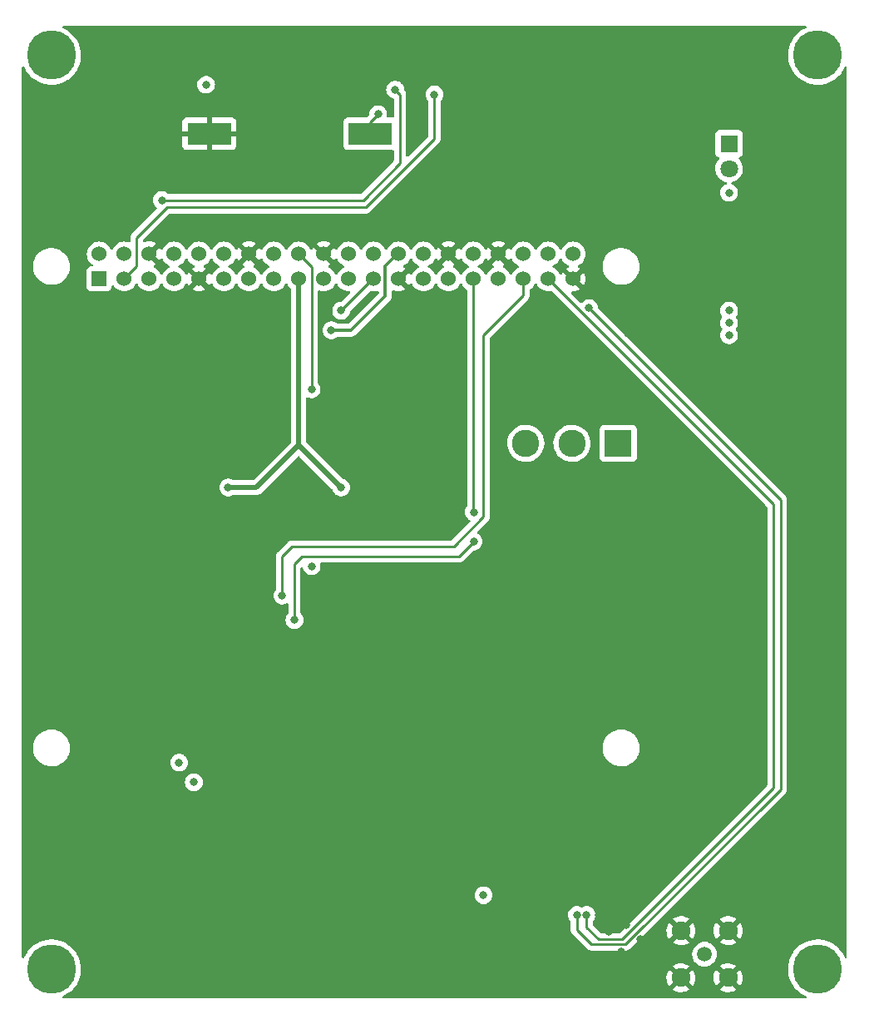
<source format=gbl>
%TF.GenerationSoftware,KiCad,Pcbnew,(6.0.7)*%
%TF.CreationDate,2022-12-07T20:31:12-06:00*%
%TF.ProjectId,Narwal_v1,4e617277-616c-45f7-9631-2e6b69636164,1*%
%TF.SameCoordinates,Original*%
%TF.FileFunction,Copper,L4,Bot*%
%TF.FilePolarity,Positive*%
%FSLAX46Y46*%
G04 Gerber Fmt 4.6, Leading zero omitted, Abs format (unit mm)*
G04 Created by KiCad (PCBNEW (6.0.7)) date 2022-12-07 20:31:12*
%MOMM*%
%LPD*%
G01*
G04 APERTURE LIST*
%TA.AperFunction,ComponentPad*%
%ADD10C,1.800000*%
%TD*%
%TA.AperFunction,ComponentPad*%
%ADD11R,1.800000X1.800000*%
%TD*%
%TA.AperFunction,ComponentPad*%
%ADD12C,2.775000*%
%TD*%
%TA.AperFunction,ComponentPad*%
%ADD13R,2.775000X2.775000*%
%TD*%
%TA.AperFunction,ComponentPad*%
%ADD14C,5.000000*%
%TD*%
%TA.AperFunction,ComponentPad*%
%ADD15C,1.524000*%
%TD*%
%TA.AperFunction,ComponentPad*%
%ADD16R,1.524000X1.524000*%
%TD*%
%TA.AperFunction,ComponentPad*%
%ADD17C,1.920000*%
%TD*%
%TA.AperFunction,ComponentPad*%
%ADD18C,1.508000*%
%TD*%
%TA.AperFunction,SMDPad,CuDef*%
%ADD19R,4.500000X2.300000*%
%TD*%
%TA.AperFunction,ViaPad*%
%ADD20C,0.800000*%
%TD*%
%TA.AperFunction,Conductor*%
%ADD21C,0.250000*%
%TD*%
%TA.AperFunction,Conductor*%
%ADD22C,0.500000*%
%TD*%
%TA.AperFunction,Conductor*%
%ADD23C,0.300000*%
%TD*%
G04 APERTURE END LIST*
D10*
X172500000Y-65040000D03*
D11*
X172500000Y-62500000D03*
D12*
X156500000Y-93000000D03*
D13*
X161200000Y-93000000D03*
D12*
X151800000Y-93000000D03*
D14*
X103500000Y-146500000D03*
X181500000Y-146500000D03*
X181500000Y-53500000D03*
X103500000Y-53500000D03*
D15*
X156630000Y-73730000D03*
X156630000Y-76270000D03*
X154090000Y-73730000D03*
X154090000Y-76270000D03*
X151550000Y-73730000D03*
X151550000Y-76270000D03*
X149010000Y-73730000D03*
X149010000Y-76270000D03*
X146470000Y-73730000D03*
X146470000Y-76270000D03*
X143930000Y-73730000D03*
X143930000Y-76270000D03*
X141390000Y-73730000D03*
X141390000Y-76270000D03*
X138850000Y-73730000D03*
X138850000Y-76270000D03*
X136310000Y-73730000D03*
X136310000Y-76270000D03*
X133770000Y-73730000D03*
X133770000Y-76270000D03*
X131230000Y-73730000D03*
X131230000Y-76270000D03*
X128690000Y-73730000D03*
X128690000Y-76270000D03*
X126150000Y-73730000D03*
X126150000Y-76270000D03*
X123610000Y-73730000D03*
X123610000Y-76270000D03*
X121070000Y-73730000D03*
X121070000Y-76270000D03*
X118530000Y-73730000D03*
X118530000Y-76270000D03*
X115990000Y-73730000D03*
X115990000Y-76270000D03*
X113450000Y-73730000D03*
X113450000Y-76270000D03*
X110910000Y-73730000D03*
X110910000Y-76270000D03*
X108370000Y-73730000D03*
D16*
X108370000Y-76270000D03*
D17*
X172400000Y-142600000D03*
X172400000Y-147400000D03*
X167600000Y-147400000D03*
X167600000Y-142600000D03*
D18*
X170000000Y-145000000D03*
D19*
X135975000Y-61500000D03*
X119575000Y-61500000D03*
D20*
X172500000Y-79500000D03*
X172500000Y-80750000D03*
X172500000Y-82000000D03*
X146500000Y-100000000D03*
X146500000Y-103000000D03*
X128250000Y-111000000D03*
X158250000Y-79250000D03*
X157000000Y-141000000D03*
X141250000Y-135750000D03*
X128000000Y-121000000D03*
X125500000Y-104500000D03*
X124000000Y-106500000D03*
X158500000Y-131500000D03*
X160000000Y-137250000D03*
X163500000Y-137250000D03*
X126500000Y-117500000D03*
X159500000Y-127250000D03*
X134250000Y-113000000D03*
X164250000Y-145750000D03*
X140250000Y-137250000D03*
X166250000Y-144250000D03*
X168500000Y-113000000D03*
X130250000Y-125750000D03*
X131250000Y-114500000D03*
X168250000Y-130750000D03*
X122000000Y-113000000D03*
X148000000Y-132250000D03*
X159500000Y-112000000D03*
X148750000Y-127000000D03*
X167000000Y-132500000D03*
X159250000Y-141000000D03*
X124000000Y-109500000D03*
X139250000Y-113000000D03*
X124000000Y-108500000D03*
X154250000Y-137250000D03*
X136750000Y-125500000D03*
X152750000Y-125500000D03*
X137250000Y-113000000D03*
X123000000Y-99750000D03*
X154750000Y-125500000D03*
X155750000Y-115000000D03*
X149500000Y-115000000D03*
X134750000Y-127000000D03*
X165250000Y-145750000D03*
X147750000Y-127000000D03*
X160000000Y-129500000D03*
X166750000Y-126250000D03*
X159500000Y-111000000D03*
X155750000Y-127000000D03*
X122500000Y-119500000D03*
X161250000Y-141250000D03*
X156750000Y-115000000D03*
X124000000Y-125500000D03*
X125000000Y-112500000D03*
X123000000Y-100750000D03*
X150250000Y-135750000D03*
X146250000Y-135750000D03*
X126500000Y-116500000D03*
X147750000Y-125500000D03*
X123000000Y-101750000D03*
X129250000Y-114500000D03*
X168500000Y-116000000D03*
X125000000Y-115500000D03*
X147250000Y-137250000D03*
X138750000Y-127000000D03*
X153750000Y-127000000D03*
X125500000Y-109500000D03*
X142250000Y-135750000D03*
X129250000Y-113000000D03*
X145250000Y-135750000D03*
X127750000Y-135750000D03*
X149500000Y-113500000D03*
X163000000Y-134250000D03*
X128750000Y-137500000D03*
X125500000Y-139250000D03*
X130250000Y-113000000D03*
X141250000Y-113000000D03*
X148750000Y-125500000D03*
X165250000Y-144250000D03*
X127250000Y-120250000D03*
X125750000Y-111750000D03*
X122500000Y-124500000D03*
X121750000Y-128250000D03*
X148250000Y-137250000D03*
X124500000Y-140250000D03*
X144750000Y-127000000D03*
X151750000Y-125500000D03*
X125000000Y-116500000D03*
X124000000Y-116500000D03*
X150750000Y-127000000D03*
X124000000Y-121500000D03*
X128750000Y-135750000D03*
X153750000Y-125500000D03*
X124000000Y-123500000D03*
X161000000Y-131000000D03*
X124000000Y-105500000D03*
X154250000Y-135750000D03*
X153250000Y-135750000D03*
X136250000Y-113000000D03*
X164250000Y-115500000D03*
X148250000Y-135750000D03*
X158750000Y-126500000D03*
X141750000Y-125500000D03*
X166250000Y-116000000D03*
X142250000Y-113000000D03*
X166750000Y-127250000D03*
X122500000Y-126500000D03*
X124000000Y-126500000D03*
X124250000Y-134000000D03*
X149250000Y-137250000D03*
X160250000Y-142750000D03*
X137750000Y-127000000D03*
X128000000Y-123500000D03*
X168000000Y-114000000D03*
X140250000Y-135750000D03*
X142750000Y-125500000D03*
X156750000Y-125500000D03*
X163500000Y-143500000D03*
X136750000Y-127000000D03*
X127250000Y-122750000D03*
X156250000Y-137250000D03*
X163250000Y-145750000D03*
X135250000Y-113000000D03*
X122750000Y-134000000D03*
X168250000Y-122750000D03*
X132250000Y-114500000D03*
X153250000Y-137250000D03*
X156750000Y-113500000D03*
X156250000Y-135750000D03*
X124000000Y-120500000D03*
X163000000Y-140250000D03*
X122500000Y-115000000D03*
X147250000Y-135750000D03*
X151250000Y-137250000D03*
X146250000Y-137250000D03*
X168250000Y-126250000D03*
X122750000Y-135000000D03*
X158000000Y-125750000D03*
X136250000Y-137250000D03*
X141250000Y-137250000D03*
X122500000Y-125500000D03*
X125000000Y-120500000D03*
X140750000Y-125500000D03*
X139250000Y-114500000D03*
X127500000Y-115000000D03*
X143250000Y-114500000D03*
X143250000Y-135750000D03*
X135250000Y-114500000D03*
X145750000Y-125500000D03*
X125000000Y-138250000D03*
X144250000Y-137250000D03*
X137250000Y-114500000D03*
X162500000Y-145000000D03*
X152250000Y-135750000D03*
X158500000Y-129500000D03*
X158250000Y-128500000D03*
X125500000Y-105500000D03*
X163250000Y-115500000D03*
X123000000Y-102750000D03*
X138250000Y-114500000D03*
X160000000Y-128250000D03*
X161500000Y-144750000D03*
X125000000Y-119500000D03*
X125750000Y-113250000D03*
X159250000Y-136500000D03*
X166750000Y-121750000D03*
X140250000Y-114500000D03*
X126500000Y-119500000D03*
X135750000Y-125500000D03*
X125500000Y-108500000D03*
X165250000Y-113500000D03*
X145250000Y-137250000D03*
X132500000Y-125500000D03*
X124000000Y-104500000D03*
X134750000Y-125500000D03*
X125750000Y-121250000D03*
X157500000Y-127750000D03*
X125500000Y-140250000D03*
X131750000Y-124750000D03*
X160000000Y-131500000D03*
X145750000Y-127000000D03*
X142250000Y-114500000D03*
X160500000Y-111000000D03*
X166250000Y-113000000D03*
X168250000Y-121750000D03*
X155750000Y-113500000D03*
X143250000Y-137250000D03*
X126500000Y-118500000D03*
X132825000Y-127000000D03*
X138250000Y-137250000D03*
X155250000Y-137250000D03*
X125500000Y-107500000D03*
X164250000Y-144250000D03*
X124000000Y-124500000D03*
X128250000Y-114500000D03*
X122500000Y-120500000D03*
X151250000Y-135750000D03*
X122500000Y-122500000D03*
X158500000Y-130500000D03*
X124000000Y-107500000D03*
X155750000Y-125500000D03*
X140750000Y-127000000D03*
X124750000Y-128250000D03*
X157000000Y-134250000D03*
X146750000Y-127000000D03*
X134250000Y-114500000D03*
X122500000Y-127500000D03*
X124000000Y-127500000D03*
X137250000Y-135750000D03*
X160000000Y-113000000D03*
X131900000Y-127000000D03*
X130250000Y-114500000D03*
X168000000Y-115000000D03*
X128750000Y-121750000D03*
X131250000Y-113000000D03*
X133750000Y-125500000D03*
X133250000Y-113000000D03*
X142750000Y-127000000D03*
X122500000Y-116500000D03*
X146750000Y-125500000D03*
X122000000Y-112000000D03*
X144250000Y-135750000D03*
X126500000Y-122000000D03*
X137750000Y-125500000D03*
X122500000Y-118500000D03*
X159500000Y-142000000D03*
X136250000Y-114500000D03*
X152250000Y-137250000D03*
X126500000Y-103500000D03*
X126500000Y-115500000D03*
X129750000Y-135750000D03*
X124000000Y-117500000D03*
X129750000Y-137500000D03*
X122500000Y-121500000D03*
X124000000Y-118500000D03*
X165250000Y-115500000D03*
X141750000Y-127000000D03*
X130250000Y-123250000D03*
X149750000Y-127000000D03*
X125500000Y-106500000D03*
X129500000Y-125000000D03*
X158500000Y-132500000D03*
X159250000Y-138000000D03*
X133750000Y-127000000D03*
X122500000Y-123500000D03*
X127750000Y-137500000D03*
X161500000Y-133500000D03*
X151750000Y-127000000D03*
X168000000Y-131750000D03*
X124000000Y-122500000D03*
X139250000Y-135750000D03*
X160750000Y-138000000D03*
X140250000Y-113000000D03*
X160750000Y-136500000D03*
X131000000Y-124000000D03*
X162000000Y-142000000D03*
X164250000Y-113500000D03*
X135750000Y-127000000D03*
X139750000Y-127000000D03*
X163250000Y-113500000D03*
X128750000Y-124250000D03*
X138750000Y-125500000D03*
X143250000Y-113000000D03*
X155250000Y-135750000D03*
X158500000Y-133500000D03*
X139250000Y-137250000D03*
X149250000Y-135750000D03*
X143750000Y-127000000D03*
X124250000Y-113250000D03*
X125000000Y-117500000D03*
X152750000Y-127000000D03*
X166750000Y-122750000D03*
X166500000Y-130500000D03*
X160500000Y-112000000D03*
X166250000Y-145750000D03*
X133250000Y-114500000D03*
X132250000Y-113000000D03*
X124250000Y-111750000D03*
X124000000Y-119500000D03*
X168250000Y-127250000D03*
X149750000Y-125500000D03*
X143750000Y-125500000D03*
X156750000Y-127000000D03*
X124000000Y-103500000D03*
X150750000Y-125500000D03*
X125500000Y-103500000D03*
X154750000Y-127000000D03*
X142250000Y-137250000D03*
X141250000Y-114500000D03*
X136250000Y-135750000D03*
X139750000Y-125500000D03*
X160000000Y-132500000D03*
X125000000Y-118500000D03*
X160000000Y-133500000D03*
X137250000Y-137250000D03*
X144750000Y-125500000D03*
X129500000Y-122500000D03*
X150250000Y-137250000D03*
X138250000Y-113000000D03*
X160000000Y-130500000D03*
X131000000Y-126500000D03*
X124250000Y-135000000D03*
X138250000Y-135750000D03*
X124500000Y-139250000D03*
X122500000Y-117500000D03*
X127000000Y-108500000D03*
X158000000Y-141000000D03*
X133000000Y-97500000D03*
X121500000Y-97500000D03*
X119250000Y-56500000D03*
X116500000Y-125500000D03*
X130000000Y-105500000D03*
X118000000Y-127500000D03*
X172500000Y-67500000D03*
X147500000Y-139000000D03*
X142500000Y-57500000D03*
X138500000Y-57000000D03*
X114750000Y-68250000D03*
X133000000Y-79500000D03*
X132000000Y-81500000D03*
X136775000Y-59500000D03*
X130000000Y-87500000D03*
D21*
X139000000Y-57500000D02*
X138500000Y-57000000D01*
X139000000Y-64500000D02*
X139000000Y-57500000D01*
X135250000Y-68250000D02*
X139000000Y-64500000D01*
X114750000Y-68250000D02*
X135250000Y-68250000D01*
X129000000Y-104500000D02*
X128250000Y-105250000D01*
X145000000Y-104500000D02*
X129000000Y-104500000D01*
X146470000Y-99970000D02*
X146500000Y-100000000D01*
X146500000Y-103000000D02*
X145000000Y-104500000D01*
X128250000Y-105250000D02*
X128250000Y-111000000D01*
X146470000Y-76270000D02*
X146470000Y-99970000D01*
X177500000Y-128500000D02*
X177474695Y-128500000D01*
X157000000Y-142500000D02*
X158500000Y-144000000D01*
X177750000Y-128250000D02*
X177500000Y-128500000D01*
X158250000Y-79250000D02*
X177750000Y-98750000D01*
X177750000Y-98750000D02*
X177750000Y-128250000D01*
X158500000Y-144000000D02*
X161974695Y-144000000D01*
X157000000Y-142500000D02*
X157000000Y-141000000D01*
X177474695Y-128500000D02*
X161974695Y-144000000D01*
X144500000Y-103500000D02*
X128000000Y-103500000D01*
X147500000Y-82000000D02*
X147500000Y-100500000D01*
X147500000Y-100500000D02*
X144500000Y-103500000D01*
X151550000Y-76270000D02*
X151550000Y-77950000D01*
X127000000Y-104500000D02*
X127000000Y-108500000D01*
X128000000Y-103500000D02*
X127000000Y-104500000D01*
X151550000Y-77950000D02*
X147500000Y-82000000D01*
X161575306Y-143500000D02*
X159250000Y-143500000D01*
X161575306Y-143500000D02*
X177000000Y-128075305D01*
X159250000Y-143500000D02*
X158000000Y-142250000D01*
X154090000Y-76270000D02*
X177000000Y-99180000D01*
X177000000Y-99180000D02*
X177000000Y-128075305D01*
X158000000Y-142250000D02*
X158000000Y-141000000D01*
D22*
X128690000Y-76270000D02*
X128690000Y-93190000D01*
X124380000Y-97500000D02*
X121500000Y-97500000D01*
X128690000Y-93190000D02*
X133000000Y-97500000D01*
X128690000Y-93190000D02*
X124380000Y-97500000D01*
D21*
X115250000Y-69000000D02*
X135500000Y-69000000D01*
X112172964Y-75007036D02*
X112172964Y-72077036D01*
X142500000Y-62000000D02*
X142500000Y-57500000D01*
X112172964Y-72077036D02*
X115250000Y-69000000D01*
X135500000Y-69000000D02*
X142500000Y-62000000D01*
X110910000Y-76270000D02*
X112172964Y-75007036D01*
D23*
X133080000Y-79500000D02*
X133000000Y-79500000D01*
X136310000Y-76270000D02*
X133080000Y-79500000D01*
X132000000Y-81500000D02*
X134000000Y-81500000D01*
X134000000Y-81500000D02*
X137500000Y-78000000D01*
X137500000Y-78000000D02*
X137500000Y-75000000D01*
X137500000Y-75000000D02*
X138770000Y-73730000D01*
D21*
X135975000Y-61500000D02*
X135975000Y-60300000D01*
X135975000Y-60300000D02*
X136775000Y-59500000D01*
X128690000Y-73730000D02*
X130000000Y-75040000D01*
X130000000Y-75040000D02*
X130000000Y-87500000D01*
%TA.AperFunction,Conductor*%
G36*
X180330004Y-50520502D02*
G01*
X180376497Y-50574158D01*
X180386601Y-50644432D01*
X180357107Y-50709012D01*
X180316128Y-50740226D01*
X180052048Y-50866186D01*
X179758921Y-51050064D01*
X179756087Y-51052334D01*
X179756082Y-51052338D01*
X179587066Y-51187746D01*
X179488871Y-51266415D01*
X179245477Y-51512371D01*
X179031966Y-51784672D01*
X178851168Y-52079709D01*
X178849641Y-52082999D01*
X178849636Y-52083008D01*
X178810672Y-52166949D01*
X178705478Y-52393570D01*
X178596828Y-52722097D01*
X178526658Y-53060935D01*
X178495898Y-53405592D01*
X178504956Y-53751501D01*
X178553712Y-54094076D01*
X178641519Y-54428777D01*
X178767214Y-54751167D01*
X178929130Y-55056974D01*
X178931180Y-55059957D01*
X178931182Y-55059960D01*
X179123065Y-55339152D01*
X179123071Y-55339159D01*
X179125122Y-55342144D01*
X179352592Y-55602898D01*
X179608524Y-55835778D01*
X179889527Y-56037699D01*
X180191876Y-56205985D01*
X180511563Y-56338403D01*
X180515057Y-56339398D01*
X180515059Y-56339399D01*
X180840851Y-56432204D01*
X180840856Y-56432205D01*
X180844352Y-56433201D01*
X181055539Y-56467784D01*
X181182251Y-56488534D01*
X181182255Y-56488534D01*
X181185831Y-56489120D01*
X181189457Y-56489291D01*
X181527847Y-56505249D01*
X181527848Y-56505249D01*
X181531474Y-56505420D01*
X181542346Y-56504679D01*
X181873069Y-56482133D01*
X181873077Y-56482132D01*
X181876700Y-56481885D01*
X181880276Y-56481222D01*
X181880278Y-56481222D01*
X182213368Y-56419488D01*
X182213372Y-56419487D01*
X182216933Y-56418827D01*
X182547663Y-56317081D01*
X182864507Y-56177996D01*
X183163265Y-56003416D01*
X183203103Y-55973505D01*
X183437071Y-55797837D01*
X183437075Y-55797834D01*
X183439978Y-55795654D01*
X183690977Y-55557465D01*
X183912936Y-55292005D01*
X184065361Y-55059960D01*
X184100926Y-55005818D01*
X184100931Y-55005809D01*
X184102913Y-55002792D01*
X184258382Y-54693679D01*
X184258390Y-54693662D01*
X184258424Y-54693679D01*
X184303275Y-54639779D01*
X184370982Y-54618420D01*
X184439489Y-54637057D01*
X184487045Y-54689773D01*
X184499500Y-54744395D01*
X184499500Y-145267655D01*
X184479498Y-145335776D01*
X184425842Y-145382269D01*
X184355568Y-145392373D01*
X184290988Y-145362879D01*
X184257603Y-145317090D01*
X184193566Y-145166958D01*
X184193562Y-145166949D01*
X184192138Y-145163611D01*
X184020696Y-144863041D01*
X183961030Y-144781815D01*
X183944694Y-144759578D01*
X183815843Y-144584168D01*
X183812739Y-144580827D01*
X183689201Y-144447885D01*
X183580295Y-144330688D01*
X183317174Y-144105962D01*
X183029967Y-143912967D01*
X182722482Y-143754261D01*
X182398793Y-143631950D01*
X182063190Y-143547652D01*
X181918981Y-143528667D01*
X181723728Y-143502961D01*
X181723720Y-143502960D01*
X181720124Y-143502487D01*
X181568991Y-143500112D01*
X181377780Y-143497108D01*
X181377776Y-143497108D01*
X181374139Y-143497051D01*
X181370524Y-143497412D01*
X181370520Y-143497412D01*
X181202646Y-143514169D01*
X181029823Y-143531419D01*
X181026286Y-143532190D01*
X181026281Y-143532191D01*
X180695283Y-143604360D01*
X180695278Y-143604361D01*
X180691739Y-143605133D01*
X180364367Y-143717217D01*
X180052048Y-143866186D01*
X179758921Y-144050064D01*
X179756087Y-144052334D01*
X179756082Y-144052338D01*
X179588439Y-144186646D01*
X179488871Y-144266415D01*
X179245477Y-144512371D01*
X179243236Y-144515229D01*
X179034590Y-144781326D01*
X179031966Y-144784672D01*
X178851168Y-145079709D01*
X178849641Y-145082999D01*
X178849636Y-145083008D01*
X178765412Y-145264453D01*
X178705478Y-145393570D01*
X178704338Y-145397017D01*
X178629053Y-145624659D01*
X178596828Y-145722097D01*
X178596092Y-145725652D01*
X178596091Y-145725655D01*
X178527393Y-146057385D01*
X178526658Y-146060935D01*
X178495898Y-146405592D01*
X178495993Y-146409222D01*
X178495993Y-146409223D01*
X178500500Y-146581334D01*
X178504956Y-146751501D01*
X178553712Y-147094076D01*
X178641519Y-147428777D01*
X178767214Y-147751167D01*
X178768911Y-147754372D01*
X178870850Y-147946901D01*
X178929130Y-148056974D01*
X178931180Y-148059957D01*
X178931182Y-148059960D01*
X179123065Y-148339152D01*
X179123071Y-148339159D01*
X179125122Y-148342144D01*
X179352592Y-148602898D01*
X179608524Y-148835778D01*
X179611472Y-148837896D01*
X179611474Y-148837898D01*
X179644509Y-148861636D01*
X179889527Y-149037699D01*
X180191876Y-149205985D01*
X180195225Y-149207372D01*
X180315257Y-149257091D01*
X180370538Y-149301639D01*
X180392959Y-149369003D01*
X180375401Y-149437794D01*
X180323439Y-149486172D01*
X180267039Y-149499500D01*
X104732609Y-149499500D01*
X104664488Y-149479498D01*
X104617995Y-149425842D01*
X104607891Y-149355568D01*
X104637385Y-149290988D01*
X104681962Y-149258128D01*
X104864507Y-149177996D01*
X105163265Y-149003416D01*
X105166174Y-149001232D01*
X105437071Y-148797837D01*
X105437075Y-148797834D01*
X105439978Y-148795654D01*
X105639860Y-148605973D01*
X166759273Y-148605973D01*
X166763032Y-148611269D01*
X166959066Y-148725822D01*
X166968349Y-148730269D01*
X167184206Y-148812697D01*
X167194108Y-148815574D01*
X167420511Y-148861636D01*
X167430764Y-148862859D01*
X167661657Y-148871326D01*
X167671943Y-148870859D01*
X167901132Y-148841499D01*
X167911210Y-148839357D01*
X168132522Y-148772960D01*
X168142120Y-148769199D01*
X168349617Y-148667547D01*
X168358462Y-148662274D01*
X168428115Y-148612591D01*
X168433311Y-148605973D01*
X171559273Y-148605973D01*
X171563032Y-148611269D01*
X171759066Y-148725822D01*
X171768349Y-148730269D01*
X171984206Y-148812697D01*
X171994108Y-148815574D01*
X172220511Y-148861636D01*
X172230764Y-148862859D01*
X172461657Y-148871326D01*
X172471943Y-148870859D01*
X172701132Y-148841499D01*
X172711210Y-148839357D01*
X172932522Y-148772960D01*
X172942120Y-148769199D01*
X173149617Y-148667547D01*
X173158462Y-148662274D01*
X173228115Y-148612591D01*
X173236516Y-148601891D01*
X173229528Y-148588738D01*
X172412812Y-147772022D01*
X172398868Y-147764408D01*
X172397035Y-147764539D01*
X172390420Y-147768790D01*
X171566534Y-148592676D01*
X171559273Y-148605973D01*
X168433311Y-148605973D01*
X168436516Y-148601891D01*
X168429528Y-148588738D01*
X167612812Y-147772022D01*
X167598868Y-147764408D01*
X167597035Y-147764539D01*
X167590420Y-147768790D01*
X166766534Y-148592676D01*
X166759273Y-148605973D01*
X105639860Y-148605973D01*
X105690977Y-148557465D01*
X105912936Y-148292005D01*
X105914924Y-148288979D01*
X106100926Y-148005818D01*
X106100931Y-148005809D01*
X106102913Y-148002792D01*
X106218979Y-147772022D01*
X106256763Y-147696898D01*
X106256766Y-147696890D01*
X106258390Y-147693662D01*
X106278108Y-147639779D01*
X106376057Y-147372122D01*
X106376060Y-147372112D01*
X106377138Y-147369167D01*
X166127706Y-147369167D01*
X166141006Y-147599838D01*
X166142442Y-147610058D01*
X166193238Y-147835454D01*
X166196317Y-147845282D01*
X166283249Y-148059370D01*
X166287892Y-148068561D01*
X166386464Y-148229416D01*
X166396921Y-148238876D01*
X166405697Y-148235093D01*
X167227978Y-147412812D01*
X167234356Y-147401132D01*
X167964408Y-147401132D01*
X167964539Y-147402965D01*
X167968790Y-147409580D01*
X168789296Y-148230086D01*
X168801306Y-148236645D01*
X168813046Y-148227677D01*
X168859616Y-148162867D01*
X168864927Y-148154028D01*
X168967296Y-147946901D01*
X168971094Y-147937308D01*
X169038262Y-147716232D01*
X169040439Y-147706162D01*
X169070835Y-147475279D01*
X169071354Y-147468604D01*
X169072949Y-147403364D01*
X169072755Y-147396647D01*
X169070496Y-147369167D01*
X170927706Y-147369167D01*
X170941006Y-147599838D01*
X170942442Y-147610058D01*
X170993238Y-147835454D01*
X170996317Y-147845282D01*
X171083249Y-148059370D01*
X171087892Y-148068561D01*
X171186464Y-148229416D01*
X171196921Y-148238876D01*
X171205697Y-148235093D01*
X172027978Y-147412812D01*
X172034356Y-147401132D01*
X172764408Y-147401132D01*
X172764539Y-147402965D01*
X172768790Y-147409580D01*
X173589296Y-148230086D01*
X173601306Y-148236645D01*
X173613046Y-148227677D01*
X173659616Y-148162867D01*
X173664927Y-148154028D01*
X173767296Y-147946901D01*
X173771094Y-147937308D01*
X173838262Y-147716232D01*
X173840439Y-147706162D01*
X173870835Y-147475279D01*
X173871354Y-147468604D01*
X173872949Y-147403364D01*
X173872755Y-147396647D01*
X173853675Y-147164567D01*
X173851992Y-147154405D01*
X173795703Y-146930306D01*
X173792382Y-146920551D01*
X173700252Y-146708667D01*
X173695374Y-146699570D01*
X173612616Y-146571645D01*
X173601930Y-146562442D01*
X173592365Y-146566845D01*
X172772022Y-147387188D01*
X172764408Y-147401132D01*
X172034356Y-147401132D01*
X172035592Y-147398868D01*
X172035461Y-147397035D01*
X172031210Y-147390420D01*
X171210687Y-146569897D01*
X171199151Y-146563597D01*
X171186868Y-146573221D01*
X171122126Y-146668129D01*
X171117028Y-146677103D01*
X171019750Y-146886670D01*
X171016187Y-146896357D01*
X170954442Y-147118999D01*
X170952511Y-147129118D01*
X170927958Y-147358878D01*
X170927706Y-147369167D01*
X169070496Y-147369167D01*
X169053675Y-147164567D01*
X169051992Y-147154405D01*
X168995703Y-146930306D01*
X168992382Y-146920551D01*
X168900252Y-146708667D01*
X168895374Y-146699570D01*
X168812616Y-146571645D01*
X168801930Y-146562442D01*
X168792365Y-146566845D01*
X167972022Y-147387188D01*
X167964408Y-147401132D01*
X167234356Y-147401132D01*
X167235592Y-147398868D01*
X167235461Y-147397035D01*
X167231210Y-147390420D01*
X166410687Y-146569897D01*
X166399151Y-146563597D01*
X166386868Y-146573221D01*
X166322126Y-146668129D01*
X166317028Y-146677103D01*
X166219750Y-146886670D01*
X166216187Y-146896357D01*
X166154442Y-147118999D01*
X166152511Y-147129118D01*
X166127958Y-147358878D01*
X166127706Y-147369167D01*
X106377138Y-147369167D01*
X106377305Y-147368710D01*
X106378150Y-147365188D01*
X106378153Y-147365180D01*
X106457237Y-147035772D01*
X106457238Y-147035768D01*
X106458084Y-147032243D01*
X106475700Y-146886670D01*
X106499318Y-146691501D01*
X106499318Y-146691495D01*
X106499654Y-146688722D01*
X106505585Y-146500000D01*
X106500351Y-146409223D01*
X106488164Y-146197857D01*
X166762652Y-146197857D01*
X166769397Y-146210187D01*
X167587188Y-147027978D01*
X167601132Y-147035592D01*
X167602965Y-147035461D01*
X167609580Y-147031210D01*
X168431710Y-146209080D01*
X168438731Y-146196223D01*
X168430959Y-146185556D01*
X168419218Y-146176283D01*
X168410637Y-146170583D01*
X168208355Y-146058918D01*
X168198956Y-146054693D01*
X167981155Y-145977565D01*
X167971184Y-145974931D01*
X167743713Y-145934412D01*
X167733461Y-145933443D01*
X167502417Y-145930620D01*
X167492133Y-145931340D01*
X167263741Y-145966289D01*
X167253713Y-145968678D01*
X167034096Y-146040460D01*
X167024586Y-146044457D01*
X166819646Y-146151142D01*
X166810921Y-146156636D01*
X166771106Y-146186530D01*
X166762652Y-146197857D01*
X106488164Y-146197857D01*
X106485875Y-146158167D01*
X106485874Y-146158162D01*
X106485666Y-146154547D01*
X106473951Y-146087422D01*
X106426798Y-145817245D01*
X106426796Y-145817238D01*
X106426174Y-145813672D01*
X106424926Y-145809457D01*
X106370186Y-145624659D01*
X106327897Y-145481894D01*
X106289713Y-145392373D01*
X106193562Y-145166949D01*
X106193560Y-145166946D01*
X106192138Y-145163611D01*
X106098816Y-145000000D01*
X168740708Y-145000000D01*
X168759839Y-145218674D01*
X168816653Y-145430703D01*
X168818978Y-145435688D01*
X168907095Y-145624659D01*
X168907098Y-145624664D01*
X168909421Y-145629646D01*
X168912577Y-145634153D01*
X168912578Y-145634155D01*
X168971744Y-145718652D01*
X169035326Y-145809457D01*
X169190543Y-145964674D01*
X169195051Y-145967831D01*
X169195054Y-145967833D01*
X169304485Y-146044457D01*
X169370354Y-146090579D01*
X169375336Y-146092902D01*
X169375341Y-146092905D01*
X169476116Y-146139896D01*
X169569297Y-146183347D01*
X169781326Y-146240161D01*
X170000000Y-146259292D01*
X170218674Y-146240161D01*
X170376552Y-146197857D01*
X171562652Y-146197857D01*
X171569397Y-146210187D01*
X172387188Y-147027978D01*
X172401132Y-147035592D01*
X172402965Y-147035461D01*
X172409580Y-147031210D01*
X173231710Y-146209080D01*
X173238731Y-146196223D01*
X173230959Y-146185556D01*
X173219218Y-146176283D01*
X173210637Y-146170583D01*
X173008355Y-146058918D01*
X172998956Y-146054693D01*
X172781155Y-145977565D01*
X172771184Y-145974931D01*
X172543713Y-145934412D01*
X172533461Y-145933443D01*
X172302417Y-145930620D01*
X172292133Y-145931340D01*
X172063741Y-145966289D01*
X172053713Y-145968678D01*
X171834096Y-146040460D01*
X171824586Y-146044457D01*
X171619646Y-146151142D01*
X171610921Y-146156636D01*
X171571106Y-146186530D01*
X171562652Y-146197857D01*
X170376552Y-146197857D01*
X170430703Y-146183347D01*
X170523884Y-146139896D01*
X170624659Y-146092905D01*
X170624664Y-146092902D01*
X170629646Y-146090579D01*
X170695515Y-146044457D01*
X170804946Y-145967833D01*
X170804949Y-145967831D01*
X170809457Y-145964674D01*
X170964674Y-145809457D01*
X171028257Y-145718652D01*
X171087422Y-145634155D01*
X171087423Y-145634153D01*
X171090579Y-145629646D01*
X171092902Y-145624664D01*
X171092905Y-145624659D01*
X171181022Y-145435688D01*
X171183347Y-145430703D01*
X171240161Y-145218674D01*
X171259292Y-145000000D01*
X171240161Y-144781326D01*
X171183347Y-144569297D01*
X171128017Y-144450640D01*
X171092905Y-144375341D01*
X171092902Y-144375336D01*
X171090579Y-144370354D01*
X170964674Y-144190543D01*
X170809457Y-144035326D01*
X170804949Y-144032169D01*
X170804946Y-144032167D01*
X170634155Y-143912578D01*
X170634153Y-143912577D01*
X170629646Y-143909421D01*
X170624664Y-143907098D01*
X170624659Y-143907095D01*
X170523884Y-143860104D01*
X170430703Y-143816653D01*
X170390845Y-143805973D01*
X171559273Y-143805973D01*
X171563032Y-143811269D01*
X171759066Y-143925822D01*
X171768349Y-143930269D01*
X171984206Y-144012697D01*
X171994108Y-144015574D01*
X172220511Y-144061636D01*
X172230764Y-144062859D01*
X172461657Y-144071326D01*
X172471943Y-144070859D01*
X172701132Y-144041499D01*
X172711210Y-144039357D01*
X172932522Y-143972960D01*
X172942120Y-143969199D01*
X173149617Y-143867547D01*
X173158462Y-143862274D01*
X173228115Y-143812591D01*
X173236516Y-143801891D01*
X173229528Y-143788738D01*
X172412812Y-142972022D01*
X172398868Y-142964408D01*
X172397035Y-142964539D01*
X172390420Y-142968790D01*
X171566534Y-143792676D01*
X171559273Y-143805973D01*
X170390845Y-143805973D01*
X170218674Y-143759839D01*
X170000000Y-143740708D01*
X169781326Y-143759839D01*
X169569297Y-143816653D01*
X169476116Y-143860104D01*
X169375341Y-143907095D01*
X169375336Y-143907098D01*
X169370354Y-143909421D01*
X169365847Y-143912577D01*
X169365845Y-143912578D01*
X169195054Y-144032167D01*
X169195051Y-144032169D01*
X169190543Y-144035326D01*
X169035326Y-144190543D01*
X168909421Y-144370354D01*
X168907098Y-144375336D01*
X168907095Y-144375341D01*
X168871983Y-144450640D01*
X168816653Y-144569297D01*
X168759839Y-144781326D01*
X168740708Y-145000000D01*
X106098816Y-145000000D01*
X106020696Y-144863041D01*
X105961030Y-144781815D01*
X105944694Y-144759578D01*
X105815843Y-144584168D01*
X105812739Y-144580827D01*
X105689201Y-144447885D01*
X105580295Y-144330688D01*
X105317174Y-144105962D01*
X105029967Y-143912967D01*
X104722482Y-143754261D01*
X104398793Y-143631950D01*
X104063190Y-143547652D01*
X103918981Y-143528667D01*
X103723728Y-143502961D01*
X103723720Y-143502960D01*
X103720124Y-143502487D01*
X103568991Y-143500112D01*
X103377780Y-143497108D01*
X103377776Y-143497108D01*
X103374139Y-143497051D01*
X103370524Y-143497412D01*
X103370520Y-143497412D01*
X103202646Y-143514169D01*
X103029823Y-143531419D01*
X103026286Y-143532190D01*
X103026281Y-143532191D01*
X102695283Y-143604360D01*
X102695278Y-143604361D01*
X102691739Y-143605133D01*
X102364367Y-143717217D01*
X102052048Y-143866186D01*
X101758921Y-144050064D01*
X101756087Y-144052334D01*
X101756082Y-144052338D01*
X101588439Y-144186646D01*
X101488871Y-144266415D01*
X101245477Y-144512371D01*
X101243236Y-144515229D01*
X101034590Y-144781326D01*
X101031966Y-144784672D01*
X100851168Y-145079709D01*
X100740785Y-145317507D01*
X100693963Y-145370870D01*
X100625720Y-145390451D01*
X100557725Y-145370027D01*
X100511565Y-145316085D01*
X100500500Y-145264453D01*
X100500500Y-139000000D01*
X146594540Y-139000000D01*
X146614326Y-139188256D01*
X146672821Y-139368284D01*
X146767467Y-139532216D01*
X146894129Y-139672888D01*
X147047270Y-139784151D01*
X147220197Y-139861144D01*
X147318212Y-139881978D01*
X147398897Y-139899128D01*
X147398901Y-139899128D01*
X147405354Y-139900500D01*
X147594646Y-139900500D01*
X147601099Y-139899128D01*
X147601103Y-139899128D01*
X147681788Y-139881978D01*
X147779803Y-139861144D01*
X147952730Y-139784151D01*
X148105871Y-139672888D01*
X148232533Y-139532216D01*
X148327179Y-139368284D01*
X148385674Y-139188256D01*
X148405460Y-139000000D01*
X148385674Y-138811744D01*
X148327179Y-138631716D01*
X148232533Y-138467784D01*
X148105871Y-138327112D01*
X147952730Y-138215849D01*
X147779803Y-138138856D01*
X147681788Y-138118022D01*
X147601103Y-138100872D01*
X147601099Y-138100872D01*
X147594646Y-138099500D01*
X147405354Y-138099500D01*
X147398901Y-138100872D01*
X147398897Y-138100872D01*
X147318212Y-138118022D01*
X147220197Y-138138856D01*
X147047270Y-138215849D01*
X146894129Y-138327112D01*
X146767467Y-138467784D01*
X146672821Y-138631716D01*
X146614326Y-138811744D01*
X146594540Y-139000000D01*
X100500500Y-139000000D01*
X100500500Y-127500000D01*
X117094540Y-127500000D01*
X117114326Y-127688256D01*
X117172821Y-127868284D01*
X117267467Y-128032216D01*
X117394129Y-128172888D01*
X117399468Y-128176767D01*
X117538299Y-128277633D01*
X117547270Y-128284151D01*
X117720197Y-128361144D01*
X117818212Y-128381978D01*
X117898897Y-128399128D01*
X117898901Y-128399128D01*
X117905354Y-128400500D01*
X118094646Y-128400500D01*
X118101099Y-128399128D01*
X118101103Y-128399128D01*
X118181788Y-128381978D01*
X118279803Y-128361144D01*
X118452730Y-128284151D01*
X118461702Y-128277633D01*
X118600532Y-128176767D01*
X118605871Y-128172888D01*
X118732533Y-128032216D01*
X118827179Y-127868284D01*
X118885674Y-127688256D01*
X118905460Y-127500000D01*
X118885674Y-127311744D01*
X118827179Y-127131716D01*
X118732533Y-126967784D01*
X118605871Y-126827112D01*
X118452730Y-126715849D01*
X118279803Y-126638856D01*
X118181788Y-126618022D01*
X118101103Y-126600872D01*
X118101099Y-126600872D01*
X118094646Y-126599500D01*
X117905354Y-126599500D01*
X117898901Y-126600872D01*
X117898897Y-126600872D01*
X117818212Y-126618022D01*
X117720197Y-126638856D01*
X117547270Y-126715849D01*
X117394129Y-126827112D01*
X117267467Y-126967784D01*
X117172821Y-127131716D01*
X117114326Y-127311744D01*
X117094540Y-127500000D01*
X100500500Y-127500000D01*
X100500500Y-123940939D01*
X101620637Y-123940939D01*
X101622957Y-124000000D01*
X101631064Y-124206332D01*
X101678782Y-124467609D01*
X101680191Y-124471832D01*
X101736812Y-124641545D01*
X101762838Y-124719556D01*
X101881555Y-124957146D01*
X102032564Y-125175638D01*
X102035586Y-125178907D01*
X102209836Y-125367411D01*
X102209841Y-125367416D01*
X102212852Y-125370673D01*
X102418823Y-125538360D01*
X102646366Y-125675352D01*
X102650461Y-125677086D01*
X102650463Y-125677087D01*
X102818521Y-125748250D01*
X102890941Y-125778916D01*
X102895234Y-125780054D01*
X102895239Y-125780056D01*
X103029220Y-125815580D01*
X103147669Y-125846986D01*
X103411426Y-125878204D01*
X103676951Y-125871946D01*
X103736712Y-125861999D01*
X103934555Y-125829069D01*
X103934559Y-125829068D01*
X103938945Y-125828338D01*
X103943186Y-125826997D01*
X103943189Y-125826996D01*
X104187935Y-125749593D01*
X104187937Y-125749592D01*
X104192181Y-125748250D01*
X104196192Y-125746324D01*
X104196197Y-125746322D01*
X104427587Y-125635210D01*
X104427588Y-125635209D01*
X104431606Y-125633280D01*
X104570222Y-125540660D01*
X104631074Y-125500000D01*
X115594540Y-125500000D01*
X115614326Y-125688256D01*
X115672821Y-125868284D01*
X115767467Y-126032216D01*
X115894129Y-126172888D01*
X116047270Y-126284151D01*
X116220197Y-126361144D01*
X116318212Y-126381978D01*
X116398897Y-126399128D01*
X116398901Y-126399128D01*
X116405354Y-126400500D01*
X116594646Y-126400500D01*
X116601099Y-126399128D01*
X116601103Y-126399128D01*
X116681788Y-126381978D01*
X116779803Y-126361144D01*
X116952730Y-126284151D01*
X117105871Y-126172888D01*
X117232533Y-126032216D01*
X117327179Y-125868284D01*
X117385674Y-125688256D01*
X117405460Y-125500000D01*
X117403647Y-125482747D01*
X117386364Y-125318307D01*
X117386364Y-125318305D01*
X117385674Y-125311744D01*
X117327179Y-125131716D01*
X117309694Y-125101430D01*
X117235836Y-124973505D01*
X117232533Y-124967784D01*
X117226249Y-124960805D01*
X117110286Y-124832015D01*
X117110284Y-124832014D01*
X117105871Y-124827112D01*
X117009836Y-124757339D01*
X116958072Y-124719730D01*
X116958071Y-124719729D01*
X116952730Y-124715849D01*
X116779803Y-124638856D01*
X116681788Y-124618022D01*
X116601103Y-124600872D01*
X116601099Y-124600872D01*
X116594646Y-124599500D01*
X116405354Y-124599500D01*
X116398901Y-124600872D01*
X116398897Y-124600872D01*
X116318212Y-124618022D01*
X116220197Y-124638856D01*
X116047270Y-124715849D01*
X116041929Y-124719729D01*
X116041928Y-124719730D01*
X115990164Y-124757339D01*
X115894129Y-124827112D01*
X115889716Y-124832014D01*
X115889714Y-124832015D01*
X115773751Y-124960805D01*
X115767467Y-124967784D01*
X115764164Y-124973505D01*
X115690307Y-125101430D01*
X115672821Y-125131716D01*
X115614326Y-125311744D01*
X115613636Y-125318305D01*
X115613636Y-125318307D01*
X115596353Y-125482747D01*
X115594540Y-125500000D01*
X104631074Y-125500000D01*
X104648736Y-125488199D01*
X104648740Y-125488196D01*
X104652444Y-125485721D01*
X104655761Y-125482750D01*
X104655765Y-125482747D01*
X104846968Y-125311491D01*
X104846969Y-125311490D01*
X104850286Y-125308519D01*
X105021187Y-125105207D01*
X105103325Y-124973505D01*
X105159379Y-124883625D01*
X105159379Y-124883624D01*
X105161737Y-124879844D01*
X105269130Y-124636926D01*
X105341224Y-124381299D01*
X105376581Y-124118064D01*
X105380291Y-124000000D01*
X105376109Y-123940939D01*
X159620637Y-123940939D01*
X159622957Y-124000000D01*
X159631064Y-124206332D01*
X159678782Y-124467609D01*
X159680191Y-124471832D01*
X159736812Y-124641545D01*
X159762838Y-124719556D01*
X159881555Y-124957146D01*
X160032564Y-125175638D01*
X160035586Y-125178907D01*
X160209836Y-125367411D01*
X160209841Y-125367416D01*
X160212852Y-125370673D01*
X160418823Y-125538360D01*
X160646366Y-125675352D01*
X160650461Y-125677086D01*
X160650463Y-125677087D01*
X160818521Y-125748250D01*
X160890941Y-125778916D01*
X160895234Y-125780054D01*
X160895239Y-125780056D01*
X161029220Y-125815580D01*
X161147669Y-125846986D01*
X161411426Y-125878204D01*
X161676951Y-125871946D01*
X161736712Y-125861999D01*
X161934555Y-125829069D01*
X161934559Y-125829068D01*
X161938945Y-125828338D01*
X161943186Y-125826997D01*
X161943189Y-125826996D01*
X162187935Y-125749593D01*
X162187937Y-125749592D01*
X162192181Y-125748250D01*
X162196192Y-125746324D01*
X162196197Y-125746322D01*
X162427587Y-125635210D01*
X162427588Y-125635209D01*
X162431606Y-125633280D01*
X162570222Y-125540660D01*
X162648736Y-125488199D01*
X162648740Y-125488196D01*
X162652444Y-125485721D01*
X162655761Y-125482750D01*
X162655765Y-125482747D01*
X162846968Y-125311491D01*
X162846969Y-125311490D01*
X162850286Y-125308519D01*
X163021187Y-125105207D01*
X163103325Y-124973505D01*
X163159379Y-124883625D01*
X163159379Y-124883624D01*
X163161737Y-124879844D01*
X163269130Y-124636926D01*
X163341224Y-124381299D01*
X163376581Y-124118064D01*
X163380291Y-124000000D01*
X163361533Y-123735065D01*
X163348973Y-123676723D01*
X163306568Y-123479763D01*
X163306568Y-123479761D01*
X163305632Y-123475416D01*
X163213703Y-123226233D01*
X163087582Y-122992490D01*
X162929784Y-122778849D01*
X162743459Y-122589573D01*
X162739919Y-122586871D01*
X162535864Y-122431141D01*
X162535860Y-122431138D01*
X162532323Y-122428439D01*
X162300589Y-122298662D01*
X162052881Y-122202831D01*
X162048560Y-122201829D01*
X162048552Y-122201827D01*
X161878433Y-122162397D01*
X161794142Y-122142859D01*
X161529534Y-122119941D01*
X161525099Y-122120185D01*
X161525095Y-122120185D01*
X161268780Y-122134291D01*
X161268773Y-122134292D01*
X161264337Y-122134536D01*
X161084398Y-122170328D01*
X161008205Y-122185483D01*
X161008203Y-122185484D01*
X161003842Y-122186351D01*
X160753246Y-122274354D01*
X160517551Y-122396788D01*
X160513936Y-122399371D01*
X160513930Y-122399375D01*
X160377198Y-122497086D01*
X160301457Y-122551211D01*
X160109278Y-122734541D01*
X159944848Y-122943120D01*
X159942616Y-122946962D01*
X159942613Y-122946967D01*
X159813685Y-123168932D01*
X159813682Y-123168938D01*
X159811447Y-123172786D01*
X159809773Y-123176920D01*
X159713410Y-123414826D01*
X159713407Y-123414834D01*
X159711737Y-123418958D01*
X159671316Y-123581683D01*
X159655760Y-123644309D01*
X159647708Y-123676723D01*
X159620637Y-123940939D01*
X105376109Y-123940939D01*
X105361533Y-123735065D01*
X105348973Y-123676723D01*
X105306568Y-123479763D01*
X105306568Y-123479761D01*
X105305632Y-123475416D01*
X105213703Y-123226233D01*
X105087582Y-122992490D01*
X104929784Y-122778849D01*
X104743459Y-122589573D01*
X104739919Y-122586871D01*
X104535864Y-122431141D01*
X104535860Y-122431138D01*
X104532323Y-122428439D01*
X104300589Y-122298662D01*
X104052881Y-122202831D01*
X104048560Y-122201829D01*
X104048552Y-122201827D01*
X103878433Y-122162397D01*
X103794142Y-122142859D01*
X103529534Y-122119941D01*
X103525099Y-122120185D01*
X103525095Y-122120185D01*
X103268780Y-122134291D01*
X103268773Y-122134292D01*
X103264337Y-122134536D01*
X103084398Y-122170328D01*
X103008205Y-122185483D01*
X103008203Y-122185484D01*
X103003842Y-122186351D01*
X102753246Y-122274354D01*
X102517551Y-122396788D01*
X102513936Y-122399371D01*
X102513930Y-122399375D01*
X102377198Y-122497086D01*
X102301457Y-122551211D01*
X102109278Y-122734541D01*
X101944848Y-122943120D01*
X101942616Y-122946962D01*
X101942613Y-122946967D01*
X101813685Y-123168932D01*
X101813682Y-123168938D01*
X101811447Y-123172786D01*
X101809773Y-123176920D01*
X101713410Y-123414826D01*
X101713407Y-123414834D01*
X101711737Y-123418958D01*
X101671316Y-123581683D01*
X101655760Y-123644309D01*
X101647708Y-123676723D01*
X101620637Y-123940939D01*
X100500500Y-123940939D01*
X100500500Y-74940939D01*
X101620637Y-74940939D01*
X101620812Y-74945391D01*
X101622957Y-75000000D01*
X101630145Y-75182932D01*
X101631064Y-75206332D01*
X101678782Y-75467609D01*
X101680191Y-75471832D01*
X101735271Y-75636926D01*
X101762838Y-75719556D01*
X101881555Y-75957146D01*
X102032564Y-76175638D01*
X102035586Y-76178907D01*
X102209836Y-76367411D01*
X102209841Y-76367416D01*
X102212852Y-76370673D01*
X102418823Y-76538360D01*
X102646366Y-76675352D01*
X102650461Y-76677086D01*
X102650463Y-76677087D01*
X102818521Y-76748250D01*
X102890941Y-76778916D01*
X102895234Y-76780054D01*
X102895239Y-76780056D01*
X103029220Y-76815580D01*
X103147669Y-76846986D01*
X103411426Y-76878204D01*
X103676951Y-76871946D01*
X103681349Y-76871214D01*
X103934555Y-76829069D01*
X103934559Y-76829068D01*
X103938945Y-76828338D01*
X103943186Y-76826997D01*
X103943189Y-76826996D01*
X104187935Y-76749593D01*
X104187937Y-76749592D01*
X104192181Y-76748250D01*
X104196192Y-76746324D01*
X104196197Y-76746322D01*
X104427587Y-76635210D01*
X104427588Y-76635209D01*
X104431606Y-76633280D01*
X104435312Y-76630804D01*
X104648736Y-76488199D01*
X104648740Y-76488196D01*
X104652444Y-76485721D01*
X104655761Y-76482750D01*
X104655765Y-76482747D01*
X104846968Y-76311491D01*
X104846969Y-76311490D01*
X104850286Y-76308519D01*
X105021187Y-76105207D01*
X105059791Y-76043309D01*
X105159379Y-75883625D01*
X105159379Y-75883624D01*
X105161737Y-75879844D01*
X105269130Y-75636926D01*
X105341224Y-75381299D01*
X105369586Y-75170143D01*
X105376154Y-75121245D01*
X105376154Y-75121240D01*
X105376581Y-75118064D01*
X105379759Y-75016924D01*
X105380190Y-75003222D01*
X105380190Y-75003217D01*
X105380291Y-75000000D01*
X105361533Y-74735065D01*
X105353167Y-74696204D01*
X105306568Y-74479763D01*
X105306568Y-74479761D01*
X105305632Y-74475416D01*
X105213703Y-74226233D01*
X105087582Y-73992490D01*
X104929784Y-73778849D01*
X104881697Y-73730000D01*
X107102677Y-73730000D01*
X107121930Y-73950068D01*
X107179106Y-74163450D01*
X107181428Y-74168431D01*
X107181429Y-74168432D01*
X107266152Y-74350120D01*
X107272466Y-74363661D01*
X107399174Y-74544620D01*
X107555380Y-74700826D01*
X107559888Y-74703983D01*
X107559891Y-74703985D01*
X107666007Y-74778288D01*
X107710335Y-74833745D01*
X107717644Y-74904364D01*
X107685613Y-74967725D01*
X107624412Y-75003710D01*
X107593736Y-75007501D01*
X107560624Y-75007501D01*
X107557230Y-75007870D01*
X107557224Y-75007870D01*
X107507278Y-75013295D01*
X107507274Y-75013296D01*
X107499420Y-75014149D01*
X107365176Y-75064474D01*
X107357997Y-75069854D01*
X107357994Y-75069856D01*
X107272384Y-75134018D01*
X107250454Y-75150454D01*
X107245072Y-75157635D01*
X107169856Y-75257994D01*
X107169854Y-75257997D01*
X107164474Y-75265176D01*
X107114149Y-75399420D01*
X107107500Y-75460623D01*
X107107501Y-77079376D01*
X107107870Y-77082770D01*
X107107870Y-77082776D01*
X107108494Y-77088515D01*
X107114149Y-77140580D01*
X107164474Y-77274824D01*
X107169854Y-77282003D01*
X107169856Y-77282006D01*
X107244148Y-77381132D01*
X107250454Y-77389546D01*
X107257635Y-77394928D01*
X107357994Y-77470144D01*
X107357997Y-77470146D01*
X107365176Y-77475526D01*
X107417751Y-77495235D01*
X107492025Y-77523079D01*
X107492027Y-77523079D01*
X107499420Y-77525851D01*
X107507270Y-77526704D01*
X107507271Y-77526704D01*
X107557217Y-77532130D01*
X107560623Y-77532500D01*
X108369881Y-77532500D01*
X109179376Y-77532499D01*
X109182770Y-77532130D01*
X109182776Y-77532130D01*
X109232722Y-77526705D01*
X109232726Y-77526704D01*
X109240580Y-77525851D01*
X109374824Y-77475526D01*
X109382003Y-77470146D01*
X109382006Y-77470144D01*
X109482365Y-77394928D01*
X109489546Y-77389546D01*
X109495852Y-77381132D01*
X109570144Y-77282006D01*
X109570146Y-77282003D01*
X109575526Y-77274824D01*
X109625851Y-77140580D01*
X109632500Y-77079377D01*
X109632500Y-77046263D01*
X109652502Y-76978142D01*
X109706158Y-76931649D01*
X109776432Y-76921545D01*
X109841012Y-76951039D01*
X109861708Y-76973986D01*
X109939174Y-77084620D01*
X110095380Y-77240826D01*
X110099888Y-77243983D01*
X110099891Y-77243985D01*
X110253173Y-77351314D01*
X110276338Y-77367534D01*
X110281320Y-77369857D01*
X110281325Y-77369860D01*
X110471568Y-77458571D01*
X110476550Y-77460894D01*
X110481858Y-77462316D01*
X110481860Y-77462317D01*
X110508261Y-77469391D01*
X110689932Y-77518070D01*
X110910000Y-77537323D01*
X111130068Y-77518070D01*
X111311739Y-77469391D01*
X111338140Y-77462317D01*
X111338142Y-77462316D01*
X111343450Y-77460894D01*
X111348432Y-77458571D01*
X111538675Y-77369860D01*
X111538680Y-77369857D01*
X111543662Y-77367534D01*
X111566827Y-77351314D01*
X111720109Y-77243985D01*
X111720112Y-77243983D01*
X111724620Y-77240826D01*
X111880826Y-77084620D01*
X112007534Y-76903661D01*
X112022665Y-76871214D01*
X112065805Y-76778699D01*
X112112722Y-76725414D01*
X112181000Y-76705953D01*
X112248960Y-76726495D01*
X112294195Y-76778699D01*
X112337336Y-76871214D01*
X112352466Y-76903661D01*
X112479174Y-77084620D01*
X112635380Y-77240826D01*
X112639888Y-77243983D01*
X112639891Y-77243985D01*
X112793173Y-77351314D01*
X112816338Y-77367534D01*
X112821320Y-77369857D01*
X112821325Y-77369860D01*
X113011568Y-77458571D01*
X113016550Y-77460894D01*
X113021858Y-77462316D01*
X113021860Y-77462317D01*
X113048261Y-77469391D01*
X113229932Y-77518070D01*
X113450000Y-77537323D01*
X113670068Y-77518070D01*
X113851739Y-77469391D01*
X113878140Y-77462317D01*
X113878142Y-77462316D01*
X113883450Y-77460894D01*
X113888432Y-77458571D01*
X114078675Y-77369860D01*
X114078680Y-77369857D01*
X114083662Y-77367534D01*
X114106827Y-77351314D01*
X114260109Y-77243985D01*
X114260112Y-77243983D01*
X114264620Y-77240826D01*
X114420826Y-77084620D01*
X114547534Y-76903661D01*
X114562665Y-76871214D01*
X114605805Y-76778699D01*
X114652722Y-76725414D01*
X114721000Y-76705953D01*
X114788960Y-76726495D01*
X114834195Y-76778699D01*
X114877336Y-76871214D01*
X114892466Y-76903661D01*
X115019174Y-77084620D01*
X115175380Y-77240826D01*
X115179888Y-77243983D01*
X115179891Y-77243985D01*
X115333173Y-77351314D01*
X115356338Y-77367534D01*
X115361320Y-77369857D01*
X115361325Y-77369860D01*
X115551568Y-77458571D01*
X115556550Y-77460894D01*
X115561858Y-77462316D01*
X115561860Y-77462317D01*
X115588261Y-77469391D01*
X115769932Y-77518070D01*
X115990000Y-77537323D01*
X116210068Y-77518070D01*
X116391739Y-77469391D01*
X116418140Y-77462317D01*
X116418142Y-77462316D01*
X116423450Y-77460894D01*
X116428432Y-77458571D01*
X116618675Y-77369860D01*
X116618680Y-77369857D01*
X116623662Y-77367534D01*
X116646827Y-77351314D01*
X116679013Y-77328777D01*
X117835777Y-77328777D01*
X117845074Y-77340793D01*
X117888069Y-77370898D01*
X117897555Y-77376376D01*
X118088993Y-77465645D01*
X118099285Y-77469391D01*
X118303309Y-77524059D01*
X118314104Y-77525962D01*
X118524525Y-77544372D01*
X118535475Y-77544372D01*
X118745896Y-77525962D01*
X118756691Y-77524059D01*
X118960715Y-77469391D01*
X118971007Y-77465645D01*
X119162445Y-77376376D01*
X119171931Y-77370898D01*
X119215764Y-77340207D01*
X119224139Y-77329729D01*
X119217071Y-77316281D01*
X118542812Y-76642022D01*
X118528868Y-76634408D01*
X118527035Y-76634539D01*
X118520420Y-76638790D01*
X117842207Y-77317003D01*
X117835777Y-77328777D01*
X116679013Y-77328777D01*
X116800109Y-77243985D01*
X116800112Y-77243983D01*
X116804620Y-77240826D01*
X116960826Y-77084620D01*
X117087534Y-76903661D01*
X117102665Y-76871214D01*
X117141668Y-76787571D01*
X117188586Y-76734286D01*
X117256863Y-76714825D01*
X117324823Y-76735367D01*
X117370058Y-76787571D01*
X117423623Y-76902441D01*
X117429103Y-76911932D01*
X117459794Y-76955765D01*
X117470271Y-76964140D01*
X117483718Y-76957072D01*
X118157978Y-76282812D01*
X118165592Y-76268868D01*
X118165461Y-76267035D01*
X118161210Y-76260420D01*
X117482997Y-75582207D01*
X117471223Y-75575777D01*
X117459207Y-75585074D01*
X117429103Y-75628068D01*
X117423623Y-75637559D01*
X117370058Y-75752429D01*
X117323141Y-75805714D01*
X117254863Y-75825175D01*
X117186903Y-75804633D01*
X117141668Y-75752429D01*
X117089857Y-75641320D01*
X117089855Y-75641317D01*
X117087534Y-75636339D01*
X116960826Y-75455380D01*
X116804620Y-75299174D01*
X116800112Y-75296017D01*
X116800109Y-75296015D01*
X116628171Y-75175623D01*
X116628168Y-75175621D01*
X116623662Y-75172466D01*
X116618680Y-75170143D01*
X116618675Y-75170140D01*
X116498699Y-75114195D01*
X116445414Y-75067278D01*
X116425953Y-74999001D01*
X116446495Y-74931041D01*
X116498699Y-74885805D01*
X116618675Y-74829860D01*
X116618680Y-74829857D01*
X116623662Y-74827534D01*
X116628171Y-74824377D01*
X116800109Y-74703985D01*
X116800112Y-74703983D01*
X116804620Y-74700826D01*
X116960826Y-74544620D01*
X117087534Y-74363661D01*
X117093849Y-74350120D01*
X117145805Y-74238699D01*
X117192722Y-74185414D01*
X117261000Y-74165953D01*
X117328960Y-74186495D01*
X117374195Y-74238699D01*
X117426152Y-74350120D01*
X117432466Y-74363661D01*
X117559174Y-74544620D01*
X117715380Y-74700826D01*
X117719888Y-74703983D01*
X117719891Y-74703985D01*
X117891829Y-74824377D01*
X117896338Y-74827534D01*
X117901320Y-74829857D01*
X117901325Y-74829860D01*
X118012429Y-74881668D01*
X118065714Y-74928585D01*
X118085175Y-74996862D01*
X118064633Y-75064822D01*
X118012429Y-75110058D01*
X117897559Y-75163623D01*
X117888068Y-75169103D01*
X117844235Y-75199794D01*
X117835860Y-75210271D01*
X117842928Y-75223718D01*
X118517188Y-75897978D01*
X118531132Y-75905592D01*
X118532965Y-75905461D01*
X118539580Y-75901210D01*
X119217793Y-75222997D01*
X119224223Y-75211223D01*
X119214926Y-75199207D01*
X119171931Y-75169102D01*
X119162445Y-75163624D01*
X119047571Y-75110058D01*
X118994286Y-75063141D01*
X118974825Y-74994864D01*
X118995367Y-74926904D01*
X119047571Y-74881668D01*
X119158675Y-74829860D01*
X119158680Y-74829857D01*
X119163662Y-74827534D01*
X119168171Y-74824377D01*
X119340109Y-74703985D01*
X119340112Y-74703983D01*
X119344620Y-74700826D01*
X119500826Y-74544620D01*
X119627534Y-74363661D01*
X119633849Y-74350120D01*
X119685805Y-74238699D01*
X119732722Y-74185414D01*
X119801000Y-74165953D01*
X119868960Y-74186495D01*
X119914195Y-74238699D01*
X119966152Y-74350120D01*
X119972466Y-74363661D01*
X120099174Y-74544620D01*
X120255380Y-74700826D01*
X120259888Y-74703983D01*
X120259891Y-74703985D01*
X120431829Y-74824377D01*
X120436338Y-74827534D01*
X120441320Y-74829857D01*
X120441325Y-74829860D01*
X120561301Y-74885805D01*
X120614586Y-74932722D01*
X120634047Y-75000999D01*
X120613505Y-75068959D01*
X120561301Y-75114195D01*
X120441320Y-75170143D01*
X120441317Y-75170145D01*
X120436339Y-75172466D01*
X120255380Y-75299174D01*
X120099174Y-75455380D01*
X119972466Y-75636339D01*
X119970145Y-75641317D01*
X119970143Y-75641320D01*
X119918332Y-75752429D01*
X119871414Y-75805714D01*
X119803137Y-75825175D01*
X119735177Y-75804633D01*
X119689942Y-75752429D01*
X119636377Y-75637559D01*
X119630897Y-75628068D01*
X119600206Y-75584235D01*
X119589729Y-75575860D01*
X119576282Y-75582928D01*
X118902022Y-76257188D01*
X118894408Y-76271132D01*
X118894539Y-76272965D01*
X118898790Y-76279580D01*
X119577003Y-76957793D01*
X119588777Y-76964223D01*
X119600793Y-76954926D01*
X119630897Y-76911932D01*
X119636377Y-76902441D01*
X119689942Y-76787571D01*
X119736859Y-76734286D01*
X119805137Y-76714825D01*
X119873097Y-76735367D01*
X119918332Y-76787571D01*
X119957336Y-76871214D01*
X119972466Y-76903661D01*
X120099174Y-77084620D01*
X120255380Y-77240826D01*
X120259888Y-77243983D01*
X120259891Y-77243985D01*
X120413173Y-77351314D01*
X120436338Y-77367534D01*
X120441320Y-77369857D01*
X120441325Y-77369860D01*
X120631568Y-77458571D01*
X120636550Y-77460894D01*
X120641858Y-77462316D01*
X120641860Y-77462317D01*
X120668261Y-77469391D01*
X120849932Y-77518070D01*
X121070000Y-77537323D01*
X121290068Y-77518070D01*
X121471739Y-77469391D01*
X121498140Y-77462317D01*
X121498142Y-77462316D01*
X121503450Y-77460894D01*
X121508432Y-77458571D01*
X121698675Y-77369860D01*
X121698680Y-77369857D01*
X121703662Y-77367534D01*
X121726827Y-77351314D01*
X121880109Y-77243985D01*
X121880112Y-77243983D01*
X121884620Y-77240826D01*
X122040826Y-77084620D01*
X122167534Y-76903661D01*
X122182665Y-76871214D01*
X122225805Y-76778699D01*
X122272722Y-76725414D01*
X122341000Y-76705953D01*
X122408960Y-76726495D01*
X122454195Y-76778699D01*
X122497336Y-76871214D01*
X122512466Y-76903661D01*
X122639174Y-77084620D01*
X122795380Y-77240826D01*
X122799888Y-77243983D01*
X122799891Y-77243985D01*
X122953173Y-77351314D01*
X122976338Y-77367534D01*
X122981320Y-77369857D01*
X122981325Y-77369860D01*
X123171568Y-77458571D01*
X123176550Y-77460894D01*
X123181858Y-77462316D01*
X123181860Y-77462317D01*
X123208261Y-77469391D01*
X123389932Y-77518070D01*
X123610000Y-77537323D01*
X123830068Y-77518070D01*
X124011739Y-77469391D01*
X124038140Y-77462317D01*
X124038142Y-77462316D01*
X124043450Y-77460894D01*
X124048432Y-77458571D01*
X124238675Y-77369860D01*
X124238680Y-77369857D01*
X124243662Y-77367534D01*
X124266827Y-77351314D01*
X124420109Y-77243985D01*
X124420112Y-77243983D01*
X124424620Y-77240826D01*
X124580826Y-77084620D01*
X124707534Y-76903661D01*
X124722665Y-76871214D01*
X124765805Y-76778699D01*
X124812722Y-76725414D01*
X124881000Y-76705953D01*
X124948960Y-76726495D01*
X124994195Y-76778699D01*
X125037336Y-76871214D01*
X125052466Y-76903661D01*
X125179174Y-77084620D01*
X125335380Y-77240826D01*
X125339888Y-77243983D01*
X125339891Y-77243985D01*
X125493173Y-77351314D01*
X125516338Y-77367534D01*
X125521320Y-77369857D01*
X125521325Y-77369860D01*
X125711568Y-77458571D01*
X125716550Y-77460894D01*
X125721858Y-77462316D01*
X125721860Y-77462317D01*
X125748261Y-77469391D01*
X125929932Y-77518070D01*
X126150000Y-77537323D01*
X126370068Y-77518070D01*
X126551739Y-77469391D01*
X126578140Y-77462317D01*
X126578142Y-77462316D01*
X126583450Y-77460894D01*
X126588432Y-77458571D01*
X126778675Y-77369860D01*
X126778680Y-77369857D01*
X126783662Y-77367534D01*
X126806827Y-77351314D01*
X126960109Y-77243985D01*
X126960112Y-77243983D01*
X126964620Y-77240826D01*
X127120826Y-77084620D01*
X127247534Y-76903661D01*
X127262665Y-76871214D01*
X127305805Y-76778699D01*
X127352722Y-76725414D01*
X127421000Y-76705953D01*
X127488960Y-76726495D01*
X127534195Y-76778699D01*
X127577336Y-76871214D01*
X127592466Y-76903661D01*
X127719174Y-77084620D01*
X127875380Y-77240826D01*
X127885772Y-77248103D01*
X127930099Y-77303557D01*
X127939500Y-77351314D01*
X127939500Y-92826943D01*
X127919498Y-92895064D01*
X127902595Y-92916038D01*
X124106038Y-96712595D01*
X124043726Y-96746621D01*
X124016943Y-96749500D01*
X122039986Y-96749500D01*
X121971865Y-96729498D01*
X121965924Y-96725435D01*
X121958073Y-96719730D01*
X121958067Y-96719727D01*
X121952730Y-96715849D01*
X121779803Y-96638856D01*
X121678742Y-96617375D01*
X121601103Y-96600872D01*
X121601099Y-96600872D01*
X121594646Y-96599500D01*
X121405354Y-96599500D01*
X121398901Y-96600872D01*
X121398897Y-96600872D01*
X121321258Y-96617375D01*
X121220197Y-96638856D01*
X121047270Y-96715849D01*
X121041929Y-96719729D01*
X121041928Y-96719730D01*
X121004916Y-96746621D01*
X120894129Y-96827112D01*
X120767467Y-96967784D01*
X120672821Y-97131716D01*
X120614326Y-97311744D01*
X120594540Y-97500000D01*
X120595230Y-97506565D01*
X120612851Y-97674218D01*
X120614326Y-97688256D01*
X120672821Y-97868284D01*
X120767467Y-98032216D01*
X120771885Y-98037123D01*
X120771886Y-98037124D01*
X120860962Y-98136052D01*
X120894129Y-98172888D01*
X120899468Y-98176767D01*
X121007351Y-98255148D01*
X121047270Y-98284151D01*
X121220197Y-98361144D01*
X121318212Y-98381978D01*
X121398897Y-98399128D01*
X121398901Y-98399128D01*
X121405354Y-98400500D01*
X121594646Y-98400500D01*
X121601099Y-98399128D01*
X121601103Y-98399128D01*
X121681788Y-98381978D01*
X121779803Y-98361144D01*
X121952730Y-98284151D01*
X121958067Y-98280273D01*
X121958073Y-98280270D01*
X121965924Y-98274565D01*
X122032791Y-98250706D01*
X122039986Y-98250500D01*
X124313546Y-98250500D01*
X124332496Y-98251933D01*
X124346396Y-98254048D01*
X124346400Y-98254048D01*
X124353630Y-98255148D01*
X124360922Y-98254555D01*
X124360925Y-98254555D01*
X124405675Y-98250915D01*
X124415889Y-98250500D01*
X124423822Y-98250500D01*
X124433118Y-98249416D01*
X124451736Y-98247246D01*
X124456111Y-98246813D01*
X124486274Y-98244360D01*
X124528059Y-98240961D01*
X124535021Y-98238706D01*
X124540816Y-98237548D01*
X124546558Y-98236191D01*
X124553828Y-98235343D01*
X124621736Y-98210694D01*
X124625864Y-98209277D01*
X124687583Y-98189283D01*
X124687585Y-98189282D01*
X124694546Y-98187027D01*
X124700800Y-98183232D01*
X124706179Y-98180769D01*
X124711455Y-98178127D01*
X124718331Y-98175631D01*
X124778709Y-98136046D01*
X124782419Y-98133705D01*
X124839361Y-98099152D01*
X124839368Y-98099147D01*
X124844160Y-98096239D01*
X124852452Y-98088915D01*
X124852474Y-98088940D01*
X124855569Y-98086194D01*
X124858563Y-98083691D01*
X124864685Y-98079677D01*
X124917384Y-98024047D01*
X124919761Y-98021606D01*
X128600905Y-94340462D01*
X128663217Y-94306436D01*
X128734032Y-94311501D01*
X128779095Y-94340462D01*
X132086889Y-97648256D01*
X132117627Y-97698415D01*
X132172821Y-97868284D01*
X132267467Y-98032216D01*
X132271885Y-98037123D01*
X132271886Y-98037124D01*
X132360962Y-98136052D01*
X132394129Y-98172888D01*
X132399468Y-98176767D01*
X132507351Y-98255148D01*
X132547270Y-98284151D01*
X132720197Y-98361144D01*
X132818212Y-98381978D01*
X132898897Y-98399128D01*
X132898901Y-98399128D01*
X132905354Y-98400500D01*
X133094646Y-98400500D01*
X133101099Y-98399128D01*
X133101103Y-98399128D01*
X133181788Y-98381978D01*
X133279803Y-98361144D01*
X133452730Y-98284151D01*
X133492650Y-98255148D01*
X133600532Y-98176767D01*
X133605871Y-98172888D01*
X133639039Y-98136052D01*
X133728114Y-98037124D01*
X133728115Y-98037123D01*
X133732533Y-98032216D01*
X133827179Y-97868284D01*
X133885674Y-97688256D01*
X133887150Y-97674218D01*
X133904770Y-97506565D01*
X133905460Y-97500000D01*
X133885674Y-97311744D01*
X133827179Y-97131716D01*
X133732533Y-96967784D01*
X133605871Y-96827112D01*
X133495084Y-96746621D01*
X133458072Y-96719730D01*
X133458071Y-96719729D01*
X133452730Y-96715849D01*
X133279803Y-96638856D01*
X133273345Y-96637483D01*
X133273341Y-96637482D01*
X133215247Y-96625134D01*
X133152349Y-96590982D01*
X129477405Y-92916038D01*
X129443379Y-92853726D01*
X129440500Y-92826943D01*
X129440500Y-88430637D01*
X129460502Y-88362516D01*
X129514158Y-88316023D01*
X129584432Y-88305919D01*
X129617745Y-88315529D01*
X129720197Y-88361144D01*
X129818212Y-88381978D01*
X129898897Y-88399128D01*
X129898901Y-88399128D01*
X129905354Y-88400500D01*
X130094646Y-88400500D01*
X130101099Y-88399128D01*
X130101103Y-88399128D01*
X130181788Y-88381978D01*
X130279803Y-88361144D01*
X130452730Y-88284151D01*
X130605871Y-88172888D01*
X130732533Y-88032216D01*
X130827179Y-87868284D01*
X130885674Y-87688256D01*
X130905460Y-87500000D01*
X130885674Y-87311744D01*
X130827179Y-87131716D01*
X130732533Y-86967784D01*
X130657864Y-86884856D01*
X130627147Y-86820848D01*
X130625500Y-86800545D01*
X130625500Y-77578074D01*
X130645502Y-77509953D01*
X130699158Y-77463460D01*
X130769432Y-77453356D01*
X130793153Y-77459310D01*
X130796550Y-77460894D01*
X131009932Y-77518070D01*
X131230000Y-77537323D01*
X131450068Y-77518070D01*
X131631739Y-77469391D01*
X131658140Y-77462317D01*
X131658142Y-77462316D01*
X131663450Y-77460894D01*
X131668432Y-77458571D01*
X131858675Y-77369860D01*
X131858680Y-77369857D01*
X131863662Y-77367534D01*
X131886827Y-77351314D01*
X132040109Y-77243985D01*
X132040112Y-77243983D01*
X132044620Y-77240826D01*
X132200826Y-77084620D01*
X132327534Y-76903661D01*
X132342665Y-76871214D01*
X132385805Y-76778699D01*
X132432722Y-76725414D01*
X132501000Y-76705953D01*
X132568960Y-76726495D01*
X132614195Y-76778699D01*
X132657336Y-76871214D01*
X132672466Y-76903661D01*
X132799174Y-77084620D01*
X132955380Y-77240826D01*
X132959888Y-77243983D01*
X132959891Y-77243985D01*
X133113173Y-77351314D01*
X133136338Y-77367534D01*
X133141320Y-77369857D01*
X133141325Y-77369860D01*
X133331568Y-77458571D01*
X133336550Y-77460894D01*
X133341858Y-77462316D01*
X133341860Y-77462317D01*
X133368261Y-77469391D01*
X133549932Y-77518070D01*
X133770000Y-77537323D01*
X133811686Y-77533676D01*
X133881290Y-77547665D01*
X133932283Y-77597065D01*
X133948473Y-77666191D01*
X133924720Y-77733096D01*
X133911762Y-77748292D01*
X133097459Y-78562595D01*
X133035147Y-78596621D01*
X133008364Y-78599500D01*
X132905354Y-78599500D01*
X132898901Y-78600872D01*
X132898897Y-78600872D01*
X132818212Y-78618022D01*
X132720197Y-78638856D01*
X132547270Y-78715849D01*
X132394129Y-78827112D01*
X132267467Y-78967784D01*
X132172821Y-79131716D01*
X132114326Y-79311744D01*
X132094540Y-79500000D01*
X132114326Y-79688256D01*
X132172821Y-79868284D01*
X132267467Y-80032216D01*
X132394129Y-80172888D01*
X132547270Y-80284151D01*
X132720197Y-80361144D01*
X132818212Y-80381978D01*
X132898897Y-80399128D01*
X132898901Y-80399128D01*
X132905354Y-80400500D01*
X133094646Y-80400500D01*
X133101099Y-80399128D01*
X133101103Y-80399128D01*
X133181788Y-80381978D01*
X133279803Y-80361144D01*
X133452730Y-80284151D01*
X133605871Y-80172888D01*
X133732533Y-80032216D01*
X133827179Y-79868284D01*
X133885674Y-79688256D01*
X133889699Y-79649958D01*
X133916711Y-79584301D01*
X133925914Y-79574032D01*
X135953270Y-77546675D01*
X136015582Y-77512650D01*
X136074973Y-77514062D01*
X136078445Y-77514992D01*
X136089932Y-77518070D01*
X136310000Y-77537323D01*
X136530068Y-77518070D01*
X136643174Y-77487763D01*
X136690889Y-77474978D01*
X136761865Y-77476668D01*
X136820661Y-77516462D01*
X136848609Y-77581726D01*
X136849500Y-77596685D01*
X136849500Y-77678364D01*
X136829498Y-77746485D01*
X136812595Y-77767459D01*
X133767459Y-80812595D01*
X133705147Y-80846621D01*
X133678364Y-80849500D01*
X132677625Y-80849500D01*
X132603564Y-80825436D01*
X132458072Y-80719730D01*
X132458071Y-80719729D01*
X132452730Y-80715849D01*
X132279803Y-80638856D01*
X132181788Y-80618022D01*
X132101103Y-80600872D01*
X132101099Y-80600872D01*
X132094646Y-80599500D01*
X131905354Y-80599500D01*
X131898901Y-80600872D01*
X131898897Y-80600872D01*
X131818212Y-80618022D01*
X131720197Y-80638856D01*
X131547270Y-80715849D01*
X131394129Y-80827112D01*
X131389716Y-80832014D01*
X131389714Y-80832015D01*
X131294054Y-80938256D01*
X131267467Y-80967784D01*
X131264164Y-80973505D01*
X131184205Y-81111999D01*
X131172821Y-81131716D01*
X131114326Y-81311744D01*
X131113636Y-81318305D01*
X131113636Y-81318307D01*
X131107678Y-81375000D01*
X131094540Y-81500000D01*
X131095230Y-81506565D01*
X131108384Y-81631716D01*
X131114326Y-81688256D01*
X131172821Y-81868284D01*
X131176124Y-81874006D01*
X131176125Y-81874007D01*
X131243294Y-81990347D01*
X131267467Y-82032216D01*
X131271885Y-82037123D01*
X131271886Y-82037124D01*
X131376006Y-82152760D01*
X131394129Y-82172888D01*
X131547270Y-82284151D01*
X131720197Y-82361144D01*
X131818212Y-82381978D01*
X131898897Y-82399128D01*
X131898901Y-82399128D01*
X131905354Y-82400500D01*
X132094646Y-82400500D01*
X132101099Y-82399128D01*
X132101103Y-82399128D01*
X132181788Y-82381978D01*
X132279803Y-82361144D01*
X132452730Y-82284151D01*
X132603564Y-82174564D01*
X132677625Y-82150500D01*
X133919000Y-82150500D01*
X133930640Y-82151049D01*
X133938296Y-82152760D01*
X133946219Y-82152511D01*
X134008230Y-82150562D01*
X134012188Y-82150500D01*
X134040925Y-82150500D01*
X134045196Y-82149961D01*
X134057024Y-82149029D01*
X134102569Y-82147597D01*
X134110183Y-82145385D01*
X134110188Y-82145384D01*
X134122792Y-82141722D01*
X134142156Y-82137711D01*
X134163058Y-82135071D01*
X134170429Y-82132152D01*
X134170431Y-82132152D01*
X134205420Y-82118298D01*
X134216631Y-82114459D01*
X134260398Y-82101744D01*
X134278536Y-82091018D01*
X134296281Y-82082324D01*
X134315871Y-82074568D01*
X134352738Y-82047782D01*
X134362646Y-82041275D01*
X134395042Y-82022117D01*
X134395047Y-82022113D01*
X134401865Y-82018081D01*
X134416758Y-82003188D01*
X134431792Y-81990347D01*
X134442423Y-81982623D01*
X134448837Y-81977963D01*
X134477880Y-81942856D01*
X134485869Y-81934077D01*
X137902698Y-78517248D01*
X137911315Y-78509407D01*
X137917940Y-78505202D01*
X137965850Y-78454183D01*
X137968604Y-78451342D01*
X137988911Y-78431035D01*
X137991340Y-78427904D01*
X137991345Y-78427898D01*
X137991558Y-78427623D01*
X137999255Y-78418610D01*
X138030448Y-78385393D01*
X138040596Y-78366934D01*
X138051450Y-78350410D01*
X138059504Y-78340027D01*
X138059505Y-78340026D01*
X138064362Y-78333764D01*
X138082453Y-78291959D01*
X138087675Y-78281300D01*
X138105809Y-78248314D01*
X138105810Y-78248310D01*
X138109627Y-78241368D01*
X138114866Y-78220964D01*
X138121270Y-78202260D01*
X138126487Y-78190205D01*
X138126490Y-78190195D01*
X138129635Y-78182927D01*
X138130874Y-78175104D01*
X138130877Y-78175094D01*
X138136763Y-78137933D01*
X138139169Y-78126312D01*
X138148528Y-78089858D01*
X138150500Y-78082177D01*
X138150500Y-78061111D01*
X138152051Y-78041400D01*
X138154106Y-78028425D01*
X138155346Y-78020596D01*
X138151059Y-77975242D01*
X138150500Y-77963387D01*
X138150500Y-77542888D01*
X138170502Y-77474767D01*
X138224158Y-77428274D01*
X138294432Y-77418170D01*
X138329750Y-77428693D01*
X138408993Y-77465645D01*
X138419285Y-77469391D01*
X138623309Y-77524059D01*
X138634104Y-77525962D01*
X138844525Y-77544372D01*
X138855475Y-77544372D01*
X139065896Y-77525962D01*
X139076691Y-77524059D01*
X139280715Y-77469391D01*
X139291007Y-77465645D01*
X139482445Y-77376376D01*
X139491931Y-77370898D01*
X139535764Y-77340207D01*
X139544139Y-77329729D01*
X139537071Y-77316281D01*
X138579885Y-76359095D01*
X138545859Y-76296783D01*
X138550924Y-76225968D01*
X138579885Y-76180905D01*
X139537793Y-75222997D01*
X139544223Y-75211223D01*
X139534926Y-75199207D01*
X139491931Y-75169102D01*
X139482445Y-75163624D01*
X139367571Y-75110058D01*
X139314286Y-75063141D01*
X139294825Y-74994864D01*
X139315367Y-74926904D01*
X139367571Y-74881668D01*
X139478675Y-74829860D01*
X139478680Y-74829857D01*
X139483662Y-74827534D01*
X139488171Y-74824377D01*
X139660109Y-74703985D01*
X139660112Y-74703983D01*
X139664620Y-74700826D01*
X139820826Y-74544620D01*
X139947534Y-74363661D01*
X139953849Y-74350120D01*
X140005805Y-74238699D01*
X140052722Y-74185414D01*
X140121000Y-74165953D01*
X140188960Y-74186495D01*
X140234195Y-74238699D01*
X140286152Y-74350120D01*
X140292466Y-74363661D01*
X140419174Y-74544620D01*
X140575380Y-74700826D01*
X140579888Y-74703983D01*
X140579891Y-74703985D01*
X140751829Y-74824377D01*
X140756338Y-74827534D01*
X140761320Y-74829857D01*
X140761325Y-74829860D01*
X140881301Y-74885805D01*
X140934586Y-74932722D01*
X140954047Y-75000999D01*
X140933505Y-75068959D01*
X140881301Y-75114195D01*
X140761320Y-75170143D01*
X140761317Y-75170145D01*
X140756339Y-75172466D01*
X140575380Y-75299174D01*
X140419174Y-75455380D01*
X140292466Y-75636339D01*
X140290145Y-75641317D01*
X140290143Y-75641320D01*
X140238332Y-75752429D01*
X140191414Y-75805714D01*
X140123137Y-75825175D01*
X140055177Y-75804633D01*
X140009942Y-75752429D01*
X139956377Y-75637559D01*
X139950897Y-75628068D01*
X139920206Y-75584235D01*
X139909729Y-75575860D01*
X139896282Y-75582928D01*
X139222022Y-76257188D01*
X139214408Y-76271132D01*
X139214539Y-76272965D01*
X139218790Y-76279580D01*
X139897003Y-76957793D01*
X139908777Y-76964223D01*
X139920793Y-76954926D01*
X139950897Y-76911932D01*
X139956377Y-76902441D01*
X140009942Y-76787571D01*
X140056859Y-76734286D01*
X140125137Y-76714825D01*
X140193097Y-76735367D01*
X140238332Y-76787571D01*
X140277336Y-76871214D01*
X140292466Y-76903661D01*
X140419174Y-77084620D01*
X140575380Y-77240826D01*
X140579888Y-77243983D01*
X140579891Y-77243985D01*
X140733173Y-77351314D01*
X140756338Y-77367534D01*
X140761320Y-77369857D01*
X140761325Y-77369860D01*
X140951568Y-77458571D01*
X140956550Y-77460894D01*
X140961858Y-77462316D01*
X140961860Y-77462317D01*
X140988261Y-77469391D01*
X141169932Y-77518070D01*
X141390000Y-77537323D01*
X141610068Y-77518070D01*
X141791739Y-77469391D01*
X141818140Y-77462317D01*
X141818142Y-77462316D01*
X141823450Y-77460894D01*
X141828432Y-77458571D01*
X142018675Y-77369860D01*
X142018680Y-77369857D01*
X142023662Y-77367534D01*
X142046827Y-77351314D01*
X142200109Y-77243985D01*
X142200112Y-77243983D01*
X142204620Y-77240826D01*
X142360826Y-77084620D01*
X142487534Y-76903661D01*
X142502665Y-76871214D01*
X142545805Y-76778699D01*
X142592722Y-76725414D01*
X142661000Y-76705953D01*
X142728960Y-76726495D01*
X142774195Y-76778699D01*
X142817336Y-76871214D01*
X142832466Y-76903661D01*
X142959174Y-77084620D01*
X143115380Y-77240826D01*
X143119888Y-77243983D01*
X143119891Y-77243985D01*
X143273173Y-77351314D01*
X143296338Y-77367534D01*
X143301320Y-77369857D01*
X143301325Y-77369860D01*
X143491568Y-77458571D01*
X143496550Y-77460894D01*
X143501858Y-77462316D01*
X143501860Y-77462317D01*
X143528261Y-77469391D01*
X143709932Y-77518070D01*
X143930000Y-77537323D01*
X144150068Y-77518070D01*
X144331739Y-77469391D01*
X144358140Y-77462317D01*
X144358142Y-77462316D01*
X144363450Y-77460894D01*
X144368432Y-77458571D01*
X144558675Y-77369860D01*
X144558680Y-77369857D01*
X144563662Y-77367534D01*
X144586827Y-77351314D01*
X144740109Y-77243985D01*
X144740112Y-77243983D01*
X144744620Y-77240826D01*
X144900826Y-77084620D01*
X145027534Y-76903661D01*
X145042665Y-76871214D01*
X145085805Y-76778699D01*
X145132722Y-76725414D01*
X145201000Y-76705953D01*
X145268960Y-76726495D01*
X145314195Y-76778699D01*
X145357336Y-76871214D01*
X145372466Y-76903661D01*
X145499174Y-77084620D01*
X145655380Y-77240826D01*
X145659888Y-77243983D01*
X145659891Y-77243985D01*
X145790771Y-77335628D01*
X145835099Y-77391085D01*
X145844500Y-77438841D01*
X145844500Y-99333864D01*
X145824498Y-99401985D01*
X145812136Y-99418174D01*
X145767467Y-99467784D01*
X145672821Y-99631716D01*
X145614326Y-99811744D01*
X145594540Y-100000000D01*
X145614326Y-100188256D01*
X145672821Y-100368284D01*
X145676124Y-100374006D01*
X145676125Y-100374007D01*
X145757232Y-100514488D01*
X145767467Y-100532216D01*
X145771885Y-100537123D01*
X145771886Y-100537124D01*
X145809609Y-100579019D01*
X145894129Y-100672888D01*
X145899468Y-100676767D01*
X146035337Y-100775481D01*
X146047270Y-100784151D01*
X146076294Y-100797073D01*
X146130387Y-100843051D01*
X146151036Y-100910979D01*
X146131684Y-100979287D01*
X146114137Y-101001273D01*
X144277814Y-102837595D01*
X144215502Y-102871621D01*
X144188719Y-102874500D01*
X128077703Y-102874500D01*
X128066743Y-102873983D01*
X128059333Y-102872327D01*
X128051407Y-102872576D01*
X127992145Y-102874438D01*
X127988188Y-102874500D01*
X127960650Y-102874500D01*
X127956719Y-102874997D01*
X127956588Y-102875005D01*
X127944939Y-102875922D01*
X127923359Y-102876599D01*
X127909294Y-102877041D01*
X127909293Y-102877041D01*
X127901373Y-102877290D01*
X127893759Y-102879502D01*
X127893760Y-102879502D01*
X127882287Y-102882835D01*
X127862928Y-102886844D01*
X127851079Y-102888341D01*
X127851073Y-102888343D01*
X127843208Y-102889336D01*
X127835837Y-102892254D01*
X127835835Y-102892255D01*
X127802692Y-102905378D01*
X127791459Y-102909224D01*
X127749610Y-102921382D01*
X127732501Y-102931500D01*
X127714755Y-102940195D01*
X127696268Y-102947514D01*
X127661012Y-102973129D01*
X127651090Y-102979646D01*
X127620410Y-102997790D01*
X127620406Y-102997793D01*
X127613580Y-103001830D01*
X127599530Y-103015880D01*
X127584496Y-103028721D01*
X127568413Y-103040406D01*
X127563360Y-103046514D01*
X127540635Y-103073984D01*
X127532645Y-103082765D01*
X126612647Y-104002762D01*
X126604530Y-104010148D01*
X126598123Y-104014214D01*
X126592700Y-104019989D01*
X126592695Y-104019993D01*
X126552099Y-104063223D01*
X126549344Y-104066065D01*
X126529880Y-104085529D01*
X126527452Y-104088659D01*
X126527380Y-104088741D01*
X126519771Y-104097649D01*
X126489938Y-104129418D01*
X126486119Y-104136365D01*
X126480365Y-104146832D01*
X126469508Y-104163361D01*
X126457327Y-104179064D01*
X126454179Y-104186339D01*
X126440020Y-104219058D01*
X126434798Y-104229718D01*
X126413803Y-104267908D01*
X126408859Y-104287164D01*
X126402460Y-104305853D01*
X126394562Y-104324104D01*
X126393322Y-104331934D01*
X126387744Y-104367154D01*
X126385340Y-104378763D01*
X126374500Y-104420981D01*
X126374500Y-104440856D01*
X126372949Y-104460566D01*
X126369840Y-104480196D01*
X126370586Y-104488088D01*
X126373941Y-104523579D01*
X126374500Y-104535437D01*
X126374500Y-107800545D01*
X126354498Y-107868666D01*
X126342137Y-107884855D01*
X126267467Y-107967784D01*
X126172821Y-108131716D01*
X126114326Y-108311744D01*
X126094540Y-108500000D01*
X126114326Y-108688256D01*
X126172821Y-108868284D01*
X126267467Y-109032216D01*
X126271885Y-109037123D01*
X126271886Y-109037124D01*
X126375500Y-109152198D01*
X126394129Y-109172888D01*
X126547270Y-109284151D01*
X126720197Y-109361144D01*
X126818212Y-109381978D01*
X126898897Y-109399128D01*
X126898901Y-109399128D01*
X126905354Y-109400500D01*
X127094646Y-109400500D01*
X127101099Y-109399128D01*
X127101103Y-109399128D01*
X127181788Y-109381978D01*
X127279803Y-109361144D01*
X127447253Y-109286590D01*
X127517617Y-109277155D01*
X127581915Y-109307261D01*
X127619728Y-109367349D01*
X127624500Y-109401696D01*
X127624500Y-110300545D01*
X127604498Y-110368666D01*
X127592137Y-110384855D01*
X127517467Y-110467784D01*
X127422821Y-110631716D01*
X127364326Y-110811744D01*
X127344540Y-111000000D01*
X127364326Y-111188256D01*
X127422821Y-111368284D01*
X127517467Y-111532216D01*
X127644129Y-111672888D01*
X127797270Y-111784151D01*
X127970197Y-111861144D01*
X128068212Y-111881978D01*
X128148897Y-111899128D01*
X128148901Y-111899128D01*
X128155354Y-111900500D01*
X128344646Y-111900500D01*
X128351099Y-111899128D01*
X128351103Y-111899128D01*
X128431788Y-111881978D01*
X128529803Y-111861144D01*
X128702730Y-111784151D01*
X128855871Y-111672888D01*
X128982533Y-111532216D01*
X129077179Y-111368284D01*
X129135674Y-111188256D01*
X129155460Y-111000000D01*
X129135674Y-110811744D01*
X129077179Y-110631716D01*
X128982533Y-110467784D01*
X128907864Y-110384856D01*
X128877147Y-110320848D01*
X128875500Y-110300545D01*
X128875500Y-105748757D01*
X128895502Y-105680636D01*
X128949158Y-105634143D01*
X129019432Y-105624039D01*
X129084012Y-105653533D01*
X129121333Y-105709821D01*
X129172821Y-105868284D01*
X129267467Y-106032216D01*
X129394129Y-106172888D01*
X129547270Y-106284151D01*
X129720197Y-106361144D01*
X129818212Y-106381978D01*
X129898897Y-106399128D01*
X129898901Y-106399128D01*
X129905354Y-106400500D01*
X130094646Y-106400500D01*
X130101099Y-106399128D01*
X130101103Y-106399128D01*
X130181788Y-106381978D01*
X130279803Y-106361144D01*
X130452730Y-106284151D01*
X130605871Y-106172888D01*
X130732533Y-106032216D01*
X130827179Y-105868284D01*
X130885674Y-105688256D01*
X130889324Y-105653533D01*
X130904770Y-105506565D01*
X130905460Y-105500000D01*
X130885674Y-105311744D01*
X130878750Y-105290434D01*
X130876724Y-105219466D01*
X130913387Y-105158669D01*
X130977100Y-105127345D01*
X130998584Y-105125500D01*
X144922297Y-105125500D01*
X144933257Y-105126017D01*
X144940667Y-105127673D01*
X144948593Y-105127424D01*
X144948594Y-105127424D01*
X145007841Y-105125562D01*
X145011799Y-105125500D01*
X145039350Y-105125500D01*
X145043273Y-105125004D01*
X145043388Y-105124997D01*
X145055068Y-105124077D01*
X145098627Y-105122709D01*
X145117716Y-105117163D01*
X145137062Y-105113156D01*
X145156792Y-105110664D01*
X145197323Y-105094616D01*
X145208524Y-105090781D01*
X145250390Y-105078618D01*
X145267499Y-105068500D01*
X145285245Y-105059805D01*
X145303732Y-105052486D01*
X145338991Y-105026869D01*
X145348910Y-105020354D01*
X145379590Y-105002210D01*
X145379594Y-105002207D01*
X145386420Y-104998170D01*
X145400470Y-104984120D01*
X145415504Y-104971279D01*
X145425173Y-104964254D01*
X145431587Y-104959594D01*
X145459370Y-104926010D01*
X145467359Y-104917231D01*
X146447186Y-103937405D01*
X146509498Y-103903379D01*
X146536281Y-103900500D01*
X146594646Y-103900500D01*
X146601099Y-103899128D01*
X146601103Y-103899128D01*
X146681788Y-103881978D01*
X146779803Y-103861144D01*
X146952730Y-103784151D01*
X147105871Y-103672888D01*
X147232533Y-103532216D01*
X147327179Y-103368284D01*
X147385674Y-103188256D01*
X147405460Y-103000000D01*
X147393829Y-102889336D01*
X147386364Y-102818307D01*
X147386364Y-102818305D01*
X147385674Y-102811744D01*
X147327179Y-102631716D01*
X147232533Y-102467784D01*
X147105871Y-102327112D01*
X146952730Y-102215849D01*
X146923706Y-102202927D01*
X146869613Y-102156949D01*
X146848964Y-102089021D01*
X146868316Y-102020713D01*
X146885863Y-101998727D01*
X147887346Y-100997244D01*
X147895467Y-100989854D01*
X147901877Y-100985786D01*
X147947901Y-100936776D01*
X147950656Y-100933934D01*
X147970120Y-100914470D01*
X147972548Y-100911340D01*
X147972638Y-100911238D01*
X147980226Y-100902354D01*
X148004634Y-100876362D01*
X148010062Y-100870582D01*
X148019638Y-100853163D01*
X148030493Y-100836639D01*
X148037816Y-100827199D01*
X148037817Y-100827198D01*
X148042674Y-100820936D01*
X148059991Y-100780920D01*
X148065206Y-100770275D01*
X148082376Y-100739043D01*
X148082377Y-100739041D01*
X148086197Y-100732092D01*
X148091140Y-100712841D01*
X148097544Y-100694137D01*
X148102289Y-100683172D01*
X148102289Y-100683171D01*
X148105438Y-100675895D01*
X148112255Y-100632852D01*
X148114663Y-100621230D01*
X148123528Y-100586704D01*
X148123529Y-100586695D01*
X148125500Y-100579019D01*
X148125500Y-100559144D01*
X148127051Y-100539434D01*
X148128920Y-100527633D01*
X148130160Y-100519804D01*
X148126059Y-100476420D01*
X148125500Y-100464563D01*
X148125500Y-92940545D01*
X149908111Y-92940545D01*
X149918608Y-93207708D01*
X149966644Y-93470726D01*
X150051260Y-93724352D01*
X150170768Y-93963525D01*
X150322783Y-94183474D01*
X150504273Y-94379809D01*
X150507727Y-94382621D01*
X150708160Y-94545799D01*
X150708164Y-94545802D01*
X150711617Y-94548613D01*
X150940676Y-94686518D01*
X150944771Y-94688252D01*
X150944773Y-94688253D01*
X151182781Y-94789036D01*
X151182788Y-94789038D01*
X151186882Y-94790772D01*
X151281999Y-94815992D01*
X151441023Y-94858157D01*
X151441028Y-94858158D01*
X151445320Y-94859296D01*
X151449729Y-94859818D01*
X151449735Y-94859819D01*
X151624092Y-94880455D01*
X151710836Y-94890722D01*
X151978130Y-94884423D01*
X152060685Y-94870682D01*
X152237481Y-94841255D01*
X152237485Y-94841254D01*
X152241871Y-94840524D01*
X152246112Y-94839183D01*
X152246115Y-94839182D01*
X152492549Y-94761245D01*
X152492551Y-94761244D01*
X152496795Y-94759902D01*
X152500806Y-94757976D01*
X152500811Y-94757974D01*
X152733797Y-94646096D01*
X152733798Y-94646095D01*
X152737816Y-94644166D01*
X152885033Y-94545799D01*
X152956417Y-94498102D01*
X152956421Y-94498099D01*
X152960125Y-94495624D01*
X153159286Y-94317240D01*
X153331326Y-94112573D01*
X153472812Y-93885708D01*
X153580921Y-93641171D01*
X153628991Y-93470726D01*
X153652284Y-93388135D01*
X153652285Y-93388131D01*
X153653495Y-93383840D01*
X153689088Y-93118851D01*
X153692823Y-93000000D01*
X153688614Y-92940545D01*
X154608111Y-92940545D01*
X154618608Y-93207708D01*
X154666644Y-93470726D01*
X154751260Y-93724352D01*
X154870768Y-93963525D01*
X155022783Y-94183474D01*
X155204273Y-94379809D01*
X155207727Y-94382621D01*
X155408160Y-94545799D01*
X155408164Y-94545802D01*
X155411617Y-94548613D01*
X155640676Y-94686518D01*
X155644771Y-94688252D01*
X155644773Y-94688253D01*
X155882781Y-94789036D01*
X155882788Y-94789038D01*
X155886882Y-94790772D01*
X155981999Y-94815992D01*
X156141023Y-94858157D01*
X156141028Y-94858158D01*
X156145320Y-94859296D01*
X156149729Y-94859818D01*
X156149735Y-94859819D01*
X156324092Y-94880455D01*
X156410836Y-94890722D01*
X156678130Y-94884423D01*
X156760685Y-94870682D01*
X156937481Y-94841255D01*
X156937485Y-94841254D01*
X156941871Y-94840524D01*
X156946112Y-94839183D01*
X156946115Y-94839182D01*
X157192549Y-94761245D01*
X157192551Y-94761244D01*
X157196795Y-94759902D01*
X157200806Y-94757976D01*
X157200811Y-94757974D01*
X157433797Y-94646096D01*
X157433798Y-94646095D01*
X157437816Y-94644166D01*
X157585033Y-94545799D01*
X157656417Y-94498102D01*
X157656421Y-94498099D01*
X157660125Y-94495624D01*
X157859286Y-94317240D01*
X158031326Y-94112573D01*
X158172812Y-93885708D01*
X158280921Y-93641171D01*
X158328991Y-93470726D01*
X158352284Y-93388135D01*
X158352285Y-93388131D01*
X158353495Y-93383840D01*
X158389088Y-93118851D01*
X158392823Y-93000000D01*
X158388614Y-92940545D01*
X158374255Y-92737748D01*
X158373940Y-92733299D01*
X158317666Y-92471919D01*
X158298297Y-92419415D01*
X158226666Y-92225253D01*
X158225125Y-92221076D01*
X158098163Y-91985775D01*
X157939314Y-91770710D01*
X157751746Y-91580173D01*
X157748207Y-91577472D01*
X157748200Y-91577466D01*
X157732027Y-91565123D01*
X159312000Y-91565123D01*
X159312001Y-94434876D01*
X159318649Y-94496080D01*
X159368974Y-94630324D01*
X159374354Y-94637503D01*
X159374356Y-94637506D01*
X159449572Y-94737865D01*
X159454954Y-94745046D01*
X159462135Y-94750428D01*
X159562494Y-94825644D01*
X159562497Y-94825646D01*
X159569676Y-94831026D01*
X159646483Y-94859819D01*
X159696525Y-94878579D01*
X159696527Y-94878579D01*
X159703920Y-94881351D01*
X159711770Y-94882204D01*
X159711771Y-94882204D01*
X159761717Y-94887630D01*
X159765123Y-94888000D01*
X161199790Y-94888000D01*
X162634876Y-94887999D01*
X162638270Y-94887630D01*
X162638276Y-94887630D01*
X162688222Y-94882205D01*
X162688226Y-94882204D01*
X162696080Y-94881351D01*
X162830324Y-94831026D01*
X162837503Y-94825646D01*
X162837506Y-94825644D01*
X162937865Y-94750428D01*
X162945046Y-94745046D01*
X162950428Y-94737865D01*
X163025644Y-94637506D01*
X163025646Y-94637503D01*
X163031026Y-94630324D01*
X163081351Y-94496080D01*
X163088000Y-94434877D01*
X163087999Y-91565124D01*
X163087630Y-91561724D01*
X163082205Y-91511778D01*
X163082204Y-91511774D01*
X163081351Y-91503920D01*
X163031026Y-91369676D01*
X163025646Y-91362497D01*
X163025644Y-91362494D01*
X162950428Y-91262135D01*
X162945046Y-91254954D01*
X162937865Y-91249572D01*
X162837506Y-91174356D01*
X162837503Y-91174354D01*
X162830324Y-91168974D01*
X162730326Y-91131487D01*
X162703475Y-91121421D01*
X162703473Y-91121421D01*
X162696080Y-91118649D01*
X162688230Y-91117796D01*
X162688229Y-91117796D01*
X162638274Y-91112369D01*
X162638273Y-91112369D01*
X162634877Y-91112000D01*
X161200210Y-91112000D01*
X159765124Y-91112001D01*
X159761730Y-91112370D01*
X159761724Y-91112370D01*
X159711778Y-91117795D01*
X159711774Y-91117796D01*
X159703920Y-91118649D01*
X159569676Y-91168974D01*
X159562497Y-91174354D01*
X159562494Y-91174356D01*
X159462135Y-91249572D01*
X159454954Y-91254954D01*
X159449572Y-91262135D01*
X159374356Y-91362494D01*
X159374354Y-91362497D01*
X159368974Y-91369676D01*
X159318649Y-91503920D01*
X159312000Y-91565123D01*
X157732027Y-91565123D01*
X157542743Y-91420667D01*
X157539203Y-91417965D01*
X157452977Y-91369676D01*
X157309816Y-91289502D01*
X157309815Y-91289502D01*
X157305925Y-91287323D01*
X157238854Y-91261375D01*
X157060721Y-91192460D01*
X157060715Y-91192458D01*
X157056566Y-91190853D01*
X157052234Y-91189849D01*
X157052231Y-91189848D01*
X156945545Y-91165120D01*
X156796103Y-91130481D01*
X156529731Y-91107411D01*
X156525296Y-91107655D01*
X156525292Y-91107655D01*
X156407918Y-91114114D01*
X156262766Y-91122102D01*
X156000535Y-91174264D01*
X155833414Y-91232953D01*
X155752477Y-91261375D01*
X155752474Y-91261376D01*
X155748269Y-91262853D01*
X155744316Y-91264906D01*
X155744310Y-91264909D01*
X155610271Y-91334538D01*
X155511003Y-91386103D01*
X155507388Y-91388686D01*
X155507382Y-91388690D01*
X155469464Y-91415787D01*
X155293469Y-91541555D01*
X155290242Y-91544633D01*
X155290240Y-91544635D01*
X155252987Y-91580173D01*
X155100009Y-91726106D01*
X154934483Y-91936076D01*
X154800193Y-92167273D01*
X154798525Y-92171390D01*
X154798522Y-92171397D01*
X154701492Y-92410953D01*
X154699818Y-92415086D01*
X154635362Y-92674569D01*
X154608111Y-92940545D01*
X153688614Y-92940545D01*
X153674255Y-92737748D01*
X153673940Y-92733299D01*
X153617666Y-92471919D01*
X153598297Y-92419415D01*
X153526666Y-92225253D01*
X153525125Y-92221076D01*
X153398163Y-91985775D01*
X153239314Y-91770710D01*
X153051746Y-91580173D01*
X153048207Y-91577472D01*
X153048200Y-91577466D01*
X152842743Y-91420667D01*
X152839203Y-91417965D01*
X152752977Y-91369676D01*
X152609816Y-91289502D01*
X152609815Y-91289502D01*
X152605925Y-91287323D01*
X152538854Y-91261375D01*
X152360721Y-91192460D01*
X152360715Y-91192458D01*
X152356566Y-91190853D01*
X152352234Y-91189849D01*
X152352231Y-91189848D01*
X152245545Y-91165120D01*
X152096103Y-91130481D01*
X151829731Y-91107411D01*
X151825296Y-91107655D01*
X151825292Y-91107655D01*
X151707918Y-91114114D01*
X151562766Y-91122102D01*
X151300535Y-91174264D01*
X151133414Y-91232953D01*
X151052477Y-91261375D01*
X151052474Y-91261376D01*
X151048269Y-91262853D01*
X151044316Y-91264906D01*
X151044310Y-91264909D01*
X150910271Y-91334538D01*
X150811003Y-91386103D01*
X150807388Y-91388686D01*
X150807382Y-91388690D01*
X150769464Y-91415787D01*
X150593469Y-91541555D01*
X150590242Y-91544633D01*
X150590240Y-91544635D01*
X150552987Y-91580173D01*
X150400009Y-91726106D01*
X150234483Y-91936076D01*
X150100193Y-92167273D01*
X150098525Y-92171390D01*
X150098522Y-92171397D01*
X150001492Y-92410953D01*
X149999818Y-92415086D01*
X149935362Y-92674569D01*
X149908111Y-92940545D01*
X148125500Y-92940545D01*
X148125500Y-82311280D01*
X148145502Y-82243159D01*
X148162405Y-82222185D01*
X151937349Y-78447242D01*
X151945469Y-78439853D01*
X151951877Y-78435786D01*
X151997885Y-78386793D01*
X152000640Y-78383951D01*
X152020120Y-78364471D01*
X152022548Y-78361341D01*
X152022620Y-78361259D01*
X152030229Y-78352351D01*
X152060062Y-78320582D01*
X152069636Y-78303167D01*
X152080493Y-78286638D01*
X152087814Y-78277200D01*
X152092673Y-78270936D01*
X152109980Y-78230942D01*
X152115202Y-78220282D01*
X152120109Y-78211356D01*
X152136197Y-78182092D01*
X152141141Y-78162836D01*
X152147540Y-78144147D01*
X152155438Y-78125896D01*
X152162257Y-78082841D01*
X152164660Y-78071237D01*
X152175500Y-78029019D01*
X152175500Y-78009144D01*
X152177051Y-77989434D01*
X152178920Y-77977633D01*
X152180160Y-77969804D01*
X152176059Y-77926420D01*
X152175500Y-77914563D01*
X152175500Y-77438841D01*
X152195502Y-77370720D01*
X152229229Y-77335628D01*
X152360109Y-77243985D01*
X152360112Y-77243983D01*
X152364620Y-77240826D01*
X152520826Y-77084620D01*
X152647534Y-76903661D01*
X152662665Y-76871214D01*
X152705805Y-76778699D01*
X152752722Y-76725414D01*
X152821000Y-76705953D01*
X152888960Y-76726495D01*
X152934195Y-76778699D01*
X152977336Y-76871214D01*
X152992466Y-76903661D01*
X153119174Y-77084620D01*
X153275380Y-77240826D01*
X153279888Y-77243983D01*
X153279891Y-77243985D01*
X153433173Y-77351314D01*
X153456338Y-77367534D01*
X153461320Y-77369857D01*
X153461325Y-77369860D01*
X153651568Y-77458571D01*
X153656550Y-77460894D01*
X153661858Y-77462316D01*
X153661860Y-77462317D01*
X153688261Y-77469391D01*
X153869932Y-77518070D01*
X154090000Y-77537323D01*
X154310068Y-77518070D01*
X154315381Y-77516646D01*
X154315383Y-77516646D01*
X154321600Y-77514980D01*
X154352907Y-77506591D01*
X154423880Y-77508279D01*
X154474612Y-77539202D01*
X176337595Y-99402185D01*
X176371621Y-99464497D01*
X176374500Y-99491280D01*
X176374500Y-127764024D01*
X176354498Y-127832145D01*
X176337595Y-127853119D01*
X161353120Y-142837595D01*
X161290808Y-142871621D01*
X161264025Y-142874500D01*
X159561281Y-142874500D01*
X159493160Y-142854498D01*
X159472185Y-142837595D01*
X158662404Y-142027813D01*
X158628379Y-141965501D01*
X158625500Y-141938718D01*
X158625500Y-141699455D01*
X158645502Y-141631334D01*
X158657864Y-141615144D01*
X158728114Y-141537124D01*
X158728115Y-141537123D01*
X158732533Y-141532216D01*
X158802986Y-141410187D01*
X158823875Y-141374007D01*
X158823876Y-141374006D01*
X158827179Y-141368284D01*
X158885674Y-141188256D01*
X158887075Y-141174931D01*
X158904770Y-141006565D01*
X158905460Y-141000000D01*
X158885674Y-140811744D01*
X158827179Y-140631716D01*
X158732533Y-140467784D01*
X158605871Y-140327112D01*
X158452730Y-140215849D01*
X158279803Y-140138856D01*
X158181788Y-140118022D01*
X158101103Y-140100872D01*
X158101099Y-140100872D01*
X158094646Y-140099500D01*
X157905354Y-140099500D01*
X157898901Y-140100872D01*
X157898897Y-140100872D01*
X157818212Y-140118022D01*
X157720197Y-140138856D01*
X157551247Y-140214078D01*
X157480882Y-140223512D01*
X157448755Y-140214079D01*
X157279803Y-140138856D01*
X157181788Y-140118022D01*
X157101103Y-140100872D01*
X157101099Y-140100872D01*
X157094646Y-140099500D01*
X156905354Y-140099500D01*
X156898901Y-140100872D01*
X156898897Y-140100872D01*
X156818212Y-140118022D01*
X156720197Y-140138856D01*
X156547270Y-140215849D01*
X156394129Y-140327112D01*
X156267467Y-140467784D01*
X156172821Y-140631716D01*
X156114326Y-140811744D01*
X156094540Y-141000000D01*
X156095230Y-141006565D01*
X156112926Y-141174931D01*
X156114326Y-141188256D01*
X156172821Y-141368284D01*
X156176124Y-141374006D01*
X156176125Y-141374007D01*
X156197014Y-141410187D01*
X156267467Y-141532216D01*
X156271885Y-141537123D01*
X156271886Y-141537124D01*
X156342136Y-141615144D01*
X156372853Y-141679152D01*
X156374500Y-141699455D01*
X156374500Y-142422297D01*
X156373983Y-142433257D01*
X156372327Y-142440667D01*
X156372576Y-142448593D01*
X156372576Y-142448594D01*
X156374438Y-142507841D01*
X156374500Y-142511799D01*
X156374500Y-142539350D01*
X156374996Y-142543273D01*
X156375003Y-142543388D01*
X156375923Y-142555068D01*
X156377291Y-142598627D01*
X156382836Y-142617712D01*
X156386844Y-142637062D01*
X156389336Y-142656792D01*
X156405384Y-142697323D01*
X156409219Y-142708524D01*
X156421382Y-142750390D01*
X156431498Y-142767494D01*
X156440195Y-142785245D01*
X156447514Y-142803732D01*
X156472117Y-142837595D01*
X156473129Y-142838988D01*
X156479646Y-142848910D01*
X156497790Y-142879590D01*
X156497793Y-142879594D01*
X156501830Y-142886420D01*
X156515880Y-142900470D01*
X156528721Y-142915504D01*
X156540406Y-142931587D01*
X156546514Y-142936640D01*
X156573989Y-142959369D01*
X156582769Y-142967359D01*
X158002758Y-144387349D01*
X158010147Y-144395469D01*
X158014214Y-144401877D01*
X158019992Y-144407303D01*
X158063207Y-144447885D01*
X158066049Y-144450640D01*
X158085529Y-144470120D01*
X158088659Y-144472548D01*
X158088741Y-144472620D01*
X158097649Y-144480229D01*
X158129418Y-144510062D01*
X158136365Y-144513881D01*
X158146832Y-144519635D01*
X158163361Y-144530492D01*
X158179064Y-144542673D01*
X158219057Y-144559979D01*
X158229713Y-144565200D01*
X158260955Y-144582376D01*
X158260964Y-144582380D01*
X158267908Y-144586197D01*
X158275584Y-144588168D01*
X158275587Y-144588169D01*
X158287160Y-144591140D01*
X158305865Y-144597544D01*
X158324104Y-144605437D01*
X158367148Y-144612254D01*
X158378771Y-144614662D01*
X158413304Y-144623529D01*
X158413305Y-144623529D01*
X158420981Y-144625500D01*
X158440856Y-144625500D01*
X158460566Y-144627051D01*
X158480196Y-144630160D01*
X158523580Y-144626059D01*
X158535437Y-144625500D01*
X161896992Y-144625500D01*
X161907952Y-144626017D01*
X161915362Y-144627673D01*
X161923288Y-144627424D01*
X161923289Y-144627424D01*
X161982536Y-144625562D01*
X161986494Y-144625500D01*
X162014045Y-144625500D01*
X162017968Y-144625004D01*
X162018083Y-144624997D01*
X162029763Y-144624077D01*
X162073322Y-144622709D01*
X162092411Y-144617163D01*
X162111757Y-144613156D01*
X162131487Y-144610664D01*
X162172018Y-144594616D01*
X162183219Y-144590781D01*
X162225085Y-144578618D01*
X162242194Y-144568500D01*
X162259940Y-144559805D01*
X162278427Y-144552486D01*
X162313686Y-144526869D01*
X162323605Y-144520354D01*
X162354285Y-144502210D01*
X162354289Y-144502207D01*
X162361115Y-144498170D01*
X162375165Y-144484120D01*
X162390199Y-144471279D01*
X162399868Y-144464254D01*
X162406282Y-144459594D01*
X162434065Y-144426010D01*
X162442054Y-144417231D01*
X163053312Y-143805973D01*
X166759273Y-143805973D01*
X166763032Y-143811269D01*
X166959066Y-143925822D01*
X166968349Y-143930269D01*
X167184206Y-144012697D01*
X167194108Y-144015574D01*
X167420511Y-144061636D01*
X167430764Y-144062859D01*
X167661657Y-144071326D01*
X167671943Y-144070859D01*
X167901132Y-144041499D01*
X167911210Y-144039357D01*
X168132522Y-143972960D01*
X168142120Y-143969199D01*
X168349617Y-143867547D01*
X168358462Y-143862274D01*
X168428115Y-143812591D01*
X168436516Y-143801891D01*
X168429528Y-143788738D01*
X167612812Y-142972022D01*
X167598868Y-142964408D01*
X167597035Y-142964539D01*
X167590420Y-142968790D01*
X166766534Y-143792676D01*
X166759273Y-143805973D01*
X163053312Y-143805973D01*
X164290118Y-142569167D01*
X166127706Y-142569167D01*
X166141006Y-142799838D01*
X166142442Y-142810058D01*
X166193238Y-143035454D01*
X166196317Y-143045282D01*
X166283249Y-143259370D01*
X166287892Y-143268561D01*
X166386464Y-143429416D01*
X166396921Y-143438876D01*
X166405697Y-143435093D01*
X167227978Y-142612812D01*
X167234356Y-142601132D01*
X167964408Y-142601132D01*
X167964539Y-142602965D01*
X167968790Y-142609580D01*
X168789296Y-143430086D01*
X168801306Y-143436645D01*
X168813046Y-143427677D01*
X168859616Y-143362867D01*
X168864927Y-143354028D01*
X168967296Y-143146901D01*
X168971094Y-143137308D01*
X169038262Y-142916232D01*
X169040439Y-142906162D01*
X169070835Y-142675279D01*
X169071354Y-142668604D01*
X169072949Y-142603364D01*
X169072755Y-142596647D01*
X169070496Y-142569167D01*
X170927706Y-142569167D01*
X170941006Y-142799838D01*
X170942442Y-142810058D01*
X170993238Y-143035454D01*
X170996317Y-143045282D01*
X171083249Y-143259370D01*
X171087892Y-143268561D01*
X171186464Y-143429416D01*
X171196921Y-143438876D01*
X171205697Y-143435093D01*
X172027978Y-142612812D01*
X172034356Y-142601132D01*
X172764408Y-142601132D01*
X172764539Y-142602965D01*
X172768790Y-142609580D01*
X173589296Y-143430086D01*
X173601306Y-143436645D01*
X173613046Y-143427677D01*
X173659616Y-143362867D01*
X173664927Y-143354028D01*
X173767296Y-143146901D01*
X173771094Y-143137308D01*
X173838262Y-142916232D01*
X173840439Y-142906162D01*
X173870835Y-142675279D01*
X173871354Y-142668604D01*
X173872949Y-142603364D01*
X173872755Y-142596647D01*
X173853675Y-142364567D01*
X173851992Y-142354405D01*
X173795703Y-142130306D01*
X173792382Y-142120551D01*
X173700252Y-141908667D01*
X173695374Y-141899570D01*
X173612616Y-141771645D01*
X173601930Y-141762442D01*
X173592365Y-141766845D01*
X172772022Y-142587188D01*
X172764408Y-142601132D01*
X172034356Y-142601132D01*
X172035592Y-142598868D01*
X172035461Y-142597035D01*
X172031210Y-142590420D01*
X171210687Y-141769897D01*
X171199151Y-141763597D01*
X171186868Y-141773221D01*
X171122126Y-141868129D01*
X171117028Y-141877103D01*
X171019750Y-142086670D01*
X171016187Y-142096357D01*
X170954442Y-142318999D01*
X170952511Y-142329118D01*
X170927958Y-142558878D01*
X170927706Y-142569167D01*
X169070496Y-142569167D01*
X169053675Y-142364567D01*
X169051992Y-142354405D01*
X168995703Y-142130306D01*
X168992382Y-142120551D01*
X168900252Y-141908667D01*
X168895374Y-141899570D01*
X168812616Y-141771645D01*
X168801930Y-141762442D01*
X168792365Y-141766845D01*
X167972022Y-142587188D01*
X167964408Y-142601132D01*
X167234356Y-142601132D01*
X167235592Y-142598868D01*
X167235461Y-142597035D01*
X167231210Y-142590420D01*
X166410687Y-141769897D01*
X166399151Y-141763597D01*
X166386868Y-141773221D01*
X166322126Y-141868129D01*
X166317028Y-141877103D01*
X166219750Y-142086670D01*
X166216187Y-142096357D01*
X166154442Y-142318999D01*
X166152511Y-142329118D01*
X166127958Y-142558878D01*
X166127706Y-142569167D01*
X164290118Y-142569167D01*
X165461428Y-141397857D01*
X166762652Y-141397857D01*
X166769397Y-141410187D01*
X167587188Y-142227978D01*
X167601132Y-142235592D01*
X167602965Y-142235461D01*
X167609580Y-142231210D01*
X168431710Y-141409080D01*
X168437839Y-141397857D01*
X171562652Y-141397857D01*
X171569397Y-141410187D01*
X172387188Y-142227978D01*
X172401132Y-142235592D01*
X172402965Y-142235461D01*
X172409580Y-142231210D01*
X173231710Y-141409080D01*
X173238731Y-141396223D01*
X173230959Y-141385556D01*
X173219218Y-141376283D01*
X173210637Y-141370583D01*
X173008355Y-141258918D01*
X172998956Y-141254693D01*
X172781155Y-141177565D01*
X172771184Y-141174931D01*
X172543713Y-141134412D01*
X172533461Y-141133443D01*
X172302417Y-141130620D01*
X172292133Y-141131340D01*
X172063741Y-141166289D01*
X172053713Y-141168678D01*
X171834096Y-141240460D01*
X171824586Y-141244457D01*
X171619646Y-141351142D01*
X171610921Y-141356636D01*
X171571106Y-141386530D01*
X171562652Y-141397857D01*
X168437839Y-141397857D01*
X168438731Y-141396223D01*
X168430959Y-141385556D01*
X168419218Y-141376283D01*
X168410637Y-141370583D01*
X168208355Y-141258918D01*
X168198956Y-141254693D01*
X167981155Y-141177565D01*
X167971184Y-141174931D01*
X167743713Y-141134412D01*
X167733461Y-141133443D01*
X167502417Y-141130620D01*
X167492133Y-141131340D01*
X167263741Y-141166289D01*
X167253713Y-141168678D01*
X167034096Y-141240460D01*
X167024586Y-141244457D01*
X166819646Y-141351142D01*
X166810921Y-141356636D01*
X166771106Y-141386530D01*
X166762652Y-141397857D01*
X165461428Y-141397857D01*
X177807936Y-129051350D01*
X177822969Y-129038510D01*
X177838987Y-129026872D01*
X177848910Y-129020354D01*
X177879590Y-129002210D01*
X177879594Y-129002207D01*
X177886420Y-128998170D01*
X177900470Y-128984120D01*
X177915504Y-128971279D01*
X177925173Y-128964254D01*
X177931587Y-128959594D01*
X177959364Y-128926017D01*
X177967354Y-128917236D01*
X178137353Y-128747238D01*
X178145470Y-128739852D01*
X178151877Y-128735786D01*
X178157300Y-128730011D01*
X178157305Y-128730007D01*
X178197901Y-128686777D01*
X178200656Y-128683935D01*
X178220120Y-128664471D01*
X178222548Y-128661341D01*
X178222620Y-128661259D01*
X178230229Y-128652351D01*
X178260062Y-128620582D01*
X178269636Y-128603167D01*
X178280493Y-128586638D01*
X178287814Y-128577200D01*
X178292673Y-128570936D01*
X178309979Y-128530943D01*
X178315200Y-128520287D01*
X178332376Y-128489045D01*
X178332380Y-128489036D01*
X178336197Y-128482092D01*
X178341140Y-128462839D01*
X178347544Y-128444136D01*
X178352287Y-128433175D01*
X178355437Y-128425896D01*
X178362254Y-128382852D01*
X178364662Y-128371229D01*
X178373529Y-128336696D01*
X178373529Y-128336695D01*
X178375500Y-128329019D01*
X178375500Y-128309144D01*
X178377051Y-128289433D01*
X178378920Y-128277633D01*
X178380160Y-128269804D01*
X178376059Y-128226420D01*
X178375500Y-128214563D01*
X178375500Y-98827698D01*
X178376017Y-98816737D01*
X178377672Y-98809332D01*
X178375562Y-98742176D01*
X178375500Y-98738219D01*
X178375500Y-98710650D01*
X178375003Y-98706715D01*
X178374996Y-98706605D01*
X178374078Y-98694934D01*
X178372958Y-98659296D01*
X178372709Y-98651372D01*
X178370497Y-98643759D01*
X178370496Y-98643752D01*
X178367164Y-98632282D01*
X178363155Y-98612926D01*
X178361657Y-98601071D01*
X178360664Y-98593208D01*
X178357747Y-98585842D01*
X178357746Y-98585836D01*
X178344619Y-98552683D01*
X178340773Y-98541450D01*
X178330829Y-98507220D01*
X178330826Y-98507213D01*
X178328617Y-98499610D01*
X178324586Y-98492794D01*
X178324585Y-98492791D01*
X178318501Y-98482504D01*
X178309805Y-98464752D01*
X178305406Y-98453643D01*
X178302486Y-98446268D01*
X178297825Y-98439853D01*
X178297823Y-98439849D01*
X178276873Y-98411013D01*
X178270357Y-98401094D01*
X178252206Y-98370402D01*
X178252202Y-98370397D01*
X178248170Y-98363579D01*
X178234117Y-98349526D01*
X178221276Y-98334492D01*
X178214254Y-98324827D01*
X178209594Y-98318413D01*
X178176016Y-98290635D01*
X178167236Y-98282645D01*
X161884591Y-82000000D01*
X171594540Y-82000000D01*
X171595230Y-82006565D01*
X171610417Y-82151059D01*
X171614326Y-82188256D01*
X171672821Y-82368284D01*
X171767467Y-82532216D01*
X171894129Y-82672888D01*
X172047270Y-82784151D01*
X172220197Y-82861144D01*
X172318212Y-82881978D01*
X172398897Y-82899128D01*
X172398901Y-82899128D01*
X172405354Y-82900500D01*
X172594646Y-82900500D01*
X172601099Y-82899128D01*
X172601103Y-82899128D01*
X172681788Y-82881978D01*
X172779803Y-82861144D01*
X172952730Y-82784151D01*
X173105871Y-82672888D01*
X173232533Y-82532216D01*
X173327179Y-82368284D01*
X173385674Y-82188256D01*
X173389584Y-82151059D01*
X173404770Y-82006565D01*
X173405460Y-82000000D01*
X173399454Y-81942857D01*
X173386364Y-81818307D01*
X173386364Y-81818305D01*
X173385674Y-81811744D01*
X173327179Y-81631716D01*
X173232533Y-81467784D01*
X173224903Y-81459310D01*
X173194185Y-81395303D01*
X173202950Y-81324849D01*
X173224903Y-81290690D01*
X173228114Y-81287124D01*
X173228115Y-81287123D01*
X173232533Y-81282216D01*
X173290895Y-81181130D01*
X173323875Y-81124007D01*
X173323876Y-81124006D01*
X173327179Y-81118284D01*
X173385674Y-80938256D01*
X173395003Y-80849500D01*
X173404770Y-80756565D01*
X173405460Y-80750000D01*
X173393634Y-80637483D01*
X173386364Y-80568307D01*
X173386364Y-80568305D01*
X173385674Y-80561744D01*
X173327179Y-80381716D01*
X173316095Y-80362517D01*
X173235834Y-80223502D01*
X173232533Y-80217784D01*
X173224903Y-80209310D01*
X173194185Y-80145303D01*
X173202950Y-80074849D01*
X173224903Y-80040690D01*
X173228114Y-80037124D01*
X173228115Y-80037123D01*
X173232533Y-80032216D01*
X173327179Y-79868284D01*
X173385674Y-79688256D01*
X173405460Y-79500000D01*
X173385674Y-79311744D01*
X173327179Y-79131716D01*
X173232533Y-78967784D01*
X173105871Y-78827112D01*
X172952730Y-78715849D01*
X172779803Y-78638856D01*
X172681788Y-78618022D01*
X172601103Y-78600872D01*
X172601099Y-78600872D01*
X172594646Y-78599500D01*
X172405354Y-78599500D01*
X172398901Y-78600872D01*
X172398897Y-78600872D01*
X172318212Y-78618022D01*
X172220197Y-78638856D01*
X172047270Y-78715849D01*
X171894129Y-78827112D01*
X171767467Y-78967784D01*
X171672821Y-79131716D01*
X171614326Y-79311744D01*
X171594540Y-79500000D01*
X171614326Y-79688256D01*
X171672821Y-79868284D01*
X171767467Y-80032216D01*
X171771885Y-80037123D01*
X171771886Y-80037124D01*
X171775097Y-80040690D01*
X171805815Y-80104697D01*
X171797050Y-80175151D01*
X171775097Y-80209310D01*
X171767467Y-80217784D01*
X171764166Y-80223502D01*
X171683906Y-80362517D01*
X171672821Y-80381716D01*
X171614326Y-80561744D01*
X171613636Y-80568305D01*
X171613636Y-80568307D01*
X171606366Y-80637483D01*
X171594540Y-80750000D01*
X171595230Y-80756565D01*
X171604998Y-80849500D01*
X171614326Y-80938256D01*
X171672821Y-81118284D01*
X171676124Y-81124006D01*
X171676125Y-81124007D01*
X171709105Y-81181130D01*
X171767467Y-81282216D01*
X171771885Y-81287123D01*
X171771886Y-81287124D01*
X171775097Y-81290690D01*
X171805815Y-81354697D01*
X171797050Y-81425151D01*
X171775097Y-81459310D01*
X171767467Y-81467784D01*
X171672821Y-81631716D01*
X171614326Y-81811744D01*
X171613636Y-81818305D01*
X171613636Y-81818307D01*
X171600546Y-81942857D01*
X171594540Y-82000000D01*
X161884591Y-82000000D01*
X159189462Y-79304871D01*
X159155436Y-79242559D01*
X159153247Y-79228946D01*
X159136364Y-79068307D01*
X159136364Y-79068305D01*
X159135674Y-79061744D01*
X159077179Y-78881716D01*
X159045654Y-78827112D01*
X158985836Y-78723505D01*
X158982533Y-78717784D01*
X158972274Y-78706390D01*
X158860286Y-78582015D01*
X158860284Y-78582014D01*
X158855871Y-78577112D01*
X158756895Y-78505202D01*
X158708072Y-78469730D01*
X158708071Y-78469729D01*
X158702730Y-78465849D01*
X158529803Y-78388856D01*
X158415080Y-78364471D01*
X158351103Y-78350872D01*
X158351099Y-78350872D01*
X158344646Y-78349500D01*
X158155354Y-78349500D01*
X158148901Y-78350872D01*
X158148897Y-78350872D01*
X158084920Y-78364471D01*
X157970197Y-78388856D01*
X157797270Y-78465849D01*
X157791929Y-78469729D01*
X157791928Y-78469730D01*
X157743105Y-78505202D01*
X157644129Y-78577112D01*
X157639718Y-78582011D01*
X157639709Y-78582019D01*
X157561257Y-78669150D01*
X157500811Y-78706390D01*
X157429828Y-78705038D01*
X157378526Y-78673935D01*
X156457743Y-77753152D01*
X156423717Y-77690840D01*
X156428782Y-77620025D01*
X156471329Y-77563189D01*
X156537849Y-77538378D01*
X156557820Y-77538536D01*
X156624525Y-77544372D01*
X156635475Y-77544372D01*
X156845896Y-77525962D01*
X156856691Y-77524059D01*
X157060715Y-77469391D01*
X157071007Y-77465645D01*
X157262445Y-77376376D01*
X157271931Y-77370898D01*
X157315764Y-77340207D01*
X157324139Y-77329729D01*
X157317071Y-77316281D01*
X156271922Y-76271132D01*
X156994408Y-76271132D01*
X156994539Y-76272965D01*
X156998790Y-76279580D01*
X157677003Y-76957793D01*
X157688777Y-76964223D01*
X157700793Y-76954926D01*
X157730897Y-76911932D01*
X157736377Y-76902441D01*
X157825645Y-76711007D01*
X157829391Y-76700715D01*
X157884059Y-76496691D01*
X157885962Y-76485896D01*
X157904372Y-76275475D01*
X157904372Y-76264525D01*
X157885962Y-76054104D01*
X157884059Y-76043309D01*
X157829391Y-75839285D01*
X157825645Y-75828993D01*
X157736377Y-75637559D01*
X157730897Y-75628068D01*
X157700206Y-75584235D01*
X157689729Y-75575860D01*
X157676282Y-75582928D01*
X157002022Y-76257188D01*
X156994408Y-76271132D01*
X156271922Y-76271132D01*
X155582997Y-75582207D01*
X155571223Y-75575777D01*
X155559207Y-75585074D01*
X155529103Y-75628068D01*
X155523623Y-75637559D01*
X155470058Y-75752429D01*
X155423141Y-75805714D01*
X155354863Y-75825175D01*
X155286903Y-75804633D01*
X155241668Y-75752429D01*
X155189857Y-75641320D01*
X155189855Y-75641317D01*
X155187534Y-75636339D01*
X155060826Y-75455380D01*
X154904620Y-75299174D01*
X154900112Y-75296017D01*
X154900109Y-75296015D01*
X154728171Y-75175623D01*
X154728168Y-75175621D01*
X154723662Y-75172466D01*
X154718680Y-75170143D01*
X154718675Y-75170140D01*
X154598699Y-75114195D01*
X154545414Y-75067278D01*
X154525953Y-74999001D01*
X154546495Y-74931041D01*
X154598699Y-74885805D01*
X154718675Y-74829860D01*
X154718680Y-74829857D01*
X154723662Y-74827534D01*
X154728171Y-74824377D01*
X154900109Y-74703985D01*
X154900112Y-74703983D01*
X154904620Y-74700826D01*
X155060826Y-74544620D01*
X155187534Y-74363661D01*
X155193849Y-74350120D01*
X155245805Y-74238699D01*
X155292722Y-74185414D01*
X155361000Y-74165953D01*
X155428960Y-74186495D01*
X155474195Y-74238699D01*
X155526152Y-74350120D01*
X155532466Y-74363661D01*
X155659174Y-74544620D01*
X155815380Y-74700826D01*
X155819888Y-74703983D01*
X155819891Y-74703985D01*
X155991829Y-74824377D01*
X155996338Y-74827534D01*
X156001320Y-74829857D01*
X156001325Y-74829860D01*
X156112429Y-74881668D01*
X156165714Y-74928585D01*
X156185175Y-74996862D01*
X156164633Y-75064822D01*
X156112429Y-75110058D01*
X155997559Y-75163623D01*
X155988068Y-75169103D01*
X155944235Y-75199794D01*
X155935860Y-75210271D01*
X155942928Y-75223718D01*
X156617188Y-75897978D01*
X156631132Y-75905592D01*
X156632965Y-75905461D01*
X156639580Y-75901210D01*
X157317793Y-75222997D01*
X157324223Y-75211223D01*
X157314926Y-75199207D01*
X157271931Y-75169102D01*
X157262445Y-75163624D01*
X157147571Y-75110058D01*
X157094286Y-75063141D01*
X157074825Y-74994864D01*
X157091125Y-74940939D01*
X159620637Y-74940939D01*
X159620812Y-74945391D01*
X159622957Y-75000000D01*
X159630145Y-75182932D01*
X159631064Y-75206332D01*
X159678782Y-75467609D01*
X159680191Y-75471832D01*
X159735271Y-75636926D01*
X159762838Y-75719556D01*
X159881555Y-75957146D01*
X160032564Y-76175638D01*
X160035586Y-76178907D01*
X160209836Y-76367411D01*
X160209841Y-76367416D01*
X160212852Y-76370673D01*
X160418823Y-76538360D01*
X160646366Y-76675352D01*
X160650461Y-76677086D01*
X160650463Y-76677087D01*
X160818521Y-76748250D01*
X160890941Y-76778916D01*
X160895234Y-76780054D01*
X160895239Y-76780056D01*
X161029220Y-76815580D01*
X161147669Y-76846986D01*
X161411426Y-76878204D01*
X161676951Y-76871946D01*
X161681349Y-76871214D01*
X161934555Y-76829069D01*
X161934559Y-76829068D01*
X161938945Y-76828338D01*
X161943186Y-76826997D01*
X161943189Y-76826996D01*
X162187935Y-76749593D01*
X162187937Y-76749592D01*
X162192181Y-76748250D01*
X162196192Y-76746324D01*
X162196197Y-76746322D01*
X162427587Y-76635210D01*
X162427588Y-76635209D01*
X162431606Y-76633280D01*
X162435312Y-76630804D01*
X162648736Y-76488199D01*
X162648740Y-76488196D01*
X162652444Y-76485721D01*
X162655761Y-76482750D01*
X162655765Y-76482747D01*
X162846968Y-76311491D01*
X162846969Y-76311490D01*
X162850286Y-76308519D01*
X163021187Y-76105207D01*
X163059791Y-76043309D01*
X163159379Y-75883625D01*
X163159379Y-75883624D01*
X163161737Y-75879844D01*
X163269130Y-75636926D01*
X163341224Y-75381299D01*
X163369586Y-75170143D01*
X163376154Y-75121245D01*
X163376154Y-75121240D01*
X163376581Y-75118064D01*
X163379759Y-75016924D01*
X163380190Y-75003222D01*
X163380190Y-75003217D01*
X163380291Y-75000000D01*
X163361533Y-74735065D01*
X163353167Y-74696204D01*
X163306568Y-74479763D01*
X163306568Y-74479761D01*
X163305632Y-74475416D01*
X163213703Y-74226233D01*
X163087582Y-73992490D01*
X162929784Y-73778849D01*
X162743459Y-73589573D01*
X162739919Y-73586871D01*
X162535864Y-73431141D01*
X162535860Y-73431138D01*
X162532323Y-73428439D01*
X162300589Y-73298662D01*
X162052881Y-73202831D01*
X162048560Y-73201829D01*
X162048552Y-73201827D01*
X161878433Y-73162397D01*
X161794142Y-73142859D01*
X161529534Y-73119941D01*
X161525099Y-73120185D01*
X161525095Y-73120185D01*
X161268780Y-73134291D01*
X161268773Y-73134292D01*
X161264337Y-73134536D01*
X161084398Y-73170328D01*
X161008205Y-73185483D01*
X161008203Y-73185484D01*
X161003842Y-73186351D01*
X160753246Y-73274354D01*
X160517551Y-73396788D01*
X160513936Y-73399371D01*
X160513930Y-73399375D01*
X160377198Y-73497086D01*
X160301457Y-73551211D01*
X160109278Y-73734541D01*
X159944848Y-73943120D01*
X159942616Y-73946962D01*
X159942613Y-73946967D01*
X159813685Y-74168932D01*
X159813682Y-74168938D01*
X159811447Y-74172786D01*
X159783145Y-74242661D01*
X159713410Y-74414826D01*
X159713407Y-74414834D01*
X159711737Y-74418958D01*
X159679555Y-74548515D01*
X159653457Y-74653580D01*
X159647708Y-74676723D01*
X159620637Y-74940939D01*
X157091125Y-74940939D01*
X157095367Y-74926904D01*
X157147571Y-74881668D01*
X157258675Y-74829860D01*
X157258680Y-74829857D01*
X157263662Y-74827534D01*
X157268171Y-74824377D01*
X157440109Y-74703985D01*
X157440112Y-74703983D01*
X157444620Y-74700826D01*
X157600826Y-74544620D01*
X157727534Y-74363661D01*
X157733849Y-74350120D01*
X157818571Y-74168432D01*
X157818572Y-74168431D01*
X157820894Y-74163450D01*
X157878070Y-73950068D01*
X157897323Y-73730000D01*
X157878070Y-73509932D01*
X157820894Y-73296550D01*
X157770194Y-73187824D01*
X157729857Y-73101320D01*
X157729855Y-73101317D01*
X157727534Y-73096339D01*
X157600826Y-72915380D01*
X157444620Y-72759174D01*
X157440112Y-72756017D01*
X157440109Y-72756015D01*
X157268171Y-72635623D01*
X157268168Y-72635621D01*
X157263662Y-72632466D01*
X157258680Y-72630143D01*
X157258675Y-72630140D01*
X157068432Y-72541429D01*
X157068431Y-72541429D01*
X157063450Y-72539106D01*
X157058142Y-72537684D01*
X157058140Y-72537683D01*
X156934598Y-72504580D01*
X156850068Y-72481930D01*
X156630000Y-72462677D01*
X156409932Y-72481930D01*
X156325402Y-72504580D01*
X156201860Y-72537683D01*
X156201858Y-72537684D01*
X156196550Y-72539106D01*
X156191569Y-72541428D01*
X156191568Y-72541429D01*
X156001320Y-72630143D01*
X156001317Y-72630145D01*
X155996339Y-72632466D01*
X155815380Y-72759174D01*
X155659174Y-72915380D01*
X155532466Y-73096339D01*
X155530145Y-73101317D01*
X155530143Y-73101320D01*
X155474195Y-73221301D01*
X155427278Y-73274586D01*
X155359000Y-73294047D01*
X155291040Y-73273505D01*
X155245805Y-73221301D01*
X155189857Y-73101320D01*
X155189855Y-73101317D01*
X155187534Y-73096339D01*
X155060826Y-72915380D01*
X154904620Y-72759174D01*
X154900112Y-72756017D01*
X154900109Y-72756015D01*
X154728171Y-72635623D01*
X154728168Y-72635621D01*
X154723662Y-72632466D01*
X154718680Y-72630143D01*
X154718675Y-72630140D01*
X154528432Y-72541429D01*
X154528431Y-72541429D01*
X154523450Y-72539106D01*
X154518142Y-72537684D01*
X154518140Y-72537683D01*
X154394598Y-72504580D01*
X154310068Y-72481930D01*
X154090000Y-72462677D01*
X153869932Y-72481930D01*
X153785402Y-72504580D01*
X153661860Y-72537683D01*
X153661858Y-72537684D01*
X153656550Y-72539106D01*
X153651569Y-72541428D01*
X153651568Y-72541429D01*
X153461320Y-72630143D01*
X153461317Y-72630145D01*
X153456339Y-72632466D01*
X153275380Y-72759174D01*
X153119174Y-72915380D01*
X152992466Y-73096339D01*
X152990145Y-73101317D01*
X152990143Y-73101320D01*
X152934195Y-73221301D01*
X152887278Y-73274586D01*
X152819000Y-73294047D01*
X152751040Y-73273505D01*
X152705805Y-73221301D01*
X152649857Y-73101320D01*
X152649855Y-73101317D01*
X152647534Y-73096339D01*
X152520826Y-72915380D01*
X152364620Y-72759174D01*
X152360112Y-72756017D01*
X152360109Y-72756015D01*
X152188171Y-72635623D01*
X152188168Y-72635621D01*
X152183662Y-72632466D01*
X152178680Y-72630143D01*
X152178675Y-72630140D01*
X151988432Y-72541429D01*
X151988431Y-72541429D01*
X151983450Y-72539106D01*
X151978142Y-72537684D01*
X151978140Y-72537683D01*
X151854598Y-72504580D01*
X151770068Y-72481930D01*
X151550000Y-72462677D01*
X151329932Y-72481930D01*
X151245402Y-72504580D01*
X151121860Y-72537683D01*
X151121858Y-72537684D01*
X151116550Y-72539106D01*
X151111569Y-72541428D01*
X151111568Y-72541429D01*
X150921320Y-72630143D01*
X150921317Y-72630145D01*
X150916339Y-72632466D01*
X150735380Y-72759174D01*
X150579174Y-72915380D01*
X150452466Y-73096339D01*
X150450145Y-73101317D01*
X150450143Y-73101320D01*
X150398332Y-73212429D01*
X150351414Y-73265714D01*
X150283137Y-73285175D01*
X150215177Y-73264633D01*
X150169942Y-73212429D01*
X150116377Y-73097559D01*
X150110897Y-73088068D01*
X150080206Y-73044235D01*
X150069729Y-73035860D01*
X150056282Y-73042928D01*
X149382022Y-73717188D01*
X149374408Y-73731132D01*
X149374539Y-73732965D01*
X149378790Y-73739580D01*
X150057003Y-74417793D01*
X150068777Y-74424223D01*
X150080793Y-74414926D01*
X150110897Y-74371932D01*
X150116377Y-74362441D01*
X150169942Y-74247571D01*
X150216859Y-74194286D01*
X150285137Y-74174825D01*
X150353097Y-74195367D01*
X150398332Y-74247571D01*
X150446152Y-74350120D01*
X150452466Y-74363661D01*
X150579174Y-74544620D01*
X150735380Y-74700826D01*
X150739888Y-74703983D01*
X150739891Y-74703985D01*
X150911829Y-74824377D01*
X150916338Y-74827534D01*
X150921320Y-74829857D01*
X150921325Y-74829860D01*
X151041301Y-74885805D01*
X151094586Y-74932722D01*
X151114047Y-75000999D01*
X151093505Y-75068959D01*
X151041301Y-75114195D01*
X150921320Y-75170143D01*
X150921317Y-75170145D01*
X150916339Y-75172466D01*
X150735380Y-75299174D01*
X150579174Y-75455380D01*
X150452466Y-75636339D01*
X150450145Y-75641317D01*
X150450143Y-75641320D01*
X150394195Y-75761301D01*
X150347278Y-75814586D01*
X150279000Y-75834047D01*
X150211040Y-75813505D01*
X150165805Y-75761301D01*
X150109857Y-75641320D01*
X150109855Y-75641317D01*
X150107534Y-75636339D01*
X149980826Y-75455380D01*
X149824620Y-75299174D01*
X149820112Y-75296017D01*
X149820109Y-75296015D01*
X149648171Y-75175623D01*
X149648168Y-75175621D01*
X149643662Y-75172466D01*
X149638680Y-75170143D01*
X149638675Y-75170140D01*
X149527571Y-75118332D01*
X149474286Y-75071415D01*
X149454825Y-75003138D01*
X149475367Y-74935178D01*
X149527571Y-74889942D01*
X149642445Y-74836376D01*
X149651931Y-74830898D01*
X149695764Y-74800207D01*
X149704139Y-74789729D01*
X149697071Y-74776281D01*
X149022812Y-74102022D01*
X149008868Y-74094408D01*
X149007035Y-74094539D01*
X149000420Y-74098790D01*
X148322207Y-74777003D01*
X148315777Y-74788777D01*
X148325074Y-74800793D01*
X148368069Y-74830898D01*
X148377555Y-74836376D01*
X148492429Y-74889942D01*
X148545714Y-74936859D01*
X148565175Y-75005136D01*
X148544633Y-75073096D01*
X148492429Y-75118332D01*
X148381320Y-75170143D01*
X148381317Y-75170145D01*
X148376339Y-75172466D01*
X148195380Y-75299174D01*
X148039174Y-75455380D01*
X147912466Y-75636339D01*
X147910145Y-75641317D01*
X147910143Y-75641320D01*
X147854195Y-75761301D01*
X147807278Y-75814586D01*
X147739000Y-75834047D01*
X147671040Y-75813505D01*
X147625805Y-75761301D01*
X147569857Y-75641320D01*
X147569855Y-75641317D01*
X147567534Y-75636339D01*
X147440826Y-75455380D01*
X147284620Y-75299174D01*
X147280112Y-75296017D01*
X147280109Y-75296015D01*
X147108171Y-75175623D01*
X147108168Y-75175621D01*
X147103662Y-75172466D01*
X147098680Y-75170143D01*
X147098675Y-75170140D01*
X146978699Y-75114195D01*
X146925414Y-75067278D01*
X146905953Y-74999001D01*
X146926495Y-74931041D01*
X146978699Y-74885805D01*
X147098675Y-74829860D01*
X147098680Y-74829857D01*
X147103662Y-74827534D01*
X147108171Y-74824377D01*
X147280109Y-74703985D01*
X147280112Y-74703983D01*
X147284620Y-74700826D01*
X147440826Y-74544620D01*
X147567534Y-74363661D01*
X147573849Y-74350120D01*
X147621668Y-74247571D01*
X147668586Y-74194286D01*
X147736863Y-74174825D01*
X147804823Y-74195367D01*
X147850058Y-74247571D01*
X147903623Y-74362441D01*
X147909103Y-74371932D01*
X147939794Y-74415765D01*
X147950271Y-74424140D01*
X147963718Y-74417072D01*
X148637978Y-73742812D01*
X148645592Y-73728868D01*
X148645461Y-73727035D01*
X148641210Y-73720420D01*
X147962997Y-73042207D01*
X147951223Y-73035777D01*
X147939207Y-73045074D01*
X147909103Y-73088068D01*
X147903623Y-73097559D01*
X147850058Y-73212429D01*
X147803141Y-73265714D01*
X147734863Y-73285175D01*
X147666903Y-73264633D01*
X147621668Y-73212429D01*
X147569857Y-73101320D01*
X147569855Y-73101317D01*
X147567534Y-73096339D01*
X147440826Y-72915380D01*
X147284620Y-72759174D01*
X147280112Y-72756017D01*
X147280109Y-72756015D01*
X147157654Y-72670271D01*
X148315860Y-72670271D01*
X148322928Y-72683718D01*
X148997188Y-73357978D01*
X149011132Y-73365592D01*
X149012965Y-73365461D01*
X149019580Y-73361210D01*
X149697793Y-72682997D01*
X149704223Y-72671223D01*
X149694926Y-72659207D01*
X149651931Y-72629102D01*
X149642445Y-72623624D01*
X149451007Y-72534355D01*
X149440715Y-72530609D01*
X149236691Y-72475941D01*
X149225896Y-72474038D01*
X149015475Y-72455628D01*
X149004525Y-72455628D01*
X148794104Y-72474038D01*
X148783309Y-72475941D01*
X148579285Y-72530609D01*
X148568993Y-72534355D01*
X148377559Y-72623623D01*
X148368068Y-72629103D01*
X148324235Y-72659794D01*
X148315860Y-72670271D01*
X147157654Y-72670271D01*
X147108171Y-72635623D01*
X147108168Y-72635621D01*
X147103662Y-72632466D01*
X147098680Y-72630143D01*
X147098675Y-72630140D01*
X146908432Y-72541429D01*
X146908431Y-72541429D01*
X146903450Y-72539106D01*
X146898142Y-72537684D01*
X146898140Y-72537683D01*
X146774598Y-72504580D01*
X146690068Y-72481930D01*
X146470000Y-72462677D01*
X146249932Y-72481930D01*
X146165402Y-72504580D01*
X146041860Y-72537683D01*
X146041858Y-72537684D01*
X146036550Y-72539106D01*
X146031569Y-72541428D01*
X146031568Y-72541429D01*
X145841320Y-72630143D01*
X145841317Y-72630145D01*
X145836339Y-72632466D01*
X145655380Y-72759174D01*
X145499174Y-72915380D01*
X145372466Y-73096339D01*
X145370145Y-73101317D01*
X145370143Y-73101320D01*
X145318332Y-73212429D01*
X145271414Y-73265714D01*
X145203137Y-73285175D01*
X145135177Y-73264633D01*
X145089942Y-73212429D01*
X145036377Y-73097559D01*
X145030897Y-73088068D01*
X145000206Y-73044235D01*
X144989729Y-73035860D01*
X144976282Y-73042928D01*
X144302022Y-73717188D01*
X144294408Y-73731132D01*
X144294539Y-73732965D01*
X144298790Y-73739580D01*
X144977003Y-74417793D01*
X144988777Y-74424223D01*
X145000793Y-74414926D01*
X145030897Y-74371932D01*
X145036377Y-74362441D01*
X145089942Y-74247571D01*
X145136859Y-74194286D01*
X145205137Y-74174825D01*
X145273097Y-74195367D01*
X145318332Y-74247571D01*
X145366152Y-74350120D01*
X145372466Y-74363661D01*
X145499174Y-74544620D01*
X145655380Y-74700826D01*
X145659888Y-74703983D01*
X145659891Y-74703985D01*
X145831829Y-74824377D01*
X145836338Y-74827534D01*
X145841320Y-74829857D01*
X145841325Y-74829860D01*
X145961301Y-74885805D01*
X146014586Y-74932722D01*
X146034047Y-75000999D01*
X146013505Y-75068959D01*
X145961301Y-75114195D01*
X145841320Y-75170143D01*
X145841317Y-75170145D01*
X145836339Y-75172466D01*
X145655380Y-75299174D01*
X145499174Y-75455380D01*
X145372466Y-75636339D01*
X145370145Y-75641317D01*
X145370143Y-75641320D01*
X145314195Y-75761301D01*
X145267278Y-75814586D01*
X145199000Y-75834047D01*
X145131040Y-75813505D01*
X145085805Y-75761301D01*
X145029857Y-75641320D01*
X145029855Y-75641317D01*
X145027534Y-75636339D01*
X144900826Y-75455380D01*
X144744620Y-75299174D01*
X144740112Y-75296017D01*
X144740109Y-75296015D01*
X144568171Y-75175623D01*
X144568168Y-75175621D01*
X144563662Y-75172466D01*
X144558680Y-75170143D01*
X144558675Y-75170140D01*
X144447571Y-75118332D01*
X144394286Y-75071415D01*
X144374825Y-75003138D01*
X144395367Y-74935178D01*
X144447571Y-74889942D01*
X144562445Y-74836376D01*
X144571931Y-74830898D01*
X144615764Y-74800207D01*
X144624139Y-74789729D01*
X144617071Y-74776281D01*
X143942812Y-74102022D01*
X143928868Y-74094408D01*
X143927035Y-74094539D01*
X143920420Y-74098790D01*
X143242207Y-74777003D01*
X143235777Y-74788777D01*
X143245074Y-74800793D01*
X143288069Y-74830898D01*
X143297555Y-74836376D01*
X143412429Y-74889942D01*
X143465714Y-74936859D01*
X143485175Y-75005136D01*
X143464633Y-75073096D01*
X143412429Y-75118332D01*
X143301320Y-75170143D01*
X143301317Y-75170145D01*
X143296339Y-75172466D01*
X143115380Y-75299174D01*
X142959174Y-75455380D01*
X142832466Y-75636339D01*
X142830145Y-75641317D01*
X142830143Y-75641320D01*
X142774195Y-75761301D01*
X142727278Y-75814586D01*
X142659000Y-75834047D01*
X142591040Y-75813505D01*
X142545805Y-75761301D01*
X142489857Y-75641320D01*
X142489855Y-75641317D01*
X142487534Y-75636339D01*
X142360826Y-75455380D01*
X142204620Y-75299174D01*
X142200112Y-75296017D01*
X142200109Y-75296015D01*
X142028171Y-75175623D01*
X142028168Y-75175621D01*
X142023662Y-75172466D01*
X142018680Y-75170143D01*
X142018675Y-75170140D01*
X141898699Y-75114195D01*
X141845414Y-75067278D01*
X141825953Y-74999001D01*
X141846495Y-74931041D01*
X141898699Y-74885805D01*
X142018675Y-74829860D01*
X142018680Y-74829857D01*
X142023662Y-74827534D01*
X142028171Y-74824377D01*
X142200109Y-74703985D01*
X142200112Y-74703983D01*
X142204620Y-74700826D01*
X142360826Y-74544620D01*
X142487534Y-74363661D01*
X142493849Y-74350120D01*
X142541668Y-74247571D01*
X142588586Y-74194286D01*
X142656863Y-74174825D01*
X142724823Y-74195367D01*
X142770058Y-74247571D01*
X142823623Y-74362441D01*
X142829103Y-74371932D01*
X142859794Y-74415765D01*
X142870271Y-74424140D01*
X142883718Y-74417072D01*
X143557978Y-73742812D01*
X143565592Y-73728868D01*
X143565461Y-73727035D01*
X143561210Y-73720420D01*
X142882997Y-73042207D01*
X142871223Y-73035777D01*
X142859207Y-73045074D01*
X142829103Y-73088068D01*
X142823623Y-73097559D01*
X142770058Y-73212429D01*
X142723141Y-73265714D01*
X142654863Y-73285175D01*
X142586903Y-73264633D01*
X142541668Y-73212429D01*
X142489857Y-73101320D01*
X142489855Y-73101317D01*
X142487534Y-73096339D01*
X142360826Y-72915380D01*
X142204620Y-72759174D01*
X142200112Y-72756017D01*
X142200109Y-72756015D01*
X142077654Y-72670271D01*
X143235860Y-72670271D01*
X143242928Y-72683718D01*
X143917188Y-73357978D01*
X143931132Y-73365592D01*
X143932965Y-73365461D01*
X143939580Y-73361210D01*
X144617793Y-72682997D01*
X144624223Y-72671223D01*
X144614926Y-72659207D01*
X144571931Y-72629102D01*
X144562445Y-72623624D01*
X144371007Y-72534355D01*
X144360715Y-72530609D01*
X144156691Y-72475941D01*
X144145896Y-72474038D01*
X143935475Y-72455628D01*
X143924525Y-72455628D01*
X143714104Y-72474038D01*
X143703309Y-72475941D01*
X143499285Y-72530609D01*
X143488993Y-72534355D01*
X143297559Y-72623623D01*
X143288068Y-72629103D01*
X143244235Y-72659794D01*
X143235860Y-72670271D01*
X142077654Y-72670271D01*
X142028171Y-72635623D01*
X142028168Y-72635621D01*
X142023662Y-72632466D01*
X142018680Y-72630143D01*
X142018675Y-72630140D01*
X141828432Y-72541429D01*
X141828431Y-72541429D01*
X141823450Y-72539106D01*
X141818142Y-72537684D01*
X141818140Y-72537683D01*
X141694598Y-72504580D01*
X141610068Y-72481930D01*
X141390000Y-72462677D01*
X141169932Y-72481930D01*
X141085402Y-72504580D01*
X140961860Y-72537683D01*
X140961858Y-72537684D01*
X140956550Y-72539106D01*
X140951569Y-72541428D01*
X140951568Y-72541429D01*
X140761320Y-72630143D01*
X140761317Y-72630145D01*
X140756339Y-72632466D01*
X140575380Y-72759174D01*
X140419174Y-72915380D01*
X140292466Y-73096339D01*
X140290145Y-73101317D01*
X140290143Y-73101320D01*
X140234195Y-73221301D01*
X140187278Y-73274586D01*
X140119000Y-73294047D01*
X140051040Y-73273505D01*
X140005805Y-73221301D01*
X139949857Y-73101320D01*
X139949855Y-73101317D01*
X139947534Y-73096339D01*
X139820826Y-72915380D01*
X139664620Y-72759174D01*
X139660112Y-72756017D01*
X139660109Y-72756015D01*
X139488171Y-72635623D01*
X139488168Y-72635621D01*
X139483662Y-72632466D01*
X139478680Y-72630143D01*
X139478675Y-72630140D01*
X139288432Y-72541429D01*
X139288431Y-72541429D01*
X139283450Y-72539106D01*
X139278142Y-72537684D01*
X139278140Y-72537683D01*
X139154598Y-72504580D01*
X139070068Y-72481930D01*
X138850000Y-72462677D01*
X138629932Y-72481930D01*
X138545402Y-72504580D01*
X138421860Y-72537683D01*
X138421858Y-72537684D01*
X138416550Y-72539106D01*
X138411569Y-72541428D01*
X138411568Y-72541429D01*
X138221320Y-72630143D01*
X138221317Y-72630145D01*
X138216339Y-72632466D01*
X138035380Y-72759174D01*
X137879174Y-72915380D01*
X137752466Y-73096339D01*
X137750145Y-73101317D01*
X137750143Y-73101320D01*
X137694195Y-73221301D01*
X137647278Y-73274586D01*
X137579000Y-73294047D01*
X137511040Y-73273505D01*
X137465805Y-73221301D01*
X137409857Y-73101320D01*
X137409855Y-73101317D01*
X137407534Y-73096339D01*
X137280826Y-72915380D01*
X137124620Y-72759174D01*
X137120112Y-72756017D01*
X137120109Y-72756015D01*
X136948171Y-72635623D01*
X136948168Y-72635621D01*
X136943662Y-72632466D01*
X136938680Y-72630143D01*
X136938675Y-72630140D01*
X136748432Y-72541429D01*
X136748431Y-72541429D01*
X136743450Y-72539106D01*
X136738142Y-72537684D01*
X136738140Y-72537683D01*
X136614598Y-72504580D01*
X136530068Y-72481930D01*
X136310000Y-72462677D01*
X136089932Y-72481930D01*
X136005402Y-72504580D01*
X135881860Y-72537683D01*
X135881858Y-72537684D01*
X135876550Y-72539106D01*
X135871569Y-72541428D01*
X135871568Y-72541429D01*
X135681320Y-72630143D01*
X135681317Y-72630145D01*
X135676339Y-72632466D01*
X135495380Y-72759174D01*
X135339174Y-72915380D01*
X135212466Y-73096339D01*
X135210145Y-73101317D01*
X135210143Y-73101320D01*
X135154195Y-73221301D01*
X135107278Y-73274586D01*
X135039000Y-73294047D01*
X134971040Y-73273505D01*
X134925805Y-73221301D01*
X134869857Y-73101320D01*
X134869855Y-73101317D01*
X134867534Y-73096339D01*
X134740826Y-72915380D01*
X134584620Y-72759174D01*
X134580112Y-72756017D01*
X134580109Y-72756015D01*
X134408171Y-72635623D01*
X134408168Y-72635621D01*
X134403662Y-72632466D01*
X134398680Y-72630143D01*
X134398675Y-72630140D01*
X134208432Y-72541429D01*
X134208431Y-72541429D01*
X134203450Y-72539106D01*
X134198142Y-72537684D01*
X134198140Y-72537683D01*
X134074598Y-72504580D01*
X133990068Y-72481930D01*
X133770000Y-72462677D01*
X133549932Y-72481930D01*
X133465402Y-72504580D01*
X133341860Y-72537683D01*
X133341858Y-72537684D01*
X133336550Y-72539106D01*
X133331569Y-72541428D01*
X133331568Y-72541429D01*
X133141320Y-72630143D01*
X133141317Y-72630145D01*
X133136339Y-72632466D01*
X132955380Y-72759174D01*
X132799174Y-72915380D01*
X132672466Y-73096339D01*
X132670145Y-73101317D01*
X132670143Y-73101320D01*
X132618332Y-73212429D01*
X132571414Y-73265714D01*
X132503137Y-73285175D01*
X132435177Y-73264633D01*
X132389942Y-73212429D01*
X132336377Y-73097559D01*
X132330897Y-73088068D01*
X132300206Y-73044235D01*
X132289729Y-73035860D01*
X132276282Y-73042928D01*
X131602022Y-73717188D01*
X131594408Y-73731132D01*
X131594539Y-73732965D01*
X131598790Y-73739580D01*
X132277003Y-74417793D01*
X132288777Y-74424223D01*
X132300793Y-74414926D01*
X132330897Y-74371932D01*
X132336377Y-74362441D01*
X132389942Y-74247571D01*
X132436859Y-74194286D01*
X132505137Y-74174825D01*
X132573097Y-74195367D01*
X132618332Y-74247571D01*
X132666152Y-74350120D01*
X132672466Y-74363661D01*
X132799174Y-74544620D01*
X132955380Y-74700826D01*
X132959888Y-74703983D01*
X132959891Y-74703985D01*
X133131829Y-74824377D01*
X133136338Y-74827534D01*
X133141320Y-74829857D01*
X133141325Y-74829860D01*
X133261301Y-74885805D01*
X133314586Y-74932722D01*
X133334047Y-75000999D01*
X133313505Y-75068959D01*
X133261301Y-75114195D01*
X133141320Y-75170143D01*
X133141317Y-75170145D01*
X133136339Y-75172466D01*
X132955380Y-75299174D01*
X132799174Y-75455380D01*
X132672466Y-75636339D01*
X132670145Y-75641317D01*
X132670143Y-75641320D01*
X132614195Y-75761301D01*
X132567278Y-75814586D01*
X132499000Y-75834047D01*
X132431040Y-75813505D01*
X132385805Y-75761301D01*
X132329857Y-75641320D01*
X132329855Y-75641317D01*
X132327534Y-75636339D01*
X132200826Y-75455380D01*
X132044620Y-75299174D01*
X132040112Y-75296017D01*
X132040109Y-75296015D01*
X131868171Y-75175623D01*
X131868168Y-75175621D01*
X131863662Y-75172466D01*
X131858680Y-75170143D01*
X131858675Y-75170140D01*
X131747571Y-75118332D01*
X131694286Y-75071415D01*
X131674825Y-75003138D01*
X131695367Y-74935178D01*
X131747571Y-74889942D01*
X131862445Y-74836376D01*
X131871931Y-74830898D01*
X131915764Y-74800207D01*
X131924139Y-74789729D01*
X131917071Y-74776281D01*
X130182997Y-73042207D01*
X130171223Y-73035777D01*
X130159207Y-73045074D01*
X130129103Y-73088068D01*
X130123623Y-73097559D01*
X130070058Y-73212429D01*
X130023141Y-73265714D01*
X129954863Y-73285175D01*
X129886903Y-73264633D01*
X129841668Y-73212429D01*
X129789857Y-73101320D01*
X129789855Y-73101317D01*
X129787534Y-73096339D01*
X129660826Y-72915380D01*
X129504620Y-72759174D01*
X129500112Y-72756017D01*
X129500109Y-72756015D01*
X129377654Y-72670271D01*
X130535860Y-72670271D01*
X130542928Y-72683718D01*
X131217188Y-73357978D01*
X131231132Y-73365592D01*
X131232965Y-73365461D01*
X131239580Y-73361210D01*
X131917793Y-72682997D01*
X131924223Y-72671223D01*
X131914926Y-72659207D01*
X131871931Y-72629102D01*
X131862445Y-72623624D01*
X131671007Y-72534355D01*
X131660715Y-72530609D01*
X131456691Y-72475941D01*
X131445896Y-72474038D01*
X131235475Y-72455628D01*
X131224525Y-72455628D01*
X131014104Y-72474038D01*
X131003309Y-72475941D01*
X130799285Y-72530609D01*
X130788993Y-72534355D01*
X130597559Y-72623623D01*
X130588068Y-72629103D01*
X130544235Y-72659794D01*
X130535860Y-72670271D01*
X129377654Y-72670271D01*
X129328171Y-72635623D01*
X129328168Y-72635621D01*
X129323662Y-72632466D01*
X129318680Y-72630143D01*
X129318675Y-72630140D01*
X129128432Y-72541429D01*
X129128431Y-72541429D01*
X129123450Y-72539106D01*
X129118142Y-72537684D01*
X129118140Y-72537683D01*
X128994598Y-72504580D01*
X128910068Y-72481930D01*
X128690000Y-72462677D01*
X128469932Y-72481930D01*
X128385402Y-72504580D01*
X128261860Y-72537683D01*
X128261858Y-72537684D01*
X128256550Y-72539106D01*
X128251569Y-72541428D01*
X128251568Y-72541429D01*
X128061320Y-72630143D01*
X128061317Y-72630145D01*
X128056339Y-72632466D01*
X127875380Y-72759174D01*
X127719174Y-72915380D01*
X127592466Y-73096339D01*
X127590145Y-73101317D01*
X127590143Y-73101320D01*
X127534195Y-73221301D01*
X127487278Y-73274586D01*
X127419000Y-73294047D01*
X127351040Y-73273505D01*
X127305805Y-73221301D01*
X127249857Y-73101320D01*
X127249855Y-73101317D01*
X127247534Y-73096339D01*
X127120826Y-72915380D01*
X126964620Y-72759174D01*
X126960112Y-72756017D01*
X126960109Y-72756015D01*
X126788171Y-72635623D01*
X126788168Y-72635621D01*
X126783662Y-72632466D01*
X126778680Y-72630143D01*
X126778675Y-72630140D01*
X126588432Y-72541429D01*
X126588431Y-72541429D01*
X126583450Y-72539106D01*
X126578142Y-72537684D01*
X126578140Y-72537683D01*
X126454598Y-72504580D01*
X126370068Y-72481930D01*
X126150000Y-72462677D01*
X125929932Y-72481930D01*
X125845402Y-72504580D01*
X125721860Y-72537683D01*
X125721858Y-72537684D01*
X125716550Y-72539106D01*
X125711569Y-72541428D01*
X125711568Y-72541429D01*
X125521320Y-72630143D01*
X125521317Y-72630145D01*
X125516339Y-72632466D01*
X125335380Y-72759174D01*
X125179174Y-72915380D01*
X125052466Y-73096339D01*
X125050145Y-73101317D01*
X125050143Y-73101320D01*
X124998332Y-73212429D01*
X124951414Y-73265714D01*
X124883137Y-73285175D01*
X124815177Y-73264633D01*
X124769942Y-73212429D01*
X124716377Y-73097559D01*
X124710897Y-73088068D01*
X124680206Y-73044235D01*
X124669729Y-73035860D01*
X124656282Y-73042928D01*
X123982022Y-73717188D01*
X123974408Y-73731132D01*
X123974539Y-73732965D01*
X123978790Y-73739580D01*
X124657003Y-74417793D01*
X124668777Y-74424223D01*
X124680793Y-74414926D01*
X124710897Y-74371932D01*
X124716377Y-74362441D01*
X124769942Y-74247571D01*
X124816859Y-74194286D01*
X124885137Y-74174825D01*
X124953097Y-74195367D01*
X124998332Y-74247571D01*
X125046152Y-74350120D01*
X125052466Y-74363661D01*
X125179174Y-74544620D01*
X125335380Y-74700826D01*
X125339888Y-74703983D01*
X125339891Y-74703985D01*
X125511829Y-74824377D01*
X125516338Y-74827534D01*
X125521320Y-74829857D01*
X125521325Y-74829860D01*
X125641301Y-74885805D01*
X125694586Y-74932722D01*
X125714047Y-75000999D01*
X125693505Y-75068959D01*
X125641301Y-75114195D01*
X125521320Y-75170143D01*
X125521317Y-75170145D01*
X125516339Y-75172466D01*
X125335380Y-75299174D01*
X125179174Y-75455380D01*
X125052466Y-75636339D01*
X125050145Y-75641317D01*
X125050143Y-75641320D01*
X124994195Y-75761301D01*
X124947278Y-75814586D01*
X124879000Y-75834047D01*
X124811040Y-75813505D01*
X124765805Y-75761301D01*
X124709857Y-75641320D01*
X124709855Y-75641317D01*
X124707534Y-75636339D01*
X124580826Y-75455380D01*
X124424620Y-75299174D01*
X124420112Y-75296017D01*
X124420109Y-75296015D01*
X124248171Y-75175623D01*
X124248168Y-75175621D01*
X124243662Y-75172466D01*
X124238680Y-75170143D01*
X124238675Y-75170140D01*
X124127571Y-75118332D01*
X124074286Y-75071415D01*
X124054825Y-75003138D01*
X124075367Y-74935178D01*
X124127571Y-74889942D01*
X124242445Y-74836376D01*
X124251931Y-74830898D01*
X124295764Y-74800207D01*
X124304139Y-74789729D01*
X124297071Y-74776281D01*
X123622812Y-74102022D01*
X123608868Y-74094408D01*
X123607035Y-74094539D01*
X123600420Y-74098790D01*
X122922207Y-74777003D01*
X122915777Y-74788777D01*
X122925074Y-74800793D01*
X122968069Y-74830898D01*
X122977555Y-74836376D01*
X123092429Y-74889942D01*
X123145714Y-74936859D01*
X123165175Y-75005136D01*
X123144633Y-75073096D01*
X123092429Y-75118332D01*
X122981320Y-75170143D01*
X122981317Y-75170145D01*
X122976339Y-75172466D01*
X122795380Y-75299174D01*
X122639174Y-75455380D01*
X122512466Y-75636339D01*
X122510145Y-75641317D01*
X122510143Y-75641320D01*
X122454195Y-75761301D01*
X122407278Y-75814586D01*
X122339000Y-75834047D01*
X122271040Y-75813505D01*
X122225805Y-75761301D01*
X122169857Y-75641320D01*
X122169855Y-75641317D01*
X122167534Y-75636339D01*
X122040826Y-75455380D01*
X121884620Y-75299174D01*
X121880112Y-75296017D01*
X121880109Y-75296015D01*
X121708171Y-75175623D01*
X121708168Y-75175621D01*
X121703662Y-75172466D01*
X121698680Y-75170143D01*
X121698675Y-75170140D01*
X121578699Y-75114195D01*
X121525414Y-75067278D01*
X121505953Y-74999001D01*
X121526495Y-74931041D01*
X121578699Y-74885805D01*
X121698675Y-74829860D01*
X121698680Y-74829857D01*
X121703662Y-74827534D01*
X121708171Y-74824377D01*
X121880109Y-74703985D01*
X121880112Y-74703983D01*
X121884620Y-74700826D01*
X122040826Y-74544620D01*
X122167534Y-74363661D01*
X122173849Y-74350120D01*
X122221668Y-74247571D01*
X122268586Y-74194286D01*
X122336863Y-74174825D01*
X122404823Y-74195367D01*
X122450058Y-74247571D01*
X122503623Y-74362441D01*
X122509103Y-74371932D01*
X122539794Y-74415765D01*
X122550271Y-74424140D01*
X122563718Y-74417072D01*
X123237978Y-73742812D01*
X123245592Y-73728868D01*
X123245461Y-73727035D01*
X123241210Y-73720420D01*
X122562997Y-73042207D01*
X122551223Y-73035777D01*
X122539207Y-73045074D01*
X122509103Y-73088068D01*
X122503623Y-73097559D01*
X122450058Y-73212429D01*
X122403141Y-73265714D01*
X122334863Y-73285175D01*
X122266903Y-73264633D01*
X122221668Y-73212429D01*
X122169857Y-73101320D01*
X122169855Y-73101317D01*
X122167534Y-73096339D01*
X122040826Y-72915380D01*
X121884620Y-72759174D01*
X121880112Y-72756017D01*
X121880109Y-72756015D01*
X121757654Y-72670271D01*
X122915860Y-72670271D01*
X122922928Y-72683718D01*
X123597188Y-73357978D01*
X123611132Y-73365592D01*
X123612965Y-73365461D01*
X123619580Y-73361210D01*
X124297793Y-72682997D01*
X124304223Y-72671223D01*
X124294926Y-72659207D01*
X124251931Y-72629102D01*
X124242445Y-72623624D01*
X124051007Y-72534355D01*
X124040715Y-72530609D01*
X123836691Y-72475941D01*
X123825896Y-72474038D01*
X123615475Y-72455628D01*
X123604525Y-72455628D01*
X123394104Y-72474038D01*
X123383309Y-72475941D01*
X123179285Y-72530609D01*
X123168993Y-72534355D01*
X122977559Y-72623623D01*
X122968068Y-72629103D01*
X122924235Y-72659794D01*
X122915860Y-72670271D01*
X121757654Y-72670271D01*
X121708171Y-72635623D01*
X121708168Y-72635621D01*
X121703662Y-72632466D01*
X121698680Y-72630143D01*
X121698675Y-72630140D01*
X121508432Y-72541429D01*
X121508431Y-72541429D01*
X121503450Y-72539106D01*
X121498142Y-72537684D01*
X121498140Y-72537683D01*
X121374598Y-72504580D01*
X121290068Y-72481930D01*
X121070000Y-72462677D01*
X120849932Y-72481930D01*
X120765402Y-72504580D01*
X120641860Y-72537683D01*
X120641858Y-72537684D01*
X120636550Y-72539106D01*
X120631569Y-72541428D01*
X120631568Y-72541429D01*
X120441320Y-72630143D01*
X120441317Y-72630145D01*
X120436339Y-72632466D01*
X120255380Y-72759174D01*
X120099174Y-72915380D01*
X119972466Y-73096339D01*
X119970145Y-73101317D01*
X119970143Y-73101320D01*
X119914195Y-73221301D01*
X119867278Y-73274586D01*
X119799000Y-73294047D01*
X119731040Y-73273505D01*
X119685805Y-73221301D01*
X119629857Y-73101320D01*
X119629855Y-73101317D01*
X119627534Y-73096339D01*
X119500826Y-72915380D01*
X119344620Y-72759174D01*
X119340112Y-72756017D01*
X119340109Y-72756015D01*
X119168171Y-72635623D01*
X119168168Y-72635621D01*
X119163662Y-72632466D01*
X119158680Y-72630143D01*
X119158675Y-72630140D01*
X118968432Y-72541429D01*
X118968431Y-72541429D01*
X118963450Y-72539106D01*
X118958142Y-72537684D01*
X118958140Y-72537683D01*
X118834598Y-72504580D01*
X118750068Y-72481930D01*
X118530000Y-72462677D01*
X118309932Y-72481930D01*
X118225402Y-72504580D01*
X118101860Y-72537683D01*
X118101858Y-72537684D01*
X118096550Y-72539106D01*
X118091569Y-72541428D01*
X118091568Y-72541429D01*
X117901320Y-72630143D01*
X117901317Y-72630145D01*
X117896339Y-72632466D01*
X117715380Y-72759174D01*
X117559174Y-72915380D01*
X117432466Y-73096339D01*
X117430145Y-73101317D01*
X117430143Y-73101320D01*
X117374195Y-73221301D01*
X117327278Y-73274586D01*
X117259000Y-73294047D01*
X117191040Y-73273505D01*
X117145805Y-73221301D01*
X117089857Y-73101320D01*
X117089855Y-73101317D01*
X117087534Y-73096339D01*
X116960826Y-72915380D01*
X116804620Y-72759174D01*
X116800112Y-72756017D01*
X116800109Y-72756015D01*
X116628171Y-72635623D01*
X116628168Y-72635621D01*
X116623662Y-72632466D01*
X116618680Y-72630143D01*
X116618675Y-72630140D01*
X116428432Y-72541429D01*
X116428431Y-72541429D01*
X116423450Y-72539106D01*
X116418142Y-72537684D01*
X116418140Y-72537683D01*
X116294598Y-72504580D01*
X116210068Y-72481930D01*
X115990000Y-72462677D01*
X115769932Y-72481930D01*
X115685402Y-72504580D01*
X115561860Y-72537683D01*
X115561858Y-72537684D01*
X115556550Y-72539106D01*
X115551569Y-72541428D01*
X115551568Y-72541429D01*
X115361320Y-72630143D01*
X115361317Y-72630145D01*
X115356339Y-72632466D01*
X115175380Y-72759174D01*
X115019174Y-72915380D01*
X114892466Y-73096339D01*
X114890145Y-73101317D01*
X114890143Y-73101320D01*
X114838332Y-73212429D01*
X114791414Y-73265714D01*
X114723137Y-73285175D01*
X114655177Y-73264633D01*
X114609942Y-73212429D01*
X114556377Y-73097559D01*
X114550897Y-73088068D01*
X114520206Y-73044235D01*
X114509729Y-73035860D01*
X114496282Y-73042928D01*
X113822022Y-73717188D01*
X113814408Y-73731132D01*
X113814539Y-73732965D01*
X113818790Y-73739580D01*
X114497003Y-74417793D01*
X114508777Y-74424223D01*
X114520793Y-74414926D01*
X114550897Y-74371932D01*
X114556377Y-74362441D01*
X114609942Y-74247571D01*
X114656859Y-74194286D01*
X114725137Y-74174825D01*
X114793097Y-74195367D01*
X114838332Y-74247571D01*
X114886152Y-74350120D01*
X114892466Y-74363661D01*
X115019174Y-74544620D01*
X115175380Y-74700826D01*
X115179888Y-74703983D01*
X115179891Y-74703985D01*
X115351829Y-74824377D01*
X115356338Y-74827534D01*
X115361320Y-74829857D01*
X115361325Y-74829860D01*
X115481301Y-74885805D01*
X115534586Y-74932722D01*
X115554047Y-75000999D01*
X115533505Y-75068959D01*
X115481301Y-75114195D01*
X115361320Y-75170143D01*
X115361317Y-75170145D01*
X115356339Y-75172466D01*
X115175380Y-75299174D01*
X115019174Y-75455380D01*
X114892466Y-75636339D01*
X114890145Y-75641317D01*
X114890143Y-75641320D01*
X114834195Y-75761301D01*
X114787278Y-75814586D01*
X114719000Y-75834047D01*
X114651040Y-75813505D01*
X114605805Y-75761301D01*
X114549857Y-75641320D01*
X114549855Y-75641317D01*
X114547534Y-75636339D01*
X114420826Y-75455380D01*
X114264620Y-75299174D01*
X114260112Y-75296017D01*
X114260109Y-75296015D01*
X114088171Y-75175623D01*
X114088168Y-75175621D01*
X114083662Y-75172466D01*
X114078680Y-75170143D01*
X114078675Y-75170140D01*
X113967571Y-75118332D01*
X113914286Y-75071415D01*
X113894825Y-75003138D01*
X113915367Y-74935178D01*
X113967571Y-74889942D01*
X114082445Y-74836376D01*
X114091931Y-74830898D01*
X114135764Y-74800207D01*
X114144139Y-74789729D01*
X114137071Y-74776281D01*
X113179885Y-73819095D01*
X113145859Y-73756783D01*
X113150924Y-73685968D01*
X113179885Y-73640905D01*
X114137793Y-72682997D01*
X114144223Y-72671223D01*
X114134926Y-72659207D01*
X114091931Y-72629102D01*
X114082445Y-72623624D01*
X113891007Y-72534355D01*
X113880715Y-72530609D01*
X113676691Y-72475941D01*
X113665896Y-72474038D01*
X113455475Y-72455628D01*
X113444525Y-72455628D01*
X113234104Y-72474038D01*
X113223309Y-72475941D01*
X113019285Y-72530609D01*
X113008993Y-72534355D01*
X112977714Y-72548941D01*
X112907523Y-72559602D01*
X112842710Y-72530622D01*
X112803853Y-72471203D01*
X112798464Y-72434746D01*
X112798464Y-72388316D01*
X112818466Y-72320195D01*
X112835369Y-72299221D01*
X115472186Y-69662405D01*
X115534498Y-69628379D01*
X115561281Y-69625500D01*
X135422297Y-69625500D01*
X135433257Y-69626017D01*
X135440667Y-69627673D01*
X135448593Y-69627424D01*
X135448594Y-69627424D01*
X135507841Y-69625562D01*
X135511799Y-69625500D01*
X135539350Y-69625500D01*
X135543273Y-69625004D01*
X135543388Y-69624997D01*
X135555068Y-69624077D01*
X135598627Y-69622709D01*
X135617716Y-69617163D01*
X135637062Y-69613156D01*
X135656792Y-69610664D01*
X135697323Y-69594616D01*
X135708524Y-69590781D01*
X135750390Y-69578618D01*
X135767499Y-69568500D01*
X135785245Y-69559805D01*
X135803732Y-69552486D01*
X135838991Y-69526869D01*
X135848910Y-69520354D01*
X135879590Y-69502210D01*
X135879594Y-69502207D01*
X135886420Y-69498170D01*
X135900470Y-69484120D01*
X135915504Y-69471279D01*
X135925173Y-69464254D01*
X135931587Y-69459594D01*
X135959370Y-69426010D01*
X135967359Y-69417231D01*
X140378926Y-65005665D01*
X171095119Y-65005665D01*
X171095416Y-65010817D01*
X171095416Y-65010821D01*
X171100864Y-65105296D01*
X171108376Y-65235580D01*
X171109513Y-65240626D01*
X171109514Y-65240632D01*
X171131226Y-65336975D01*
X171159006Y-65460242D01*
X171160948Y-65465024D01*
X171160949Y-65465028D01*
X171198427Y-65557325D01*
X171245649Y-65673618D01*
X171365979Y-65869978D01*
X171516763Y-66044048D01*
X171693953Y-66191154D01*
X171892790Y-66307345D01*
X172107934Y-66389501D01*
X172112996Y-66390531D01*
X172113000Y-66390532D01*
X172154587Y-66398993D01*
X172183670Y-66404909D01*
X172246434Y-66438091D01*
X172281297Y-66499938D01*
X172277188Y-66570816D01*
X172235412Y-66628220D01*
X172209798Y-66643486D01*
X172047270Y-66715849D01*
X171894129Y-66827112D01*
X171767467Y-66967784D01*
X171672821Y-67131716D01*
X171614326Y-67311744D01*
X171613636Y-67318305D01*
X171613636Y-67318307D01*
X171606366Y-67387483D01*
X171594540Y-67500000D01*
X171595230Y-67506565D01*
X171607323Y-67621621D01*
X171614326Y-67688256D01*
X171672821Y-67868284D01*
X171676124Y-67874006D01*
X171676125Y-67874007D01*
X171757232Y-68014488D01*
X171767467Y-68032216D01*
X171771885Y-68037123D01*
X171771886Y-68037124D01*
X171799964Y-68068307D01*
X171894129Y-68172888D01*
X172047270Y-68284151D01*
X172220197Y-68361144D01*
X172318212Y-68381978D01*
X172398897Y-68399128D01*
X172398901Y-68399128D01*
X172405354Y-68400500D01*
X172594646Y-68400500D01*
X172601099Y-68399128D01*
X172601103Y-68399128D01*
X172681788Y-68381978D01*
X172779803Y-68361144D01*
X172952730Y-68284151D01*
X173105871Y-68172888D01*
X173200037Y-68068307D01*
X173228114Y-68037124D01*
X173228115Y-68037123D01*
X173232533Y-68032216D01*
X173242768Y-68014488D01*
X173323875Y-67874007D01*
X173323876Y-67874006D01*
X173327179Y-67868284D01*
X173385674Y-67688256D01*
X173392678Y-67621621D01*
X173404770Y-67506565D01*
X173405460Y-67500000D01*
X173393634Y-67387483D01*
X173386364Y-67318307D01*
X173386364Y-67318305D01*
X173385674Y-67311744D01*
X173327179Y-67131716D01*
X173232533Y-66967784D01*
X173105871Y-66827112D01*
X172952730Y-66715849D01*
X172794194Y-66645263D01*
X172740101Y-66599285D01*
X172719452Y-66531358D01*
X172738805Y-66463050D01*
X172792015Y-66416049D01*
X172809238Y-66409473D01*
X172925564Y-66374573D01*
X173012761Y-66348413D01*
X173219574Y-66247096D01*
X173407062Y-66113363D01*
X173570190Y-65950803D01*
X173628269Y-65869978D01*
X173701559Y-65767983D01*
X173704577Y-65763783D01*
X173806615Y-65557325D01*
X173837643Y-65455200D01*
X173872059Y-65341927D01*
X173872060Y-65341921D01*
X173873563Y-65336975D01*
X173903622Y-65108649D01*
X173905300Y-65040000D01*
X173886430Y-64810478D01*
X173830326Y-64587120D01*
X173738496Y-64375924D01*
X173661458Y-64256841D01*
X173616215Y-64186906D01*
X173616213Y-64186903D01*
X173613405Y-64182563D01*
X173609924Y-64178737D01*
X173515986Y-64075501D01*
X173484934Y-64011655D01*
X173493329Y-63941156D01*
X173538505Y-63886388D01*
X173564950Y-63872719D01*
X173634421Y-63846676D01*
X173634420Y-63846676D01*
X173642824Y-63843526D01*
X173650003Y-63838146D01*
X173650006Y-63838144D01*
X173750365Y-63762928D01*
X173757546Y-63757546D01*
X173811377Y-63685720D01*
X173838144Y-63650006D01*
X173838146Y-63650003D01*
X173843526Y-63642824D01*
X173893851Y-63508580D01*
X173900500Y-63447377D01*
X173900499Y-61552624D01*
X173893851Y-61491420D01*
X173843526Y-61357176D01*
X173838146Y-61349997D01*
X173838144Y-61349994D01*
X173762928Y-61249635D01*
X173757546Y-61242454D01*
X173750365Y-61237072D01*
X173650006Y-61161856D01*
X173650003Y-61161854D01*
X173642824Y-61156474D01*
X173553439Y-61122966D01*
X173515975Y-61108921D01*
X173515973Y-61108921D01*
X173508580Y-61106149D01*
X173500730Y-61105296D01*
X173500729Y-61105296D01*
X173450774Y-61099869D01*
X173450773Y-61099869D01*
X173447377Y-61099500D01*
X172500139Y-61099500D01*
X171552624Y-61099501D01*
X171549230Y-61099870D01*
X171549224Y-61099870D01*
X171499278Y-61105295D01*
X171499274Y-61105296D01*
X171491420Y-61106149D01*
X171357176Y-61156474D01*
X171349997Y-61161854D01*
X171349994Y-61161856D01*
X171249635Y-61237072D01*
X171242454Y-61242454D01*
X171237072Y-61249635D01*
X171161856Y-61349994D01*
X171161854Y-61349997D01*
X171156474Y-61357176D01*
X171106149Y-61491420D01*
X171099500Y-61552623D01*
X171099501Y-63447376D01*
X171106149Y-63508580D01*
X171156474Y-63642824D01*
X171161854Y-63650003D01*
X171161856Y-63650006D01*
X171188623Y-63685720D01*
X171242454Y-63757546D01*
X171249635Y-63762928D01*
X171349994Y-63838144D01*
X171349997Y-63838146D01*
X171357176Y-63843526D01*
X171365580Y-63846676D01*
X171365579Y-63846676D01*
X171435322Y-63872821D01*
X171492087Y-63915462D01*
X171516787Y-63982023D01*
X171501580Y-64051372D01*
X171482187Y-64077854D01*
X171411449Y-64151878D01*
X171407877Y-64155616D01*
X171278099Y-64345863D01*
X171275923Y-64350552D01*
X171275919Y-64350558D01*
X171264145Y-64375924D01*
X171181136Y-64554752D01*
X171119592Y-64776673D01*
X171095119Y-65005665D01*
X140378926Y-65005665D01*
X142887349Y-62497242D01*
X142895469Y-62489853D01*
X142901877Y-62485786D01*
X142947885Y-62436793D01*
X142950640Y-62433951D01*
X142970120Y-62414471D01*
X142972548Y-62411341D01*
X142972620Y-62411259D01*
X142980229Y-62402351D01*
X143010062Y-62370582D01*
X143019636Y-62353167D01*
X143030493Y-62336638D01*
X143037814Y-62327200D01*
X143042673Y-62320936D01*
X143059980Y-62280942D01*
X143065202Y-62270282D01*
X143082378Y-62239038D01*
X143086197Y-62232092D01*
X143091141Y-62212836D01*
X143097540Y-62194147D01*
X143105438Y-62175896D01*
X143112257Y-62132841D01*
X143114660Y-62121237D01*
X143125500Y-62079019D01*
X143125500Y-62059144D01*
X143127051Y-62039434D01*
X143128920Y-62027633D01*
X143130160Y-62019804D01*
X143126059Y-61976420D01*
X143125500Y-61964563D01*
X143125500Y-58199455D01*
X143145502Y-58131334D01*
X143157864Y-58115144D01*
X143228114Y-58037124D01*
X143228115Y-58037123D01*
X143232533Y-58032216D01*
X143269259Y-57968605D01*
X143323875Y-57874007D01*
X143323876Y-57874006D01*
X143327179Y-57868284D01*
X143385674Y-57688256D01*
X143405460Y-57500000D01*
X143395094Y-57401373D01*
X143386364Y-57318307D01*
X143386364Y-57318305D01*
X143385674Y-57311744D01*
X143327179Y-57131716D01*
X143320652Y-57120410D01*
X143235836Y-56973505D01*
X143232533Y-56967784D01*
X143142943Y-56868284D01*
X143110286Y-56832015D01*
X143110284Y-56832014D01*
X143105871Y-56827112D01*
X142952730Y-56715849D01*
X142779803Y-56638856D01*
X142681788Y-56618022D01*
X142601103Y-56600872D01*
X142601099Y-56600872D01*
X142594646Y-56599500D01*
X142405354Y-56599500D01*
X142398901Y-56600872D01*
X142398897Y-56600872D01*
X142318212Y-56618022D01*
X142220197Y-56638856D01*
X142047270Y-56715849D01*
X141894129Y-56827112D01*
X141889716Y-56832014D01*
X141889714Y-56832015D01*
X141857057Y-56868284D01*
X141767467Y-56967784D01*
X141764164Y-56973505D01*
X141679349Y-57120410D01*
X141672821Y-57131716D01*
X141614326Y-57311744D01*
X141613636Y-57318305D01*
X141613636Y-57318307D01*
X141604906Y-57401373D01*
X141594540Y-57500000D01*
X141614326Y-57688256D01*
X141672821Y-57868284D01*
X141676124Y-57874006D01*
X141676125Y-57874007D01*
X141730741Y-57968605D01*
X141767467Y-58032216D01*
X141771885Y-58037123D01*
X141771886Y-58037124D01*
X141842136Y-58115144D01*
X141872853Y-58179152D01*
X141874500Y-58199455D01*
X141874500Y-61688720D01*
X141854498Y-61756841D01*
X141837595Y-61777815D01*
X139840595Y-63774815D01*
X139778283Y-63808841D01*
X139707468Y-63803776D01*
X139650632Y-63761229D01*
X139625821Y-63694709D01*
X139625500Y-63685720D01*
X139625500Y-57577703D01*
X139626017Y-57566743D01*
X139627673Y-57559333D01*
X139625562Y-57492159D01*
X139625500Y-57488201D01*
X139625500Y-57460650D01*
X139625004Y-57456727D01*
X139624997Y-57456612D01*
X139624077Y-57444926D01*
X139622958Y-57409299D01*
X139622709Y-57401373D01*
X139617163Y-57382284D01*
X139613156Y-57362938D01*
X139610664Y-57343208D01*
X139594616Y-57302677D01*
X139590781Y-57291476D01*
X139578618Y-57249610D01*
X139568500Y-57232501D01*
X139559805Y-57214755D01*
X139552486Y-57196268D01*
X139526869Y-57161009D01*
X139520354Y-57151090D01*
X139502210Y-57120410D01*
X139502207Y-57120406D01*
X139498170Y-57113580D01*
X139484120Y-57099530D01*
X139471279Y-57084496D01*
X139464254Y-57074827D01*
X139459594Y-57068413D01*
X139447803Y-57058659D01*
X139408063Y-56999828D01*
X139402805Y-56974742D01*
X139386364Y-56818307D01*
X139386364Y-56818305D01*
X139385674Y-56811744D01*
X139327179Y-56631716D01*
X139232533Y-56467784D01*
X139187492Y-56417761D01*
X139110286Y-56332015D01*
X139110284Y-56332014D01*
X139105871Y-56327112D01*
X138952730Y-56215849D01*
X138779803Y-56138856D01*
X138681788Y-56118022D01*
X138601103Y-56100872D01*
X138601099Y-56100872D01*
X138594646Y-56099500D01*
X138405354Y-56099500D01*
X138398901Y-56100872D01*
X138398897Y-56100872D01*
X138318212Y-56118022D01*
X138220197Y-56138856D01*
X138047270Y-56215849D01*
X137894129Y-56327112D01*
X137889716Y-56332014D01*
X137889714Y-56332015D01*
X137812508Y-56417761D01*
X137767467Y-56467784D01*
X137672821Y-56631716D01*
X137614326Y-56811744D01*
X137613636Y-56818305D01*
X137613636Y-56818307D01*
X137607782Y-56874007D01*
X137594540Y-57000000D01*
X137595230Y-57006565D01*
X137611463Y-57161012D01*
X137614326Y-57188256D01*
X137672821Y-57368284D01*
X137767467Y-57532216D01*
X137894129Y-57672888D01*
X138047270Y-57784151D01*
X138220197Y-57861144D01*
X138226658Y-57862517D01*
X138226660Y-57862518D01*
X138274696Y-57872728D01*
X138337170Y-57906456D01*
X138371491Y-57968605D01*
X138374500Y-57995975D01*
X138374500Y-59723500D01*
X138354498Y-59791621D01*
X138300842Y-59838114D01*
X138248500Y-59849500D01*
X137781292Y-59849500D01*
X137713171Y-59829498D01*
X137666678Y-59775842D01*
X137656574Y-59705568D01*
X137658045Y-59697303D01*
X137658633Y-59694538D01*
X137660674Y-59688256D01*
X137680460Y-59500000D01*
X137660674Y-59311744D01*
X137602179Y-59131716D01*
X137507533Y-58967784D01*
X137380871Y-58827112D01*
X137227730Y-58715849D01*
X137054803Y-58638856D01*
X136956788Y-58618022D01*
X136876103Y-58600872D01*
X136876099Y-58600872D01*
X136869646Y-58599500D01*
X136680354Y-58599500D01*
X136673901Y-58600872D01*
X136673897Y-58600872D01*
X136593212Y-58618022D01*
X136495197Y-58638856D01*
X136322270Y-58715849D01*
X136169129Y-58827112D01*
X136042467Y-58967784D01*
X135947821Y-59131716D01*
X135889326Y-59311744D01*
X135888636Y-59318305D01*
X135888636Y-59318307D01*
X135871753Y-59478946D01*
X135844740Y-59544603D01*
X135835538Y-59554872D01*
X135587645Y-59802764D01*
X135579530Y-59810148D01*
X135573123Y-59814214D01*
X135567698Y-59819991D01*
X135566980Y-59820585D01*
X135501742Y-59848596D01*
X135486664Y-59849501D01*
X133677624Y-59849501D01*
X133674230Y-59849870D01*
X133674224Y-59849870D01*
X133624278Y-59855295D01*
X133624274Y-59855296D01*
X133616420Y-59856149D01*
X133482176Y-59906474D01*
X133474997Y-59911854D01*
X133474994Y-59911856D01*
X133381783Y-59981715D01*
X133367454Y-59992454D01*
X133362072Y-59999635D01*
X133286856Y-60099994D01*
X133286854Y-60099997D01*
X133281474Y-60107176D01*
X133278324Y-60115580D01*
X133234533Y-60232394D01*
X133231149Y-60241420D01*
X133224500Y-60302623D01*
X133224501Y-62697376D01*
X133231149Y-62758580D01*
X133281474Y-62892824D01*
X133286854Y-62900003D01*
X133286856Y-62900006D01*
X133362072Y-63000365D01*
X133367454Y-63007546D01*
X133374635Y-63012928D01*
X133474994Y-63088144D01*
X133474997Y-63088146D01*
X133482176Y-63093526D01*
X133571561Y-63127034D01*
X133609025Y-63141079D01*
X133609027Y-63141079D01*
X133616420Y-63143851D01*
X133624270Y-63144704D01*
X133624271Y-63144704D01*
X133659020Y-63148479D01*
X133677623Y-63150500D01*
X134252872Y-63150500D01*
X138248500Y-63150499D01*
X138316621Y-63170501D01*
X138363114Y-63224157D01*
X138374500Y-63276499D01*
X138374500Y-64188720D01*
X138354498Y-64256841D01*
X138337595Y-64277815D01*
X135027814Y-67587595D01*
X134965502Y-67621621D01*
X134938719Y-67624500D01*
X115454638Y-67624500D01*
X115386517Y-67604498D01*
X115365230Y-67586403D01*
X115365198Y-67586439D01*
X115363950Y-67585315D01*
X115360998Y-67582806D01*
X115360291Y-67582021D01*
X115355871Y-67577112D01*
X115350529Y-67573231D01*
X115350527Y-67573229D01*
X115208072Y-67469730D01*
X115208071Y-67469729D01*
X115202730Y-67465849D01*
X115029803Y-67388856D01*
X114931788Y-67368022D01*
X114851103Y-67350872D01*
X114851099Y-67350872D01*
X114844646Y-67349500D01*
X114655354Y-67349500D01*
X114648901Y-67350872D01*
X114648897Y-67350872D01*
X114568212Y-67368022D01*
X114470197Y-67388856D01*
X114297270Y-67465849D01*
X114144129Y-67577112D01*
X114139716Y-67582014D01*
X114139714Y-67582015D01*
X114044054Y-67688256D01*
X114017467Y-67717784D01*
X114014164Y-67723505D01*
X113934205Y-67861999D01*
X113922821Y-67881716D01*
X113864326Y-68061744D01*
X113844540Y-68250000D01*
X113845230Y-68256565D01*
X113860214Y-68399128D01*
X113864326Y-68438256D01*
X113922821Y-68618284D01*
X114017467Y-68782216D01*
X114144129Y-68922888D01*
X114197605Y-68961741D01*
X114240959Y-69017961D01*
X114247035Y-69088698D01*
X114212639Y-69152771D01*
X111785615Y-71579794D01*
X111777495Y-71587183D01*
X111771087Y-71591250D01*
X111765661Y-71597028D01*
X111725079Y-71640243D01*
X111722324Y-71643085D01*
X111702844Y-71662565D01*
X111700416Y-71665695D01*
X111700344Y-71665777D01*
X111692735Y-71674685D01*
X111662902Y-71706454D01*
X111659083Y-71713401D01*
X111653329Y-71723868D01*
X111642472Y-71740397D01*
X111630291Y-71756100D01*
X111627143Y-71763375D01*
X111612984Y-71796094D01*
X111607762Y-71806754D01*
X111586767Y-71844944D01*
X111581823Y-71864200D01*
X111575424Y-71882889D01*
X111567526Y-71901140D01*
X111566286Y-71908970D01*
X111560708Y-71944190D01*
X111558304Y-71955799D01*
X111547464Y-71998017D01*
X111547464Y-72017892D01*
X111545913Y-72037602D01*
X111542804Y-72057232D01*
X111543550Y-72065124D01*
X111546905Y-72100615D01*
X111547464Y-72112473D01*
X111547464Y-72436459D01*
X111527462Y-72504580D01*
X111473806Y-72551073D01*
X111403532Y-72561177D01*
X111368213Y-72550653D01*
X111348437Y-72541431D01*
X111348432Y-72541429D01*
X111343450Y-72539106D01*
X111338142Y-72537684D01*
X111338140Y-72537683D01*
X111214598Y-72504580D01*
X111130068Y-72481930D01*
X110910000Y-72462677D01*
X110689932Y-72481930D01*
X110605402Y-72504580D01*
X110481860Y-72537683D01*
X110481858Y-72537684D01*
X110476550Y-72539106D01*
X110471569Y-72541428D01*
X110471568Y-72541429D01*
X110281320Y-72630143D01*
X110281317Y-72630145D01*
X110276339Y-72632466D01*
X110095380Y-72759174D01*
X109939174Y-72915380D01*
X109812466Y-73096339D01*
X109810145Y-73101317D01*
X109810143Y-73101320D01*
X109754195Y-73221301D01*
X109707278Y-73274586D01*
X109639000Y-73294047D01*
X109571040Y-73273505D01*
X109525805Y-73221301D01*
X109469857Y-73101320D01*
X109469855Y-73101317D01*
X109467534Y-73096339D01*
X109340826Y-72915380D01*
X109184620Y-72759174D01*
X109180112Y-72756017D01*
X109180109Y-72756015D01*
X109008171Y-72635623D01*
X109008168Y-72635621D01*
X109003662Y-72632466D01*
X108998680Y-72630143D01*
X108998675Y-72630140D01*
X108808432Y-72541429D01*
X108808431Y-72541429D01*
X108803450Y-72539106D01*
X108798142Y-72537684D01*
X108798140Y-72537683D01*
X108674598Y-72504580D01*
X108590068Y-72481930D01*
X108370000Y-72462677D01*
X108149932Y-72481930D01*
X108065402Y-72504580D01*
X107941860Y-72537683D01*
X107941858Y-72537684D01*
X107936550Y-72539106D01*
X107931569Y-72541428D01*
X107931568Y-72541429D01*
X107741320Y-72630143D01*
X107741317Y-72630145D01*
X107736339Y-72632466D01*
X107555380Y-72759174D01*
X107399174Y-72915380D01*
X107272466Y-73096339D01*
X107270145Y-73101317D01*
X107270143Y-73101320D01*
X107229806Y-73187824D01*
X107179106Y-73296550D01*
X107121930Y-73509932D01*
X107102677Y-73730000D01*
X104881697Y-73730000D01*
X104743459Y-73589573D01*
X104739919Y-73586871D01*
X104535864Y-73431141D01*
X104535860Y-73431138D01*
X104532323Y-73428439D01*
X104300589Y-73298662D01*
X104052881Y-73202831D01*
X104048560Y-73201829D01*
X104048552Y-73201827D01*
X103878433Y-73162397D01*
X103794142Y-73142859D01*
X103529534Y-73119941D01*
X103525099Y-73120185D01*
X103525095Y-73120185D01*
X103268780Y-73134291D01*
X103268773Y-73134292D01*
X103264337Y-73134536D01*
X103084398Y-73170328D01*
X103008205Y-73185483D01*
X103008203Y-73185484D01*
X103003842Y-73186351D01*
X102753246Y-73274354D01*
X102517551Y-73396788D01*
X102513936Y-73399371D01*
X102513930Y-73399375D01*
X102377198Y-73497086D01*
X102301457Y-73551211D01*
X102109278Y-73734541D01*
X101944848Y-73943120D01*
X101942616Y-73946962D01*
X101942613Y-73946967D01*
X101813685Y-74168932D01*
X101813682Y-74168938D01*
X101811447Y-74172786D01*
X101783145Y-74242661D01*
X101713410Y-74414826D01*
X101713407Y-74414834D01*
X101711737Y-74418958D01*
X101679555Y-74548515D01*
X101653457Y-74653580D01*
X101647708Y-74676723D01*
X101620637Y-74940939D01*
X100500500Y-74940939D01*
X100500500Y-62694669D01*
X116817001Y-62694669D01*
X116817371Y-62701490D01*
X116822895Y-62752352D01*
X116826521Y-62767604D01*
X116871676Y-62888054D01*
X116880214Y-62903649D01*
X116956715Y-63005724D01*
X116969276Y-63018285D01*
X117071351Y-63094786D01*
X117086946Y-63103324D01*
X117207394Y-63148478D01*
X117222649Y-63152105D01*
X117273514Y-63157631D01*
X117280328Y-63158000D01*
X119302885Y-63158000D01*
X119318124Y-63153525D01*
X119319329Y-63152135D01*
X119321000Y-63144452D01*
X119321000Y-63139884D01*
X119829000Y-63139884D01*
X119833475Y-63155123D01*
X119834865Y-63156328D01*
X119842548Y-63157999D01*
X121869669Y-63157999D01*
X121876490Y-63157629D01*
X121927352Y-63152105D01*
X121942604Y-63148479D01*
X122063054Y-63103324D01*
X122078649Y-63094786D01*
X122180724Y-63018285D01*
X122193285Y-63005724D01*
X122269786Y-62903649D01*
X122278324Y-62888054D01*
X122323478Y-62767606D01*
X122327105Y-62752351D01*
X122332631Y-62701486D01*
X122333000Y-62694672D01*
X122333000Y-61772115D01*
X122328525Y-61756876D01*
X122327135Y-61755671D01*
X122319452Y-61754000D01*
X119847115Y-61754000D01*
X119831876Y-61758475D01*
X119830671Y-61759865D01*
X119829000Y-61767548D01*
X119829000Y-63139884D01*
X119321000Y-63139884D01*
X119321000Y-61772115D01*
X119316525Y-61756876D01*
X119315135Y-61755671D01*
X119307452Y-61754000D01*
X116835116Y-61754000D01*
X116819877Y-61758475D01*
X116818672Y-61759865D01*
X116817001Y-61767548D01*
X116817001Y-62694669D01*
X100500500Y-62694669D01*
X100500500Y-61227885D01*
X116817000Y-61227885D01*
X116821475Y-61243124D01*
X116822865Y-61244329D01*
X116830548Y-61246000D01*
X119302885Y-61246000D01*
X119318124Y-61241525D01*
X119319329Y-61240135D01*
X119321000Y-61232452D01*
X119321000Y-61227885D01*
X119829000Y-61227885D01*
X119833475Y-61243124D01*
X119834865Y-61244329D01*
X119842548Y-61246000D01*
X122314884Y-61246000D01*
X122330123Y-61241525D01*
X122331328Y-61240135D01*
X122332999Y-61232452D01*
X122332999Y-60305331D01*
X122332629Y-60298510D01*
X122327105Y-60247648D01*
X122323479Y-60232396D01*
X122278324Y-60111946D01*
X122269786Y-60096351D01*
X122193285Y-59994276D01*
X122180724Y-59981715D01*
X122078649Y-59905214D01*
X122063054Y-59896676D01*
X121942606Y-59851522D01*
X121927351Y-59847895D01*
X121876486Y-59842369D01*
X121869672Y-59842000D01*
X119847115Y-59842000D01*
X119831876Y-59846475D01*
X119830671Y-59847865D01*
X119829000Y-59855548D01*
X119829000Y-61227885D01*
X119321000Y-61227885D01*
X119321000Y-59860116D01*
X119316525Y-59844877D01*
X119315135Y-59843672D01*
X119307452Y-59842001D01*
X117280331Y-59842001D01*
X117273510Y-59842371D01*
X117222648Y-59847895D01*
X117207396Y-59851521D01*
X117086946Y-59896676D01*
X117071351Y-59905214D01*
X116969276Y-59981715D01*
X116956715Y-59994276D01*
X116880214Y-60096351D01*
X116871676Y-60111946D01*
X116826522Y-60232394D01*
X116822895Y-60247649D01*
X116817369Y-60298514D01*
X116817000Y-60305328D01*
X116817000Y-61227885D01*
X100500500Y-61227885D01*
X100500500Y-54737122D01*
X100520502Y-54669001D01*
X100574158Y-54622508D01*
X100644432Y-54612404D01*
X100709012Y-54641898D01*
X100743893Y-54691352D01*
X100767214Y-54751167D01*
X100929130Y-55056974D01*
X100931180Y-55059957D01*
X100931182Y-55059960D01*
X101123065Y-55339152D01*
X101123071Y-55339159D01*
X101125122Y-55342144D01*
X101352592Y-55602898D01*
X101608524Y-55835778D01*
X101889527Y-56037699D01*
X102191876Y-56205985D01*
X102511563Y-56338403D01*
X102515057Y-56339398D01*
X102515059Y-56339399D01*
X102840851Y-56432204D01*
X102840856Y-56432205D01*
X102844352Y-56433201D01*
X103055539Y-56467784D01*
X103182251Y-56488534D01*
X103182255Y-56488534D01*
X103185831Y-56489120D01*
X103189457Y-56489291D01*
X103527847Y-56505249D01*
X103527848Y-56505249D01*
X103531474Y-56505420D01*
X103542346Y-56504679D01*
X103610981Y-56500000D01*
X118344540Y-56500000D01*
X118345230Y-56506565D01*
X118359417Y-56641545D01*
X118364326Y-56688256D01*
X118422821Y-56868284D01*
X118517467Y-57032216D01*
X118521885Y-57037123D01*
X118521886Y-57037124D01*
X118633436Y-57161012D01*
X118644129Y-57172888D01*
X118649468Y-57176767D01*
X118686452Y-57203637D01*
X118797270Y-57284151D01*
X118970197Y-57361144D01*
X119068212Y-57381978D01*
X119148897Y-57399128D01*
X119148901Y-57399128D01*
X119155354Y-57400500D01*
X119344646Y-57400500D01*
X119351099Y-57399128D01*
X119351103Y-57399128D01*
X119431788Y-57381978D01*
X119529803Y-57361144D01*
X119702730Y-57284151D01*
X119813549Y-57203637D01*
X119850532Y-57176767D01*
X119855871Y-57172888D01*
X119866565Y-57161012D01*
X119978114Y-57037124D01*
X119978115Y-57037123D01*
X119982533Y-57032216D01*
X120077179Y-56868284D01*
X120135674Y-56688256D01*
X120140584Y-56641545D01*
X120154770Y-56506565D01*
X120155460Y-56500000D01*
X120135674Y-56311744D01*
X120077179Y-56131716D01*
X119982533Y-55967784D01*
X119863674Y-55835778D01*
X119860286Y-55832015D01*
X119860284Y-55832014D01*
X119855871Y-55827112D01*
X119702730Y-55715849D01*
X119529803Y-55638856D01*
X119431788Y-55618022D01*
X119351103Y-55600872D01*
X119351099Y-55600872D01*
X119344646Y-55599500D01*
X119155354Y-55599500D01*
X119148901Y-55600872D01*
X119148897Y-55600872D01*
X119068212Y-55618022D01*
X118970197Y-55638856D01*
X118797270Y-55715849D01*
X118644129Y-55827112D01*
X118639716Y-55832014D01*
X118639714Y-55832015D01*
X118636326Y-55835778D01*
X118517467Y-55967784D01*
X118422821Y-56131716D01*
X118364326Y-56311744D01*
X118344540Y-56500000D01*
X103610981Y-56500000D01*
X103873069Y-56482133D01*
X103873077Y-56482132D01*
X103876700Y-56481885D01*
X103880276Y-56481222D01*
X103880278Y-56481222D01*
X104213368Y-56419488D01*
X104213372Y-56419487D01*
X104216933Y-56418827D01*
X104547663Y-56317081D01*
X104864507Y-56177996D01*
X105163265Y-56003416D01*
X105203103Y-55973505D01*
X105437071Y-55797837D01*
X105437075Y-55797834D01*
X105439978Y-55795654D01*
X105690977Y-55557465D01*
X105912936Y-55292005D01*
X106065361Y-55059960D01*
X106100926Y-55005818D01*
X106100931Y-55005809D01*
X106102913Y-55002792D01*
X106256757Y-54696909D01*
X106256763Y-54696898D01*
X106256766Y-54696890D01*
X106258390Y-54693662D01*
X106278108Y-54639779D01*
X106376057Y-54372122D01*
X106376060Y-54372112D01*
X106377305Y-54368710D01*
X106378150Y-54365188D01*
X106378153Y-54365180D01*
X106457237Y-54035772D01*
X106457238Y-54035768D01*
X106458084Y-54032243D01*
X106458521Y-54028633D01*
X106499318Y-53691501D01*
X106499318Y-53691495D01*
X106499654Y-53688722D01*
X106505585Y-53500000D01*
X106500351Y-53409223D01*
X106485875Y-53158167D01*
X106485874Y-53158162D01*
X106485666Y-53154547D01*
X106485043Y-53150977D01*
X106426798Y-52817245D01*
X106426796Y-52817238D01*
X106426174Y-52813672D01*
X106327897Y-52481894D01*
X106289713Y-52392373D01*
X106193562Y-52166949D01*
X106193560Y-52166946D01*
X106192138Y-52163611D01*
X106020696Y-51863041D01*
X105961030Y-51781815D01*
X105817986Y-51587086D01*
X105815843Y-51584168D01*
X105580295Y-51330688D01*
X105317174Y-51105962D01*
X105029967Y-50912967D01*
X104722482Y-50754261D01*
X104719097Y-50752982D01*
X104719086Y-50752977D01*
X104696296Y-50744366D01*
X104639643Y-50701577D01*
X104615117Y-50634951D01*
X104630505Y-50565642D01*
X104680921Y-50515655D01*
X104740833Y-50500500D01*
X180261883Y-50500500D01*
X180330004Y-50520502D01*
G37*
%TD.AperFunction*%
M02*

</source>
